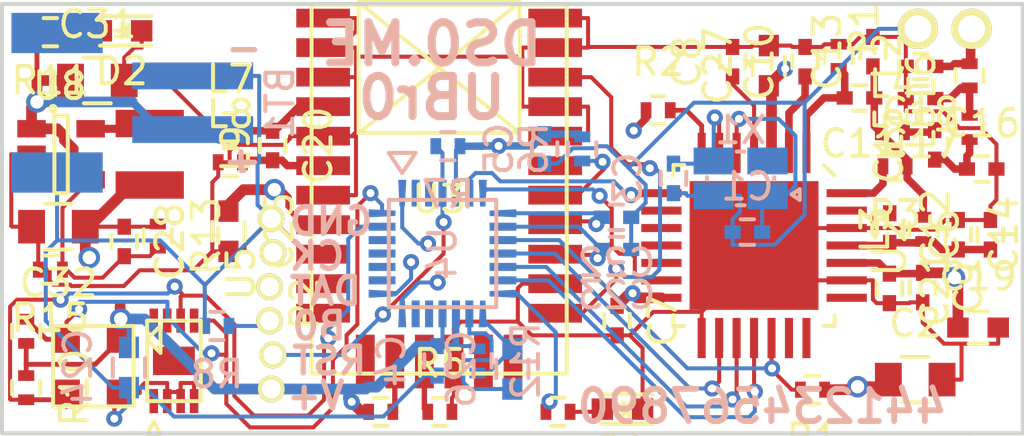
<source format=kicad_pcb>
(kicad_pcb (version 20171130) (host pcbnew "(5.1.12)-1")

  (general
    (thickness 1)
    (drawings 18)
    (tracks 731)
    (zones 0)
    (modules 65)
    (nets 43)
  )

  (page A4)
  (layers
    (0 F.Cu signal)
    (1 In1.Cu signal)
    (2 In2.Cu signal)
    (31 B.Cu signal)
    (32 B.Adhes user hide)
    (33 F.Adhes user hide)
    (34 B.Paste user hide)
    (35 F.Paste user hide)
    (36 B.SilkS user hide)
    (37 F.SilkS user hide)
    (38 B.Mask user hide)
    (39 F.Mask user hide)
    (40 Dwgs.User user hide)
    (41 Cmts.User user hide)
    (42 Eco1.User user hide)
    (43 Eco2.User user hide)
    (44 Edge.Cuts user)
    (45 Margin user hide)
    (46 B.CrtYd user hide)
    (47 F.CrtYd user hide)
    (48 B.Fab user hide)
    (49 F.Fab user hide)
  )

  (setup
    (last_trace_width 0.15)
    (user_trace_width 0.15)
    (user_trace_width 0.18)
    (user_trace_width 0.2)
    (user_trace_width 0.254)
    (user_trace_width 0.28)
    (user_trace_width 0.3)
    (user_trace_width 0.4)
    (trace_clearance 0.15)
    (zone_clearance 0.3)
    (zone_45_only no)
    (trace_min 0.15)
    (via_size 0.6)
    (via_drill 0.3)
    (via_min_size 0.6)
    (via_min_drill 0.3)
    (user_via 0.8 0.5)
    (uvia_size 0.3)
    (uvia_drill 0.1)
    (uvias_allowed no)
    (uvia_min_size 0.2)
    (uvia_min_drill 0.1)
    (edge_width 0.15)
    (segment_width 0.2)
    (pcb_text_width 0.3)
    (pcb_text_size 1.5 1.5)
    (mod_edge_width 0.15)
    (mod_text_size 1 1)
    (mod_text_width 0.15)
    (pad_size 1.5 3.4)
    (pad_drill 0)
    (pad_to_mask_clearance 0.2)
    (aux_axis_origin 0 0)
    (visible_elements 7FFCFFFF)
    (pcbplotparams
      (layerselection 0x010f0_80000007)
      (usegerberextensions true)
      (usegerberattributes true)
      (usegerberadvancedattributes true)
      (creategerberjobfile true)
      (excludeedgelayer true)
      (linewidth 0.100000)
      (plotframeref false)
      (viasonmask false)
      (mode 1)
      (useauxorigin false)
      (hpglpennumber 1)
      (hpglpenspeed 20)
      (hpglpendiameter 15.000000)
      (psnegative false)
      (psa4output false)
      (plotreference false)
      (plotvalue false)
      (plotinvisibletext false)
      (padsonsilk false)
      (subtractmaskfromsilk false)
      (outputformat 1)
      (mirror false)
      (drillshape 0)
      (scaleselection 1)
      (outputdirectory "out"))
  )

  (net 0 "")
  (net 1 GND)
  (net 2 +1V8)
  (net 3 /MCU/GPS_TX)
  (net 4 /MCU/GPS_RX)
  (net 5 "Net-(D1-Pad2)")
  (net 6 /MCU/LORA_~CS)
  (net 7 "Net-(P2-Pad2)")
  (net 8 "Net-(P2-Pad3)")
  (net 9 /MCU/I2C_SCL)
  (net 10 /MCU/I2C_SDA)
  (net 11 "Net-(C26-Pad1)")
  (net 12 "Net-(P2-Pad4)")
  (net 13 "Net-(P2-Pad5)")
  (net 14 "Net-(R14-Pad2)")
  (net 15 "/LORA TX/DIO0")
  (net 16 "/LORA TX/DIO5")
  (net 17 "/LORA TX/SCK")
  (net 18 "/LORA TX/MISO")
  (net 19 "/LORA TX/MOSI")
  (net 20 +BATT)
  (net 21 "Net-(C1-Pad1)")
  (net 22 "Net-(C3-Pad1)")
  (net 23 "Net-(C12-Pad2)")
  (net 24 "Net-(C8-Pad1)")
  (net 25 "Net-(C10-Pad1)")
  (net 26 "Net-(C11-Pad1)")
  (net 27 "Net-(C11-Pad2)")
  (net 28 "Net-(C15-Pad1)")
  (net 29 "Net-(C15-Pad2)")
  (net 30 "Net-(C17-Pad1)")
  (net 31 "/LORA TX/ANT")
  (net 32 "Net-(C20-Pad1)")
  (net 33 "Net-(C20-Pad2)")
  (net 34 "Net-(D2-Pad2)")
  (net 35 "Net-(L9-Pad1)")
  (net 36 "Net-(R2-Pad2)")
  (net 37 "Net-(R3-Pad2)")
  (net 38 "Net-(R4-Pad1)")
  (net 39 "Net-(R5-Pad1)")
  (net 40 "Net-(R6-Pad2)")
  (net 41 "Net-(U3-Pad18)")
  (net 42 "Net-(C28-Pad2)")

  (net_class Default "This is the default net class."
    (clearance 0.15)
    (trace_width 0.15)
    (via_dia 0.6)
    (via_drill 0.3)
    (uvia_dia 0.3)
    (uvia_drill 0.1)
    (add_net +1V8)
    (add_net +BATT)
    (add_net "/LORA TX/ANT")
    (add_net "/LORA TX/DIO0")
    (add_net "/LORA TX/DIO5")
    (add_net "/LORA TX/MISO")
    (add_net "/LORA TX/MOSI")
    (add_net "/LORA TX/SCK")
    (add_net /MCU/GPS_RX)
    (add_net /MCU/GPS_TX)
    (add_net /MCU/I2C_SCL)
    (add_net /MCU/I2C_SDA)
    (add_net /MCU/LORA_~CS)
    (add_net GND)
    (add_net "Net-(C1-Pad1)")
    (add_net "Net-(C10-Pad1)")
    (add_net "Net-(C11-Pad1)")
    (add_net "Net-(C11-Pad2)")
    (add_net "Net-(C12-Pad2)")
    (add_net "Net-(C15-Pad1)")
    (add_net "Net-(C15-Pad2)")
    (add_net "Net-(C17-Pad1)")
    (add_net "Net-(C20-Pad1)")
    (add_net "Net-(C20-Pad2)")
    (add_net "Net-(C26-Pad1)")
    (add_net "Net-(C28-Pad2)")
    (add_net "Net-(C3-Pad1)")
    (add_net "Net-(C8-Pad1)")
    (add_net "Net-(D1-Pad2)")
    (add_net "Net-(D2-Pad2)")
    (add_net "Net-(L9-Pad1)")
    (add_net "Net-(P2-Pad2)")
    (add_net "Net-(P2-Pad3)")
    (add_net "Net-(P2-Pad4)")
    (add_net "Net-(P2-Pad5)")
    (add_net "Net-(R14-Pad2)")
    (add_net "Net-(R2-Pad2)")
    (add_net "Net-(R3-Pad2)")
    (add_net "Net-(R4-Pad1)")
    (add_net "Net-(R5-Pad1)")
    (add_net "Net-(R6-Pad2)")
    (add_net "Net-(U3-Pad18)")
  )

  (module Resistors_SMD:R_0402 (layer B.Cu) (tedit 5415CBB8) (tstamp 563F42CF)
    (at 68.7 61.3 90)
    (descr "Resistor SMD 0402, reflow soldering, Vishay (see dcrcw.pdf)")
    (tags "resistor 0402")
    (path /5638D8B4/563FB74D)
    (attr smd)
    (fp_text reference R12 (at 0 1.8 90) (layer B.SilkS)
      (effects (font (size 1 1) (thickness 0.15)) (justify mirror))
    )
    (fp_text value 100k (at 0 -1.8 90) (layer B.Fab)
      (effects (font (size 1 1) (thickness 0.15)) (justify mirror))
    )
    (fp_line (start -0.25 -0.525) (end 0.25 -0.525) (layer B.SilkS) (width 0.15))
    (fp_line (start 0.25 0.525) (end -0.25 0.525) (layer B.SilkS) (width 0.15))
    (fp_line (start 0.95 0.65) (end 0.95 -0.65) (layer B.CrtYd) (width 0.05))
    (fp_line (start -0.95 0.65) (end -0.95 -0.65) (layer B.CrtYd) (width 0.05))
    (fp_line (start -0.95 -0.65) (end 0.95 -0.65) (layer B.CrtYd) (width 0.05))
    (fp_line (start -0.95 0.65) (end 0.95 0.65) (layer B.CrtYd) (width 0.05))
    (pad 1 smd rect (at -0.45 0 90) (size 0.4 0.6) (layers B.Cu B.Paste B.Mask)
      (net 11 "Net-(C26-Pad1)"))
    (pad 2 smd rect (at 0.45 0 90) (size 0.4 0.6) (layers B.Cu B.Paste B.Mask)
      (net 2 +1V8))
    (model Resistors_SMD.3dshapes/R_0402.wrl
      (at (xyz 0 0 0))
      (scale (xyz 1 1 1))
      (rotate (xyz 0 0 0))
    )
  )

  (module Resistors_SMD:R_0402 (layer F.Cu) (tedit 5415CBB8) (tstamp 563F42DB)
    (at 71.7 63.2 180)
    (descr "Resistor SMD 0402, reflow soldering, Vishay (see dcrcw.pdf)")
    (tags "resistor 0402")
    (path /5638D8B4/563FB1FC)
    (attr smd)
    (fp_text reference R14 (at 0 -1.8 180) (layer F.SilkS)
      (effects (font (size 1 1) (thickness 0.15)))
    )
    (fp_text value 220 (at 0 1.8 180) (layer F.Fab)
      (effects (font (size 1 1) (thickness 0.15)))
    )
    (fp_line (start -0.25 0.525) (end 0.25 0.525) (layer F.SilkS) (width 0.15))
    (fp_line (start 0.25 -0.525) (end -0.25 -0.525) (layer F.SilkS) (width 0.15))
    (fp_line (start 0.95 -0.65) (end 0.95 0.65) (layer F.CrtYd) (width 0.05))
    (fp_line (start -0.95 -0.65) (end -0.95 0.65) (layer F.CrtYd) (width 0.05))
    (fp_line (start -0.95 0.65) (end 0.95 0.65) (layer F.CrtYd) (width 0.05))
    (fp_line (start -0.95 -0.65) (end 0.95 -0.65) (layer F.CrtYd) (width 0.05))
    (pad 1 smd rect (at -0.45 0 180) (size 0.4 0.6) (layers F.Cu F.Paste F.Mask)
      (net 5 "Net-(D1-Pad2)"))
    (pad 2 smd rect (at 0.45 0 180) (size 0.4 0.6) (layers F.Cu F.Paste F.Mask)
      (net 14 "Net-(R14-Pad2)"))
    (model Resistors_SMD.3dshapes/R_0402.wrl
      (at (xyz 0 0 0))
      (scale (xyz 1 1 1))
      (rotate (xyz 0 0 0))
    )
  )

  (module "Custom Parts:UDFN8" (layer F.Cu) (tedit 563F3DB1) (tstamp 563F4614)
    (at 57.4 61.3 90)
    (path /563A7F82/563FF949)
    (fp_text reference U5 (at 3.25 2.5 90) (layer F.SilkS)
      (effects (font (size 1 1) (thickness 0.15)))
    )
    (fp_text value CAT24M01 (at 4 5.25 90) (layer F.Fab)
      (effects (font (size 1 1) (thickness 0.15)))
    )
    (fp_line (start 1.5 -1) (end -1.5 -1) (layer F.SilkS) (width 0.15))
    (fp_line (start 1.5 1) (end 1.5 -1) (layer F.SilkS) (width 0.15))
    (fp_line (start -1.5 1) (end 1.5 1) (layer F.SilkS) (width 0.15))
    (fp_line (start -1.5 -1) (end -1.5 1) (layer F.SilkS) (width 0.15))
    (fp_line (start -2.25 -0.75) (end -2.75 -1) (layer F.SilkS) (width 0.15))
    (fp_line (start -2.75 -0.5) (end -2.25 -0.75) (layer F.SilkS) (width 0.15))
    (fp_line (start -2.75 -1) (end -2.75 -0.5) (layer F.SilkS) (width 0.15))
    (pad 1 smd rect (at -1.5 -0.75 90) (size 0.9 0.32) (layers F.Cu F.Paste F.Mask))
    (pad 2 smd rect (at -1.5 -0.25 90) (size 0.9 0.32) (layers F.Cu F.Paste F.Mask)
      (net 1 GND))
    (pad 3 smd rect (at -1.5 0.25 90) (size 0.9 0.32) (layers F.Cu F.Paste F.Mask)
      (net 1 GND))
    (pad 4 smd rect (at -1.5 0.75 90) (size 0.9 0.32) (layers F.Cu F.Paste F.Mask)
      (net 1 GND))
    (pad 5 smd rect (at 1.5 0.75 270) (size 0.9 0.32) (layers F.Cu F.Paste F.Mask)
      (net 10 /MCU/I2C_SDA))
    (pad 6 smd rect (at 1.5 0.25 270) (size 0.9 0.32) (layers F.Cu F.Paste F.Mask)
      (net 9 /MCU/I2C_SCL))
    (pad 7 smd rect (at 1.5 -0.25 270) (size 0.9 0.32) (layers F.Cu F.Paste F.Mask))
    (pad 8 smd rect (at 1.5 -0.75 270) (size 0.9 0.32) (layers F.Cu F.Paste F.Mask)
      (net 2 +1V8))
    (pad 9 smd rect (at 0 0 90) (size 1.06 1.56) (layers F.Cu F.Paste F.Mask))
  )

  (module "Custom Parts:S2B-PH-SM4-TB" (layer B.Cu) (tedit 56ADF853) (tstamp 563F473A)
    (at 60.35 51.68 270)
    (path /563AD19C/563ADAF3)
    (fp_text reference BT1 (at 0 -1 270) (layer B.SilkS)
      (effects (font (size 1 1) (thickness 0.15)) (justify mirror))
    )
    (fp_text value LiPoly (at 0 5.2 270) (layer B.Fab)
      (effects (font (size 1 1) (thickness 0.15)) (justify mirror))
    )
    (pad 1 smd rect (at 1 2.25 270) (size 1 4.5) (layers B.Cu B.Paste B.Mask)
      (net 20 +BATT))
    (pad 2 smd rect (at -1 2.25 270) (size 1 4.5) (layers B.Cu B.Paste B.Mask)
      (net 1 GND))
    (pad "" smd rect (at 2.6 7.3 270) (size 1.5 3.4) (layers B.Cu B.Paste B.Mask)
      (net 1 GND))
    (pad "" smd rect (at -2.6 7.3 270) (size 1.5 3.4) (layers B.Cu B.Paste B.Mask))
  )

  (module Capacitors_SMD:C_0402 (layer B.Cu) (tedit 5415D599) (tstamp 563F4740)
    (at 78.75 56.5 180)
    (descr "Capacitor SMD 0402, reflow soldering, AVX (see smccp.pdf)")
    (tags "capacitor 0402")
    (path /563690CE/56A7F222)
    (attr smd)
    (fp_text reference C1 (at 0 1.7 180) (layer B.SilkS)
      (effects (font (size 1 1) (thickness 0.15)) (justify mirror))
    )
    (fp_text value 10p (at 0 -1.7 180) (layer B.Fab)
      (effects (font (size 1 1) (thickness 0.15)) (justify mirror))
    )
    (fp_line (start -0.25 -0.475) (end 0.25 -0.475) (layer B.SilkS) (width 0.15))
    (fp_line (start 0.25 0.475) (end -0.25 0.475) (layer B.SilkS) (width 0.15))
    (fp_line (start 1.15 0.6) (end 1.15 -0.6) (layer B.CrtYd) (width 0.05))
    (fp_line (start -1.15 0.6) (end -1.15 -0.6) (layer B.CrtYd) (width 0.05))
    (fp_line (start -1.15 -0.6) (end 1.15 -0.6) (layer B.CrtYd) (width 0.05))
    (fp_line (start -1.15 0.6) (end 1.15 0.6) (layer B.CrtYd) (width 0.05))
    (pad 1 smd rect (at -0.55 0 180) (size 0.6 0.5) (layers B.Cu B.Paste B.Mask)
      (net 21 "Net-(C1-Pad1)"))
    (pad 2 smd rect (at 0.55 0 180) (size 0.6 0.5) (layers B.Cu B.Paste B.Mask)
      (net 1 GND))
    (model Capacitors_SMD.3dshapes/C_0402.wrl
      (at (xyz 0 0 0))
      (scale (xyz 1 1 1))
      (rotate (xyz 0 0 0))
    )
  )

  (module Capacitors_SMD:C_0805 (layer F.Cu) (tedit 5415D6EA) (tstamp 563F4746)
    (at 85 62)
    (descr "Capacitor SMD 0805, reflow soldering, AVX (see smccp.pdf)")
    (tags "capacitor 0805")
    (path /563690CE/56379069)
    (attr smd)
    (fp_text reference C2 (at 0 -2.1) (layer F.SilkS)
      (effects (font (size 1 1) (thickness 0.15)))
    )
    (fp_text value 10u (at 0 2.1) (layer F.Fab)
      (effects (font (size 1 1) (thickness 0.15)))
    )
    (fp_line (start -0.5 0.85) (end 0.5 0.85) (layer F.SilkS) (width 0.15))
    (fp_line (start 0.5 -0.85) (end -0.5 -0.85) (layer F.SilkS) (width 0.15))
    (fp_line (start 1.8 -1) (end 1.8 1) (layer F.CrtYd) (width 0.05))
    (fp_line (start -1.8 -1) (end -1.8 1) (layer F.CrtYd) (width 0.05))
    (fp_line (start -1.8 1) (end 1.8 1) (layer F.CrtYd) (width 0.05))
    (fp_line (start -1.8 -1) (end 1.8 -1) (layer F.CrtYd) (width 0.05))
    (pad 1 smd rect (at -1 0) (size 1 1.25) (layers F.Cu F.Paste F.Mask)
      (net 2 +1V8))
    (pad 2 smd rect (at 1 0) (size 1 1.25) (layers F.Cu F.Paste F.Mask)
      (net 1 GND))
    (model Capacitors_SMD.3dshapes/C_0805.wrl
      (at (xyz 0 0 0))
      (scale (xyz 1 1 1))
      (rotate (xyz 0 0 0))
    )
  )

  (module Capacitors_SMD:C_0402 (layer B.Cu) (tedit 5415D599) (tstamp 563F474C)
    (at 76 54.5 270)
    (descr "Capacitor SMD 0402, reflow soldering, AVX (see smccp.pdf)")
    (tags "capacitor 0402")
    (path /563690CE/56A7F307)
    (attr smd)
    (fp_text reference C3 (at 0 1.7 270) (layer B.SilkS)
      (effects (font (size 1 1) (thickness 0.15)) (justify mirror))
    )
    (fp_text value 10p (at 0 -1.7 270) (layer B.Fab)
      (effects (font (size 1 1) (thickness 0.15)) (justify mirror))
    )
    (fp_line (start -0.25 -0.475) (end 0.25 -0.475) (layer B.SilkS) (width 0.15))
    (fp_line (start 0.25 0.475) (end -0.25 0.475) (layer B.SilkS) (width 0.15))
    (fp_line (start 1.15 0.6) (end 1.15 -0.6) (layer B.CrtYd) (width 0.05))
    (fp_line (start -1.15 0.6) (end -1.15 -0.6) (layer B.CrtYd) (width 0.05))
    (fp_line (start -1.15 -0.6) (end 1.15 -0.6) (layer B.CrtYd) (width 0.05))
    (fp_line (start -1.15 0.6) (end 1.15 0.6) (layer B.CrtYd) (width 0.05))
    (pad 1 smd rect (at -0.55 0 270) (size 0.6 0.5) (layers B.Cu B.Paste B.Mask)
      (net 22 "Net-(C3-Pad1)"))
    (pad 2 smd rect (at 0.55 0 270) (size 0.6 0.5) (layers B.Cu B.Paste B.Mask)
      (net 1 GND))
    (model Capacitors_SMD.3dshapes/C_0402.wrl
      (at (xyz 0 0 0))
      (scale (xyz 1 1 1))
      (rotate (xyz 0 0 0))
    )
  )

  (module Capacitors_SMD:C_0402 (layer B.Cu) (tedit 5415D599) (tstamp 563F4752)
    (at 67.2 61.3 270)
    (descr "Capacitor SMD 0402, reflow soldering, AVX (see smccp.pdf)")
    (tags "capacitor 0402")
    (path /563690CE/56378F67)
    (attr smd)
    (fp_text reference C4 (at 0 1.7 270) (layer B.SilkS)
      (effects (font (size 1 1) (thickness 0.15)) (justify mirror))
    )
    (fp_text value 100n (at 0 -1.7 270) (layer B.Fab)
      (effects (font (size 1 1) (thickness 0.15)) (justify mirror))
    )
    (fp_line (start -0.25 -0.475) (end 0.25 -0.475) (layer B.SilkS) (width 0.15))
    (fp_line (start 0.25 0.475) (end -0.25 0.475) (layer B.SilkS) (width 0.15))
    (fp_line (start 1.15 0.6) (end 1.15 -0.6) (layer B.CrtYd) (width 0.05))
    (fp_line (start -1.15 0.6) (end -1.15 -0.6) (layer B.CrtYd) (width 0.05))
    (fp_line (start -1.15 -0.6) (end 1.15 -0.6) (layer B.CrtYd) (width 0.05))
    (fp_line (start -1.15 0.6) (end 1.15 0.6) (layer B.CrtYd) (width 0.05))
    (pad 1 smd rect (at -0.55 0 270) (size 0.6 0.5) (layers B.Cu B.Paste B.Mask)
      (net 2 +1V8))
    (pad 2 smd rect (at 0.55 0 270) (size 0.6 0.5) (layers B.Cu B.Paste B.Mask)
      (net 1 GND))
    (model Capacitors_SMD.3dshapes/C_0402.wrl
      (at (xyz 0 0 0))
      (scale (xyz 1 1 1))
      (rotate (xyz 0 0 0))
    )
  )

  (module Capacitors_SMD:C_0402 (layer B.Cu) (tedit 5415D599) (tstamp 563F4758)
    (at 71.2 53.4 270)
    (descr "Capacitor SMD 0402, reflow soldering, AVX (see smccp.pdf)")
    (tags "capacitor 0402")
    (path /563690CE/56378F41)
    (attr smd)
    (fp_text reference C5 (at 0 1.7 270) (layer B.SilkS)
      (effects (font (size 1 1) (thickness 0.15)) (justify mirror))
    )
    (fp_text value 100n (at 0 -1.7 270) (layer B.Fab)
      (effects (font (size 1 1) (thickness 0.15)) (justify mirror))
    )
    (fp_line (start -0.25 -0.475) (end 0.25 -0.475) (layer B.SilkS) (width 0.15))
    (fp_line (start 0.25 0.475) (end -0.25 0.475) (layer B.SilkS) (width 0.15))
    (fp_line (start 1.15 0.6) (end 1.15 -0.6) (layer B.CrtYd) (width 0.05))
    (fp_line (start -1.15 0.6) (end -1.15 -0.6) (layer B.CrtYd) (width 0.05))
    (fp_line (start -1.15 -0.6) (end 1.15 -0.6) (layer B.CrtYd) (width 0.05))
    (fp_line (start -1.15 0.6) (end 1.15 0.6) (layer B.CrtYd) (width 0.05))
    (pad 1 smd rect (at -0.55 0 270) (size 0.6 0.5) (layers B.Cu B.Paste B.Mask)
      (net 2 +1V8))
    (pad 2 smd rect (at 0.55 0 270) (size 0.6 0.5) (layers B.Cu B.Paste B.Mask)
      (net 1 GND))
    (model Capacitors_SMD.3dshapes/C_0402.wrl
      (at (xyz 0 0 0))
      (scale (xyz 1 1 1))
      (rotate (xyz 0 0 0))
    )
  )

  (module Capacitors_SMD:C_0402 (layer F.Cu) (tedit 5415D599) (tstamp 563F475E)
    (at 87.8 56.6 90)
    (descr "Capacitor SMD 0402, reflow soldering, AVX (see smccp.pdf)")
    (tags "capacitor 0402")
    (path /563690CE/563794C5)
    (attr smd)
    (fp_text reference C6 (at 0 -1.7 90) (layer F.SilkS)
      (effects (font (size 1 1) (thickness 0.15)))
    )
    (fp_text value 10n (at 0 1.7 90) (layer F.Fab)
      (effects (font (size 1 1) (thickness 0.15)))
    )
    (fp_line (start -0.25 0.475) (end 0.25 0.475) (layer F.SilkS) (width 0.15))
    (fp_line (start 0.25 -0.475) (end -0.25 -0.475) (layer F.SilkS) (width 0.15))
    (fp_line (start 1.15 -0.6) (end 1.15 0.6) (layer F.CrtYd) (width 0.05))
    (fp_line (start -1.15 -0.6) (end -1.15 0.6) (layer F.CrtYd) (width 0.05))
    (fp_line (start -1.15 0.6) (end 1.15 0.6) (layer F.CrtYd) (width 0.05))
    (fp_line (start -1.15 -0.6) (end 1.15 -0.6) (layer F.CrtYd) (width 0.05))
    (pad 1 smd rect (at -0.55 0 90) (size 0.6 0.5) (layers F.Cu F.Paste F.Mask)
      (net 23 "Net-(C12-Pad2)"))
    (pad 2 smd rect (at 0.55 0 90) (size 0.6 0.5) (layers F.Cu F.Paste F.Mask)
      (net 1 GND))
    (model Capacitors_SMD.3dshapes/C_0402.wrl
      (at (xyz 0 0 0))
      (scale (xyz 1 1 1))
      (rotate (xyz 0 0 0))
    )
  )

  (module Capacitors_SMD:C_0402 (layer F.Cu) (tedit 5415D599) (tstamp 563F4764)
    (at 73.9 59.8 270)
    (descr "Capacitor SMD 0402, reflow soldering, AVX (see smccp.pdf)")
    (tags "capacitor 0402")
    (path /563690CE/56378F0E)
    (attr smd)
    (fp_text reference C7 (at 0 -1.7 270) (layer F.SilkS)
      (effects (font (size 1 1) (thickness 0.15)))
    )
    (fp_text value 100n (at 0 1.7 270) (layer F.Fab)
      (effects (font (size 1 1) (thickness 0.15)))
    )
    (fp_line (start -0.25 0.475) (end 0.25 0.475) (layer F.SilkS) (width 0.15))
    (fp_line (start 0.25 -0.475) (end -0.25 -0.475) (layer F.SilkS) (width 0.15))
    (fp_line (start 1.15 -0.6) (end 1.15 0.6) (layer F.CrtYd) (width 0.05))
    (fp_line (start -1.15 -0.6) (end -1.15 0.6) (layer F.CrtYd) (width 0.05))
    (fp_line (start -1.15 0.6) (end 1.15 0.6) (layer F.CrtYd) (width 0.05))
    (fp_line (start -1.15 -0.6) (end 1.15 -0.6) (layer F.CrtYd) (width 0.05))
    (pad 1 smd rect (at -0.55 0 270) (size 0.6 0.5) (layers F.Cu F.Paste F.Mask)
      (net 2 +1V8))
    (pad 2 smd rect (at 0.55 0 270) (size 0.6 0.5) (layers F.Cu F.Paste F.Mask)
      (net 1 GND))
    (model Capacitors_SMD.3dshapes/C_0402.wrl
      (at (xyz 0 0 0))
      (scale (xyz 1 1 1))
      (rotate (xyz 0 0 0))
    )
  )

  (module Capacitors_SMD:C_0402 (layer F.Cu) (tedit 5415D599) (tstamp 563F476A)
    (at 78.2 50.15 90)
    (descr "Capacitor SMD 0402, reflow soldering, AVX (see smccp.pdf)")
    (tags "capacitor 0402")
    (path /563690CE/56379432)
    (attr smd)
    (fp_text reference C8 (at 0 -1.7 90) (layer F.SilkS)
      (effects (font (size 1 1) (thickness 0.15)))
    )
    (fp_text value 100n (at 0 1.7 90) (layer F.Fab)
      (effects (font (size 1 1) (thickness 0.15)))
    )
    (fp_line (start -0.25 0.475) (end 0.25 0.475) (layer F.SilkS) (width 0.15))
    (fp_line (start 0.25 -0.475) (end -0.25 -0.475) (layer F.SilkS) (width 0.15))
    (fp_line (start 1.15 -0.6) (end 1.15 0.6) (layer F.CrtYd) (width 0.05))
    (fp_line (start -1.15 -0.6) (end -1.15 0.6) (layer F.CrtYd) (width 0.05))
    (fp_line (start -1.15 0.6) (end 1.15 0.6) (layer F.CrtYd) (width 0.05))
    (fp_line (start -1.15 -0.6) (end 1.15 -0.6) (layer F.CrtYd) (width 0.05))
    (pad 1 smd rect (at -0.55 0 90) (size 0.6 0.5) (layers F.Cu F.Paste F.Mask)
      (net 24 "Net-(C8-Pad1)"))
    (pad 2 smd rect (at 0.55 0 90) (size 0.6 0.5) (layers F.Cu F.Paste F.Mask)
      (net 1 GND))
    (model Capacitors_SMD.3dshapes/C_0402.wrl
      (at (xyz 0 0 0))
      (scale (xyz 1 1 1))
      (rotate (xyz 0 0 0))
    )
  )

  (module Capacitors_SMD:C_0402 (layer F.Cu) (tedit 5415D599) (tstamp 563F4770)
    (at 85.28 58.57 270)
    (descr "Capacitor SMD 0402, reflow soldering, AVX (see smccp.pdf)")
    (tags "capacitor 0402")
    (path /563690CE/56378E8C)
    (attr smd)
    (fp_text reference C9 (at 0 -1.7 270) (layer F.SilkS)
      (effects (font (size 1 1) (thickness 0.15)))
    )
    (fp_text value 47p (at 0 1.7 270) (layer F.Fab)
      (effects (font (size 1 1) (thickness 0.15)))
    )
    (fp_line (start -0.25 0.475) (end 0.25 0.475) (layer F.SilkS) (width 0.15))
    (fp_line (start 0.25 -0.475) (end -0.25 -0.475) (layer F.SilkS) (width 0.15))
    (fp_line (start 1.15 -0.6) (end 1.15 0.6) (layer F.CrtYd) (width 0.05))
    (fp_line (start -1.15 -0.6) (end -1.15 0.6) (layer F.CrtYd) (width 0.05))
    (fp_line (start -1.15 0.6) (end 1.15 0.6) (layer F.CrtYd) (width 0.05))
    (fp_line (start -1.15 -0.6) (end 1.15 -0.6) (layer F.CrtYd) (width 0.05))
    (pad 1 smd rect (at -0.55 0 270) (size 0.6 0.5) (layers F.Cu F.Paste F.Mask)
      (net 2 +1V8))
    (pad 2 smd rect (at 0.55 0 270) (size 0.6 0.5) (layers F.Cu F.Paste F.Mask)
      (net 1 GND))
    (model Capacitors_SMD.3dshapes/C_0402.wrl
      (at (xyz 0 0 0))
      (scale (xyz 1 1 1))
      (rotate (xyz 0 0 0))
    )
  )

  (module Capacitors_SMD:C_0402 (layer F.Cu) (tedit 5415D599) (tstamp 563F4776)
    (at 80.9 50.15 90)
    (descr "Capacitor SMD 0402, reflow soldering, AVX (see smccp.pdf)")
    (tags "capacitor 0402")
    (path /563690CE/5637916A)
    (attr smd)
    (fp_text reference C10 (at 0 -1.7 90) (layer F.SilkS)
      (effects (font (size 1 1) (thickness 0.15)))
    )
    (fp_text value 100n (at 0 1.7 90) (layer F.Fab)
      (effects (font (size 1 1) (thickness 0.15)))
    )
    (fp_line (start -0.25 0.475) (end 0.25 0.475) (layer F.SilkS) (width 0.15))
    (fp_line (start 0.25 -0.475) (end -0.25 -0.475) (layer F.SilkS) (width 0.15))
    (fp_line (start 1.15 -0.6) (end 1.15 0.6) (layer F.CrtYd) (width 0.05))
    (fp_line (start -1.15 -0.6) (end -1.15 0.6) (layer F.CrtYd) (width 0.05))
    (fp_line (start -1.15 0.6) (end 1.15 0.6) (layer F.CrtYd) (width 0.05))
    (fp_line (start -1.15 -0.6) (end 1.15 -0.6) (layer F.CrtYd) (width 0.05))
    (pad 1 smd rect (at -0.55 0 90) (size 0.6 0.5) (layers F.Cu F.Paste F.Mask)
      (net 25 "Net-(C10-Pad1)"))
    (pad 2 smd rect (at 0.55 0 90) (size 0.6 0.5) (layers F.Cu F.Paste F.Mask)
      (net 1 GND))
    (model Capacitors_SMD.3dshapes/C_0402.wrl
      (at (xyz 0 0 0))
      (scale (xyz 1 1 1))
      (rotate (xyz 0 0 0))
    )
  )

  (module Capacitors_SMD:C_0402 (layer F.Cu) (tedit 5415D599) (tstamp 563F477C)
    (at 82.925 51.5 180)
    (descr "Capacitor SMD 0402, reflow soldering, AVX (see smccp.pdf)")
    (tags "capacitor 0402")
    (path /563690CE/563855F2)
    (attr smd)
    (fp_text reference C11 (at 0 -1.7 180) (layer F.SilkS)
      (effects (font (size 1 1) (thickness 0.15)))
    )
    (fp_text value *2.2p (at 0 1.7 180) (layer F.Fab)
      (effects (font (size 1 1) (thickness 0.15)))
    )
    (fp_line (start -0.25 0.475) (end 0.25 0.475) (layer F.SilkS) (width 0.15))
    (fp_line (start 0.25 -0.475) (end -0.25 -0.475) (layer F.SilkS) (width 0.15))
    (fp_line (start 1.15 -0.6) (end 1.15 0.6) (layer F.CrtYd) (width 0.05))
    (fp_line (start -1.15 -0.6) (end -1.15 0.6) (layer F.CrtYd) (width 0.05))
    (fp_line (start -1.15 0.6) (end 1.15 0.6) (layer F.CrtYd) (width 0.05))
    (fp_line (start -1.15 -0.6) (end 1.15 -0.6) (layer F.CrtYd) (width 0.05))
    (pad 1 smd rect (at -0.55 0 180) (size 0.6 0.5) (layers F.Cu F.Paste F.Mask)
      (net 26 "Net-(C11-Pad1)"))
    (pad 2 smd rect (at 0.55 0 180) (size 0.6 0.5) (layers F.Cu F.Paste F.Mask)
      (net 27 "Net-(C11-Pad2)"))
    (model Capacitors_SMD.3dshapes/C_0402.wrl
      (at (xyz 0 0 0))
      (scale (xyz 1 1 1))
      (rotate (xyz 0 0 0))
    )
  )

  (module Capacitors_SMD:C_0402 (layer F.Cu) (tedit 5415D599) (tstamp 563F4782)
    (at 84.05 56.35 270)
    (descr "Capacitor SMD 0402, reflow soldering, AVX (see smccp.pdf)")
    (tags "capacitor 0402")
    (path /563690CE/5637DA40)
    (attr smd)
    (fp_text reference C12 (at 0 -1.7 270) (layer F.SilkS)
      (effects (font (size 1 1) (thickness 0.15)))
    )
    (fp_text value 47p (at 0 1.7 270) (layer F.Fab)
      (effects (font (size 1 1) (thickness 0.15)))
    )
    (fp_line (start -0.25 0.475) (end 0.25 0.475) (layer F.SilkS) (width 0.15))
    (fp_line (start 0.25 -0.475) (end -0.25 -0.475) (layer F.SilkS) (width 0.15))
    (fp_line (start 1.15 -0.6) (end 1.15 0.6) (layer F.CrtYd) (width 0.05))
    (fp_line (start -1.15 -0.6) (end -1.15 0.6) (layer F.CrtYd) (width 0.05))
    (fp_line (start -1.15 0.6) (end 1.15 0.6) (layer F.CrtYd) (width 0.05))
    (fp_line (start -1.15 -0.6) (end 1.15 -0.6) (layer F.CrtYd) (width 0.05))
    (pad 1 smd rect (at -0.55 0 270) (size 0.6 0.5) (layers F.Cu F.Paste F.Mask)
      (net 1 GND))
    (pad 2 smd rect (at 0.55 0 270) (size 0.6 0.5) (layers F.Cu F.Paste F.Mask)
      (net 23 "Net-(C12-Pad2)"))
    (model Capacitors_SMD.3dshapes/C_0402.wrl
      (at (xyz 0 0 0))
      (scale (xyz 1 1 1))
      (rotate (xyz 0 0 0))
    )
  )

  (module Capacitors_SMD:C_0402 (layer F.Cu) (tedit 5415D599) (tstamp 563F4788)
    (at 83.425 49.775 90)
    (descr "Capacitor SMD 0402, reflow soldering, AVX (see smccp.pdf)")
    (tags "capacitor 0402")
    (path /563690CE/5637DF87)
    (attr smd)
    (fp_text reference C13 (at 0 -1.7 90) (layer F.SilkS)
      (effects (font (size 1 1) (thickness 0.15)))
    )
    (fp_text value 6.8p (at 0 1.7 90) (layer F.Fab)
      (effects (font (size 1 1) (thickness 0.15)))
    )
    (fp_line (start -0.25 0.475) (end 0.25 0.475) (layer F.SilkS) (width 0.15))
    (fp_line (start 0.25 -0.475) (end -0.25 -0.475) (layer F.SilkS) (width 0.15))
    (fp_line (start 1.15 -0.6) (end 1.15 0.6) (layer F.CrtYd) (width 0.05))
    (fp_line (start -1.15 -0.6) (end -1.15 0.6) (layer F.CrtYd) (width 0.05))
    (fp_line (start -1.15 0.6) (end 1.15 0.6) (layer F.CrtYd) (width 0.05))
    (fp_line (start -1.15 -0.6) (end 1.15 -0.6) (layer F.CrtYd) (width 0.05))
    (pad 1 smd rect (at -0.55 0 90) (size 0.6 0.5) (layers F.Cu F.Paste F.Mask)
      (net 26 "Net-(C11-Pad1)"))
    (pad 2 smd rect (at 0.55 0 90) (size 0.6 0.5) (layers F.Cu F.Paste F.Mask)
      (net 1 GND))
    (model Capacitors_SMD.3dshapes/C_0402.wrl
      (at (xyz 0 0 0))
      (scale (xyz 1 1 1))
      (rotate (xyz 0 0 0))
    )
  )

  (module Capacitors_SMD:C_0402 (layer F.Cu) (tedit 5415D599) (tstamp 563F478E)
    (at 86.6 56.6 270)
    (descr "Capacitor SMD 0402, reflow soldering, AVX (see smccp.pdf)")
    (tags "capacitor 0402")
    (path /563690CE/5637DA9F)
    (attr smd)
    (fp_text reference C14 (at 0 -1.7 270) (layer F.SilkS)
      (effects (font (size 1 1) (thickness 0.15)))
    )
    (fp_text value 100p (at 0 1.7 270) (layer F.Fab)
      (effects (font (size 1 1) (thickness 0.15)))
    )
    (fp_line (start -0.25 0.475) (end 0.25 0.475) (layer F.SilkS) (width 0.15))
    (fp_line (start 0.25 -0.475) (end -0.25 -0.475) (layer F.SilkS) (width 0.15))
    (fp_line (start 1.15 -0.6) (end 1.15 0.6) (layer F.CrtYd) (width 0.05))
    (fp_line (start -1.15 -0.6) (end -1.15 0.6) (layer F.CrtYd) (width 0.05))
    (fp_line (start -1.15 0.6) (end 1.15 0.6) (layer F.CrtYd) (width 0.05))
    (fp_line (start -1.15 -0.6) (end 1.15 -0.6) (layer F.CrtYd) (width 0.05))
    (pad 1 smd rect (at -0.55 0 270) (size 0.6 0.5) (layers F.Cu F.Paste F.Mask)
      (net 1 GND))
    (pad 2 smd rect (at 0.55 0 270) (size 0.6 0.5) (layers F.Cu F.Paste F.Mask)
      (net 23 "Net-(C12-Pad2)"))
    (model Capacitors_SMD.3dshapes/C_0402.wrl
      (at (xyz 0 0 0))
      (scale (xyz 1 1 1))
      (rotate (xyz 0 0 0))
    )
  )

  (module Capacitors_SMD:C_0402 (layer F.Cu) (tedit 5415D599) (tstamp 563F4794)
    (at 85.725 53.25 90)
    (descr "Capacitor SMD 0402, reflow soldering, AVX (see smccp.pdf)")
    (tags "capacitor 0402")
    (path /563690CE/5637E559)
    (attr smd)
    (fp_text reference C15 (at 0 -1.7 90) (layer F.SilkS)
      (effects (font (size 1 1) (thickness 0.15)))
    )
    (fp_text value 47p (at 0 1.7 90) (layer F.Fab)
      (effects (font (size 1 1) (thickness 0.15)))
    )
    (fp_line (start -0.25 0.475) (end 0.25 0.475) (layer F.SilkS) (width 0.15))
    (fp_line (start 0.25 -0.475) (end -0.25 -0.475) (layer F.SilkS) (width 0.15))
    (fp_line (start 1.15 -0.6) (end 1.15 0.6) (layer F.CrtYd) (width 0.05))
    (fp_line (start -1.15 -0.6) (end -1.15 0.6) (layer F.CrtYd) (width 0.05))
    (fp_line (start -1.15 0.6) (end 1.15 0.6) (layer F.CrtYd) (width 0.05))
    (fp_line (start -1.15 -0.6) (end 1.15 -0.6) (layer F.CrtYd) (width 0.05))
    (pad 1 smd rect (at -0.55 0 90) (size 0.6 0.5) (layers F.Cu F.Paste F.Mask)
      (net 28 "Net-(C15-Pad1)"))
    (pad 2 smd rect (at 0.55 0 90) (size 0.6 0.5) (layers F.Cu F.Paste F.Mask)
      (net 29 "Net-(C15-Pad2)"))
    (model Capacitors_SMD.3dshapes/C_0402.wrl
      (at (xyz 0 0 0))
      (scale (xyz 1 1 1))
      (rotate (xyz 0 0 0))
    )
  )

  (module Capacitors_SMD:C_0402 (layer F.Cu) (tedit 5415D599) (tstamp 563F479A)
    (at 87.475 54.15)
    (descr "Capacitor SMD 0402, reflow soldering, AVX (see smccp.pdf)")
    (tags "capacitor 0402")
    (path /563690CE/5637E8A7)
    (attr smd)
    (fp_text reference C16 (at 0 -1.7) (layer F.SilkS)
      (effects (font (size 1 1) (thickness 0.15)))
    )
    (fp_text value 15p (at 0 1.7) (layer F.Fab)
      (effects (font (size 1 1) (thickness 0.15)))
    )
    (fp_line (start -0.25 0.475) (end 0.25 0.475) (layer F.SilkS) (width 0.15))
    (fp_line (start 0.25 -0.475) (end -0.25 -0.475) (layer F.SilkS) (width 0.15))
    (fp_line (start 1.15 -0.6) (end 1.15 0.6) (layer F.CrtYd) (width 0.05))
    (fp_line (start -1.15 -0.6) (end -1.15 0.6) (layer F.CrtYd) (width 0.05))
    (fp_line (start -1.15 0.6) (end 1.15 0.6) (layer F.CrtYd) (width 0.05))
    (fp_line (start -1.15 -0.6) (end 1.15 -0.6) (layer F.CrtYd) (width 0.05))
    (pad 1 smd rect (at -0.55 0) (size 0.6 0.5) (layers F.Cu F.Paste F.Mask)
      (net 28 "Net-(C15-Pad1)"))
    (pad 2 smd rect (at 0.55 0) (size 0.6 0.5) (layers F.Cu F.Paste F.Mask)
      (net 1 GND))
    (model Capacitors_SMD.3dshapes/C_0402.wrl
      (at (xyz 0 0 0))
      (scale (xyz 1 1 1))
      (rotate (xyz 0 0 0))
    )
  )

  (module Capacitors_SMD:C_0402 (layer F.Cu) (tedit 5415D599) (tstamp 563F47A0)
    (at 85.2 51.525 180)
    (descr "Capacitor SMD 0402, reflow soldering, AVX (see smccp.pdf)")
    (tags "capacitor 0402")
    (path /563690CE/5637F701)
    (attr smd)
    (fp_text reference C17 (at 0 -1.7 180) (layer F.SilkS)
      (effects (font (size 1 1) (thickness 0.15)))
    )
    (fp_text value 12p (at 0 1.7 180) (layer F.Fab)
      (effects (font (size 1 1) (thickness 0.15)))
    )
    (fp_line (start -0.25 0.475) (end 0.25 0.475) (layer F.SilkS) (width 0.15))
    (fp_line (start 0.25 -0.475) (end -0.25 -0.475) (layer F.SilkS) (width 0.15))
    (fp_line (start 1.15 -0.6) (end 1.15 0.6) (layer F.CrtYd) (width 0.05))
    (fp_line (start -1.15 -0.6) (end -1.15 0.6) (layer F.CrtYd) (width 0.05))
    (fp_line (start -1.15 0.6) (end 1.15 0.6) (layer F.CrtYd) (width 0.05))
    (fp_line (start -1.15 -0.6) (end 1.15 -0.6) (layer F.CrtYd) (width 0.05))
    (pad 1 smd rect (at -0.55 0 180) (size 0.6 0.5) (layers F.Cu F.Paste F.Mask)
      (net 30 "Net-(C17-Pad1)"))
    (pad 2 smd rect (at 0.55 0 180) (size 0.6 0.5) (layers F.Cu F.Paste F.Mask)
      (net 1 GND))
    (model Capacitors_SMD.3dshapes/C_0402.wrl
      (at (xyz 0 0 0))
      (scale (xyz 1 1 1))
      (rotate (xyz 0 0 0))
    )
  )

  (module Capacitors_SMD:C_0402 (layer F.Cu) (tedit 5415D599) (tstamp 563F47A6)
    (at 85.2 50.325 180)
    (descr "Capacitor SMD 0402, reflow soldering, AVX (see smccp.pdf)")
    (tags "capacitor 0402")
    (path /563690CE/5637FAC4)
    (attr smd)
    (fp_text reference C18 (at 0 -1.7 180) (layer F.SilkS)
      (effects (font (size 1 1) (thickness 0.15)))
    )
    (fp_text value 4.7p (at 0 1.7 180) (layer F.Fab)
      (effects (font (size 1 1) (thickness 0.15)))
    )
    (fp_line (start -0.25 0.475) (end 0.25 0.475) (layer F.SilkS) (width 0.15))
    (fp_line (start 0.25 -0.475) (end -0.25 -0.475) (layer F.SilkS) (width 0.15))
    (fp_line (start 1.15 -0.6) (end 1.15 0.6) (layer F.CrtYd) (width 0.05))
    (fp_line (start -1.15 -0.6) (end -1.15 0.6) (layer F.CrtYd) (width 0.05))
    (fp_line (start -1.15 0.6) (end 1.15 0.6) (layer F.CrtYd) (width 0.05))
    (fp_line (start -1.15 -0.6) (end 1.15 -0.6) (layer F.CrtYd) (width 0.05))
    (pad 1 smd rect (at -0.55 0 180) (size 0.6 0.5) (layers F.Cu F.Paste F.Mask)
      (net 31 "/LORA TX/ANT"))
    (pad 2 smd rect (at 0.55 0 180) (size 0.6 0.5) (layers F.Cu F.Paste F.Mask)
      (net 1 GND))
    (model Capacitors_SMD.3dshapes/C_0402.wrl
      (at (xyz 0 0 0))
      (scale (xyz 1 1 1))
      (rotate (xyz 0 0 0))
    )
  )

  (module Capacitors_SMD:C_0603 (layer F.Cu) (tedit 5415D631) (tstamp 563F47AC)
    (at 87.34 60.06)
    (descr "Capacitor SMD 0603, reflow soldering, AVX (see smccp.pdf)")
    (tags "capacitor 0603")
    (path /56389E15/5638AA2A)
    (attr smd)
    (fp_text reference C19 (at 0 -1.9) (layer F.SilkS)
      (effects (font (size 1 1) (thickness 0.15)))
    )
    (fp_text value 2.2u (at 0 1.9) (layer F.Fab)
      (effects (font (size 1 1) (thickness 0.15)))
    )
    (fp_line (start 0.35 0.6) (end -0.35 0.6) (layer F.SilkS) (width 0.15))
    (fp_line (start -0.35 -0.6) (end 0.35 -0.6) (layer F.SilkS) (width 0.15))
    (fp_line (start 1.45 -0.75) (end 1.45 0.75) (layer F.CrtYd) (width 0.05))
    (fp_line (start -1.45 -0.75) (end -1.45 0.75) (layer F.CrtYd) (width 0.05))
    (fp_line (start -1.45 0.75) (end 1.45 0.75) (layer F.CrtYd) (width 0.05))
    (fp_line (start -1.45 -0.75) (end 1.45 -0.75) (layer F.CrtYd) (width 0.05))
    (pad 1 smd rect (at -0.75 0) (size 0.8 0.75) (layers F.Cu F.Paste F.Mask)
      (net 2 +1V8))
    (pad 2 smd rect (at 0.75 0) (size 0.8 0.75) (layers F.Cu F.Paste F.Mask)
      (net 1 GND))
    (model Capacitors_SMD.3dshapes/C_0603.wrl
      (at (xyz 0 0 0))
      (scale (xyz 1 1 1))
      (rotate (xyz 0 0 0))
    )
  )

  (module Capacitors_SMD:C_0402 (layer F.Cu) (tedit 5415D599) (tstamp 563F47B2)
    (at 61.075 53.275 270)
    (descr "Capacitor SMD 0402, reflow soldering, AVX (see smccp.pdf)")
    (tags "capacitor 0402")
    (path /56389E15/5638B6B9)
    (attr smd)
    (fp_text reference C20 (at 0 -1.7 270) (layer F.SilkS)
      (effects (font (size 1 1) (thickness 0.15)))
    )
    (fp_text value 18p (at 0 1.7 270) (layer F.Fab)
      (effects (font (size 1 1) (thickness 0.15)))
    )
    (fp_line (start -0.25 0.475) (end 0.25 0.475) (layer F.SilkS) (width 0.15))
    (fp_line (start 0.25 -0.475) (end -0.25 -0.475) (layer F.SilkS) (width 0.15))
    (fp_line (start 1.15 -0.6) (end 1.15 0.6) (layer F.CrtYd) (width 0.05))
    (fp_line (start -1.15 -0.6) (end -1.15 0.6) (layer F.CrtYd) (width 0.05))
    (fp_line (start -1.15 0.6) (end 1.15 0.6) (layer F.CrtYd) (width 0.05))
    (fp_line (start -1.15 -0.6) (end 1.15 -0.6) (layer F.CrtYd) (width 0.05))
    (pad 1 smd rect (at -0.55 0 270) (size 0.6 0.5) (layers F.Cu F.Paste F.Mask)
      (net 32 "Net-(C20-Pad1)"))
    (pad 2 smd rect (at 0.55 0 270) (size 0.6 0.5) (layers F.Cu F.Paste F.Mask)
      (net 33 "Net-(C20-Pad2)"))
    (model Capacitors_SMD.3dshapes/C_0402.wrl
      (at (xyz 0 0 0))
      (scale (xyz 1 1 1))
      (rotate (xyz 0 0 0))
    )
  )

  (module Capacitors_SMD:C_0402 (layer F.Cu) (tedit 5415D599) (tstamp 563F47B8)
    (at 84.04 58.6 270)
    (descr "Capacitor SMD 0402, reflow soldering, AVX (see smccp.pdf)")
    (tags "capacitor 0402")
    (path /56389E15/5638AA85)
    (attr smd)
    (fp_text reference C21 (at 0 -1.7 270) (layer F.SilkS)
      (effects (font (size 1 1) (thickness 0.15)))
    )
    (fp_text value 22p (at 0 1.7 270) (layer F.Fab)
      (effects (font (size 1 1) (thickness 0.15)))
    )
    (fp_line (start -0.25 0.475) (end 0.25 0.475) (layer F.SilkS) (width 0.15))
    (fp_line (start 0.25 -0.475) (end -0.25 -0.475) (layer F.SilkS) (width 0.15))
    (fp_line (start 1.15 -0.6) (end 1.15 0.6) (layer F.CrtYd) (width 0.05))
    (fp_line (start -1.15 -0.6) (end -1.15 0.6) (layer F.CrtYd) (width 0.05))
    (fp_line (start -1.15 0.6) (end 1.15 0.6) (layer F.CrtYd) (width 0.05))
    (fp_line (start -1.15 -0.6) (end 1.15 -0.6) (layer F.CrtYd) (width 0.05))
    (pad 1 smd rect (at -0.55 0 270) (size 0.6 0.5) (layers F.Cu F.Paste F.Mask)
      (net 2 +1V8))
    (pad 2 smd rect (at 0.55 0 270) (size 0.6 0.5) (layers F.Cu F.Paste F.Mask)
      (net 1 GND))
    (model Capacitors_SMD.3dshapes/C_0402.wrl
      (at (xyz 0 0 0))
      (scale (xyz 1 1 1))
      (rotate (xyz 0 0 0))
    )
  )

  (module Capacitors_SMD:C_0402 (layer B.Cu) (tedit 5415D599) (tstamp 563F47BE)
    (at 73.875 55.95)
    (descr "Capacitor SMD 0402, reflow soldering, AVX (see smccp.pdf)")
    (tags "capacitor 0402")
    (path /56389E15/5638ABFE)
    (attr smd)
    (fp_text reference C22 (at 0 1.7) (layer B.SilkS)
      (effects (font (size 1 1) (thickness 0.15)) (justify mirror))
    )
    (fp_text value 22p (at 0 -1.7) (layer B.Fab)
      (effects (font (size 1 1) (thickness 0.15)) (justify mirror))
    )
    (fp_line (start -0.25 -0.475) (end 0.25 -0.475) (layer B.SilkS) (width 0.15))
    (fp_line (start 0.25 0.475) (end -0.25 0.475) (layer B.SilkS) (width 0.15))
    (fp_line (start 1.15 0.6) (end 1.15 -0.6) (layer B.CrtYd) (width 0.05))
    (fp_line (start -1.15 0.6) (end -1.15 -0.6) (layer B.CrtYd) (width 0.05))
    (fp_line (start -1.15 -0.6) (end 1.15 -0.6) (layer B.CrtYd) (width 0.05))
    (fp_line (start -1.15 0.6) (end 1.15 0.6) (layer B.CrtYd) (width 0.05))
    (pad 1 smd rect (at -0.55 0) (size 0.6 0.5) (layers B.Cu B.Paste B.Mask)
      (net 3 /MCU/GPS_TX))
    (pad 2 smd rect (at 0.55 0) (size 0.6 0.5) (layers B.Cu B.Paste B.Mask)
      (net 1 GND))
    (model Capacitors_SMD.3dshapes/C_0402.wrl
      (at (xyz 0 0 0))
      (scale (xyz 1 1 1))
      (rotate (xyz 0 0 0))
    )
  )

  (module Capacitors_SMD:C_0402 (layer B.Cu) (tedit 5415D599) (tstamp 563F47C4)
    (at 73.875 57.15)
    (descr "Capacitor SMD 0402, reflow soldering, AVX (see smccp.pdf)")
    (tags "capacitor 0402")
    (path /56389E15/5638AEDD)
    (attr smd)
    (fp_text reference C23 (at 0 1.7) (layer B.SilkS)
      (effects (font (size 1 1) (thickness 0.15)) (justify mirror))
    )
    (fp_text value 22p (at 0 -1.7) (layer B.Fab)
      (effects (font (size 1 1) (thickness 0.15)) (justify mirror))
    )
    (fp_line (start -0.25 -0.475) (end 0.25 -0.475) (layer B.SilkS) (width 0.15))
    (fp_line (start 0.25 0.475) (end -0.25 0.475) (layer B.SilkS) (width 0.15))
    (fp_line (start 1.15 0.6) (end 1.15 -0.6) (layer B.CrtYd) (width 0.05))
    (fp_line (start -1.15 0.6) (end -1.15 -0.6) (layer B.CrtYd) (width 0.05))
    (fp_line (start -1.15 -0.6) (end 1.15 -0.6) (layer B.CrtYd) (width 0.05))
    (fp_line (start -1.15 0.6) (end 1.15 0.6) (layer B.CrtYd) (width 0.05))
    (pad 1 smd rect (at -0.55 0) (size 0.6 0.5) (layers B.Cu B.Paste B.Mask)
      (net 4 /MCU/GPS_RX))
    (pad 2 smd rect (at 0.55 0) (size 0.6 0.5) (layers B.Cu B.Paste B.Mask)
      (net 1 GND))
    (model Capacitors_SMD.3dshapes/C_0402.wrl
      (at (xyz 0 0 0))
      (scale (xyz 1 1 1))
      (rotate (xyz 0 0 0))
    )
  )

  (module Capacitors_SMD:C_0603 (layer B.Cu) (tedit 5415D631) (tstamp 563F47CA)
    (at 55.725 61.55 270)
    (descr "Capacitor SMD 0603, reflow soldering, AVX (see smccp.pdf)")
    (tags "capacitor 0603")
    (path /5638D8B4/5638DD06)
    (attr smd)
    (fp_text reference C24 (at 0 1.9 270) (layer B.SilkS)
      (effects (font (size 1 1) (thickness 0.15)) (justify mirror))
    )
    (fp_text value 1u (at 0 -1.9 270) (layer B.Fab)
      (effects (font (size 1 1) (thickness 0.15)) (justify mirror))
    )
    (fp_line (start 0.35 -0.6) (end -0.35 -0.6) (layer B.SilkS) (width 0.15))
    (fp_line (start -0.35 0.6) (end 0.35 0.6) (layer B.SilkS) (width 0.15))
    (fp_line (start 1.45 0.75) (end 1.45 -0.75) (layer B.CrtYd) (width 0.05))
    (fp_line (start -1.45 0.75) (end -1.45 -0.75) (layer B.CrtYd) (width 0.05))
    (fp_line (start -1.45 -0.75) (end 1.45 -0.75) (layer B.CrtYd) (width 0.05))
    (fp_line (start -1.45 0.75) (end 1.45 0.75) (layer B.CrtYd) (width 0.05))
    (pad 1 smd rect (at -0.75 0 270) (size 0.8 0.75) (layers B.Cu B.Paste B.Mask)
      (net 2 +1V8))
    (pad 2 smd rect (at 0.75 0 270) (size 0.8 0.75) (layers B.Cu B.Paste B.Mask)
      (net 1 GND))
    (model Capacitors_SMD.3dshapes/C_0603.wrl
      (at (xyz 0 0 0))
      (scale (xyz 1 1 1))
      (rotate (xyz 0 0 0))
    )
  )

  (module Capacitors_SMD:C_0603 (layer F.Cu) (tedit 5415D631) (tstamp 563F47D0)
    (at 59.43 56.47 270)
    (descr "Capacitor SMD 0603, reflow soldering, AVX (see smccp.pdf)")
    (tags "capacitor 0603")
    (path /5638D8B4/5638DD3E)
    (attr smd)
    (fp_text reference C25 (at 0 -1.9 270) (layer F.SilkS)
      (effects (font (size 1 1) (thickness 0.15)))
    )
    (fp_text value 1u (at 0 1.9 270) (layer F.Fab)
      (effects (font (size 1 1) (thickness 0.15)))
    )
    (fp_line (start 0.35 0.6) (end -0.35 0.6) (layer F.SilkS) (width 0.15))
    (fp_line (start -0.35 -0.6) (end 0.35 -0.6) (layer F.SilkS) (width 0.15))
    (fp_line (start 1.45 -0.75) (end 1.45 0.75) (layer F.CrtYd) (width 0.05))
    (fp_line (start -1.45 -0.75) (end -1.45 0.75) (layer F.CrtYd) (width 0.05))
    (fp_line (start -1.45 0.75) (end 1.45 0.75) (layer F.CrtYd) (width 0.05))
    (fp_line (start -1.45 -0.75) (end 1.45 -0.75) (layer F.CrtYd) (width 0.05))
    (pad 1 smd rect (at -0.75 0 270) (size 0.8 0.75) (layers F.Cu F.Paste F.Mask)
      (net 2 +1V8))
    (pad 2 smd rect (at 0.75 0 270) (size 0.8 0.75) (layers F.Cu F.Paste F.Mask)
      (net 1 GND))
    (model Capacitors_SMD.3dshapes/C_0603.wrl
      (at (xyz 0 0 0))
      (scale (xyz 1 1 1))
      (rotate (xyz 0 0 0))
    )
  )

  (module Capacitors_SMD:C_0603 (layer B.Cu) (tedit 5415D631) (tstamp 563F47D6)
    (at 70 61.6 270)
    (descr "Capacitor SMD 0603, reflow soldering, AVX (see smccp.pdf)")
    (tags "capacitor 0603")
    (path /5638D8B4/563FBA11)
    (attr smd)
    (fp_text reference C26 (at 0 1.9 270) (layer B.SilkS)
      (effects (font (size 1 1) (thickness 0.15)) (justify mirror))
    )
    (fp_text value 1u (at 0 -1.9 270) (layer B.Fab)
      (effects (font (size 1 1) (thickness 0.15)) (justify mirror))
    )
    (fp_line (start 0.35 -0.6) (end -0.35 -0.6) (layer B.SilkS) (width 0.15))
    (fp_line (start -0.35 0.6) (end 0.35 0.6) (layer B.SilkS) (width 0.15))
    (fp_line (start 1.45 0.75) (end 1.45 -0.75) (layer B.CrtYd) (width 0.05))
    (fp_line (start -1.45 0.75) (end -1.45 -0.75) (layer B.CrtYd) (width 0.05))
    (fp_line (start -1.45 -0.75) (end 1.45 -0.75) (layer B.CrtYd) (width 0.05))
    (fp_line (start -1.45 0.75) (end 1.45 0.75) (layer B.CrtYd) (width 0.05))
    (pad 1 smd rect (at -0.75 0 270) (size 0.8 0.75) (layers B.Cu B.Paste B.Mask)
      (net 11 "Net-(C26-Pad1)"))
    (pad 2 smd rect (at 0.75 0 270) (size 0.8 0.75) (layers B.Cu B.Paste B.Mask)
      (net 1 GND))
    (model Capacitors_SMD.3dshapes/C_0603.wrl
      (at (xyz 0 0 0))
      (scale (xyz 1 1 1))
      (rotate (xyz 0 0 0))
    )
  )

  (module Capacitors_SMD:C_0603 (layer F.Cu) (tedit 5415D631) (tstamp 563F47DC)
    (at 79.55 50.3 90)
    (descr "Capacitor SMD 0603, reflow soldering, AVX (see smccp.pdf)")
    (tags "capacitor 0603")
    (path /563A7F82/563A8AFD)
    (attr smd)
    (fp_text reference C27 (at 0 -1.9 90) (layer F.SilkS)
      (effects (font (size 1 1) (thickness 0.15)))
    )
    (fp_text value 1u (at 0 1.9 90) (layer F.Fab)
      (effects (font (size 1 1) (thickness 0.15)))
    )
    (fp_line (start 0.35 0.6) (end -0.35 0.6) (layer F.SilkS) (width 0.15))
    (fp_line (start -0.35 -0.6) (end 0.35 -0.6) (layer F.SilkS) (width 0.15))
    (fp_line (start 1.45 -0.75) (end 1.45 0.75) (layer F.CrtYd) (width 0.05))
    (fp_line (start -1.45 -0.75) (end -1.45 0.75) (layer F.CrtYd) (width 0.05))
    (fp_line (start -1.45 0.75) (end 1.45 0.75) (layer F.CrtYd) (width 0.05))
    (fp_line (start -1.45 -0.75) (end 1.45 -0.75) (layer F.CrtYd) (width 0.05))
    (pad 1 smd rect (at -0.75 0 90) (size 0.8 0.75) (layers F.Cu F.Paste F.Mask)
      (net 2 +1V8))
    (pad 2 smd rect (at 0.75 0 90) (size 0.8 0.75) (layers F.Cu F.Paste F.Mask)
      (net 1 GND))
    (model Capacitors_SMD.3dshapes/C_0603.wrl
      (at (xyz 0 0 0))
      (scale (xyz 1 1 1))
      (rotate (xyz 0 0 0))
    )
  )

  (module Capacitors_SMD:C_0805 (layer F.Cu) (tedit 5415D6EA) (tstamp 563F47EE)
    (at 54.55 50.85)
    (descr "Capacitor SMD 0805, reflow soldering, AVX (see smccp.pdf)")
    (tags "capacitor 0805")
    (path /563AD19C/563AE553)
    (attr smd)
    (fp_text reference C31 (at 0 -2.1) (layer F.SilkS)
      (effects (font (size 1 1) (thickness 0.15)))
    )
    (fp_text value 4.7u (at 0 2.1) (layer F.Fab)
      (effects (font (size 1 1) (thickness 0.15)))
    )
    (fp_line (start -0.5 0.85) (end 0.5 0.85) (layer F.SilkS) (width 0.15))
    (fp_line (start 0.5 -0.85) (end -0.5 -0.85) (layer F.SilkS) (width 0.15))
    (fp_line (start 1.8 -1) (end 1.8 1) (layer F.CrtYd) (width 0.05))
    (fp_line (start -1.8 -1) (end -1.8 1) (layer F.CrtYd) (width 0.05))
    (fp_line (start -1.8 1) (end 1.8 1) (layer F.CrtYd) (width 0.05))
    (fp_line (start -1.8 -1) (end 1.8 -1) (layer F.CrtYd) (width 0.05))
    (pad 1 smd rect (at -1 0) (size 1 1.25) (layers F.Cu F.Paste F.Mask)
      (net 20 +BATT))
    (pad 2 smd rect (at 1 0) (size 1 1.25) (layers F.Cu F.Paste F.Mask)
      (net 1 GND))
    (model Capacitors_SMD.3dshapes/C_0805.wrl
      (at (xyz 0 0 0))
      (scale (xyz 1 1 1))
      (rotate (xyz 0 0 0))
    )
  )

  (module Capacitors_SMD:C_0805 (layer F.Cu) (tedit 5415D6EA) (tstamp 563F47F4)
    (at 53.1 56.3 180)
    (descr "Capacitor SMD 0805, reflow soldering, AVX (see smccp.pdf)")
    (tags "capacitor 0805")
    (path /563AD19C/563AE8B0)
    (attr smd)
    (fp_text reference C32 (at 0 -2.1 180) (layer F.SilkS)
      (effects (font (size 1 1) (thickness 0.15)))
    )
    (fp_text value 10u (at 0 2.1 180) (layer F.Fab)
      (effects (font (size 1 1) (thickness 0.15)))
    )
    (fp_line (start -0.5 0.85) (end 0.5 0.85) (layer F.SilkS) (width 0.15))
    (fp_line (start 0.5 -0.85) (end -0.5 -0.85) (layer F.SilkS) (width 0.15))
    (fp_line (start 1.8 -1) (end 1.8 1) (layer F.CrtYd) (width 0.05))
    (fp_line (start -1.8 -1) (end -1.8 1) (layer F.CrtYd) (width 0.05))
    (fp_line (start -1.8 1) (end 1.8 1) (layer F.CrtYd) (width 0.05))
    (fp_line (start -1.8 -1) (end 1.8 -1) (layer F.CrtYd) (width 0.05))
    (pad 1 smd rect (at -1 0 180) (size 1 1.25) (layers F.Cu F.Paste F.Mask)
      (net 2 +1V8))
    (pad 2 smd rect (at 1 0 180) (size 1 1.25) (layers F.Cu F.Paste F.Mask)
      (net 1 GND))
    (model Capacitors_SMD.3dshapes/C_0805.wrl
      (at (xyz 0 0 0))
      (scale (xyz 1 1 1))
      (rotate (xyz 0 0 0))
    )
  )

  (module LEDs:LED-0603 (layer F.Cu) (tedit 55BDE255) (tstamp 563F47FA)
    (at 74.1 63.1 180)
    (descr "LED 0603 smd package")
    (tags "LED led 0603 SMD smd SMT smt smdled SMDLED smtled SMTLED")
    (path /5638D8B4/5638FBD9)
    (attr smd)
    (fp_text reference D1 (at 0 -1.5 180) (layer F.SilkS)
      (effects (font (size 1 1) (thickness 0.15)))
    )
    (fp_text value RED (at 0 1.5 180) (layer F.Fab)
      (effects (font (size 1 1) (thickness 0.15)))
    )
    (fp_line (start -1.4 -0.75) (end 1.4 -0.75) (layer F.CrtYd) (width 0.05))
    (fp_line (start -1.4 0.75) (end -1.4 -0.75) (layer F.CrtYd) (width 0.05))
    (fp_line (start 1.4 0.75) (end -1.4 0.75) (layer F.CrtYd) (width 0.05))
    (fp_line (start 1.4 -0.75) (end 1.4 0.75) (layer F.CrtYd) (width 0.05))
    (fp_line (start 0 0.25) (end -0.25 0) (layer F.SilkS) (width 0.15))
    (fp_line (start 0 -0.25) (end 0 0.25) (layer F.SilkS) (width 0.15))
    (fp_line (start -0.25 0) (end 0 -0.25) (layer F.SilkS) (width 0.15))
    (fp_line (start -0.25 -0.25) (end -0.25 0.25) (layer F.SilkS) (width 0.15))
    (fp_line (start -0.2 0) (end 0.25 0) (layer F.SilkS) (width 0.15))
    (fp_line (start -1.1 -0.55) (end 0.8 -0.55) (layer F.SilkS) (width 0.15))
    (fp_line (start -1.1 0.55) (end 0.8 0.55) (layer F.SilkS) (width 0.15))
    (pad 2 smd rect (at 0.7493 0) (size 0.79756 0.79756) (layers F.Cu F.Paste F.Mask)
      (net 5 "Net-(D1-Pad2)"))
    (pad 1 smd rect (at -0.7493 0) (size 0.79756 0.79756) (layers F.Cu F.Paste F.Mask)
      (net 1 GND))
  )

  (module LEDs:LED-0603 (layer F.Cu) (tedit 55BDE255) (tstamp 563F4800)
    (at 55.45 49 180)
    (descr "LED 0603 smd package")
    (tags "LED led 0603 SMD smd SMT smt smdled SMDLED smtled SMTLED")
    (path /563AD19C/563ADBD6)
    (attr smd)
    (fp_text reference D2 (at 0 -1.5 180) (layer F.SilkS)
      (effects (font (size 1 1) (thickness 0.15)))
    )
    (fp_text value GREEN (at 0 1.5 180) (layer F.Fab)
      (effects (font (size 1 1) (thickness 0.15)))
    )
    (fp_line (start -1.4 -0.75) (end 1.4 -0.75) (layer F.CrtYd) (width 0.05))
    (fp_line (start -1.4 0.75) (end -1.4 -0.75) (layer F.CrtYd) (width 0.05))
    (fp_line (start 1.4 0.75) (end -1.4 0.75) (layer F.CrtYd) (width 0.05))
    (fp_line (start 1.4 -0.75) (end 1.4 0.75) (layer F.CrtYd) (width 0.05))
    (fp_line (start 0 0.25) (end -0.25 0) (layer F.SilkS) (width 0.15))
    (fp_line (start 0 -0.25) (end 0 0.25) (layer F.SilkS) (width 0.15))
    (fp_line (start -0.25 0) (end 0 -0.25) (layer F.SilkS) (width 0.15))
    (fp_line (start -0.25 -0.25) (end -0.25 0.25) (layer F.SilkS) (width 0.15))
    (fp_line (start -0.2 0) (end 0.25 0) (layer F.SilkS) (width 0.15))
    (fp_line (start -1.1 -0.55) (end 0.8 -0.55) (layer F.SilkS) (width 0.15))
    (fp_line (start -1.1 0.55) (end 0.8 0.55) (layer F.SilkS) (width 0.15))
    (pad 2 smd rect (at 0.7493 0) (size 0.79756 0.79756) (layers F.Cu F.Paste F.Mask)
      (net 34 "Net-(D2-Pad2)"))
    (pad 1 smd rect (at -0.7493 0) (size 0.79756 0.79756) (layers F.Cu F.Paste F.Mask)
      (net 1 GND))
  )

  (module Resistors_SMD:R_0402 (layer F.Cu) (tedit 5415CBB8) (tstamp 563F480C)
    (at 82.15 49.95 270)
    (descr "Resistor SMD 0402, reflow soldering, Vishay (see dcrcw.pdf)")
    (tags "resistor 0402")
    (path /563690CE/56385F47)
    (attr smd)
    (fp_text reference L2 (at 0 -1.8 270) (layer F.SilkS)
      (effects (font (size 1 1) (thickness 0.15)))
    )
    (fp_text value *18nH (at 0 1.8 270) (layer F.Fab)
      (effects (font (size 1 1) (thickness 0.15)))
    )
    (fp_line (start -0.25 0.525) (end 0.25 0.525) (layer F.SilkS) (width 0.15))
    (fp_line (start 0.25 -0.525) (end -0.25 -0.525) (layer F.SilkS) (width 0.15))
    (fp_line (start 0.95 -0.65) (end 0.95 0.65) (layer F.CrtYd) (width 0.05))
    (fp_line (start -0.95 -0.65) (end -0.95 0.65) (layer F.CrtYd) (width 0.05))
    (fp_line (start -0.95 0.65) (end 0.95 0.65) (layer F.CrtYd) (width 0.05))
    (fp_line (start -0.95 -0.65) (end 0.95 -0.65) (layer F.CrtYd) (width 0.05))
    (pad 1 smd rect (at -0.45 0 270) (size 0.4 0.6) (layers F.Cu F.Paste F.Mask)
      (net 1 GND))
    (pad 2 smd rect (at 0.45 0 270) (size 0.4 0.6) (layers F.Cu F.Paste F.Mask)
      (net 27 "Net-(C11-Pad2)"))
    (model Resistors_SMD.3dshapes/R_0402.wrl
      (at (xyz 0 0 0))
      (scale (xyz 1 1 1))
      (rotate (xyz 0 0 0))
    )
  )

  (module Resistors_SMD:R_0402 (layer F.Cu) (tedit 5415CBB8) (tstamp 563F4812)
    (at 85.3 56.4 90)
    (descr "Resistor SMD 0402, reflow soldering, Vishay (see dcrcw.pdf)")
    (tags "resistor 0402")
    (path /563690CE/5637DE19)
    (attr smd)
    (fp_text reference L3 (at 0 -1.8 90) (layer F.SilkS)
      (effects (font (size 1 1) (thickness 0.15)))
    )
    (fp_text value 47nH (at 0 1.8 90) (layer F.Fab)
      (effects (font (size 1 1) (thickness 0.15)))
    )
    (fp_line (start -0.25 0.525) (end 0.25 0.525) (layer F.SilkS) (width 0.15))
    (fp_line (start 0.25 -0.525) (end -0.25 -0.525) (layer F.SilkS) (width 0.15))
    (fp_line (start 0.95 -0.65) (end 0.95 0.65) (layer F.CrtYd) (width 0.05))
    (fp_line (start -0.95 -0.65) (end -0.95 0.65) (layer F.CrtYd) (width 0.05))
    (fp_line (start -0.95 0.65) (end 0.95 0.65) (layer F.CrtYd) (width 0.05))
    (fp_line (start -0.95 -0.65) (end 0.95 -0.65) (layer F.CrtYd) (width 0.05))
    (pad 1 smd rect (at -0.45 0 90) (size 0.4 0.6) (layers F.Cu F.Paste F.Mask)
      (net 23 "Net-(C12-Pad2)"))
    (pad 2 smd rect (at 0.45 0 90) (size 0.4 0.6) (layers F.Cu F.Paste F.Mask)
      (net 26 "Net-(C11-Pad1)"))
    (model Resistors_SMD.3dshapes/R_0402.wrl
      (at (xyz 0 0 0))
      (scale (xyz 1 1 1))
      (rotate (xyz 0 0 0))
    )
  )

  (module Resistors_SMD:R_0402 (layer F.Cu) (tedit 5415CBB8) (tstamp 563F4818)
    (at 84.15 52.775)
    (descr "Resistor SMD 0402, reflow soldering, Vishay (see dcrcw.pdf)")
    (tags "resistor 0402")
    (path /563690CE/5637E26F)
    (attr smd)
    (fp_text reference L4 (at 0 -1.8) (layer F.SilkS)
      (effects (font (size 1 1) (thickness 0.15)))
    )
    (fp_text value 22n (at 0 1.8) (layer F.Fab)
      (effects (font (size 1 1) (thickness 0.15)))
    )
    (fp_line (start -0.25 0.525) (end 0.25 0.525) (layer F.SilkS) (width 0.15))
    (fp_line (start 0.25 -0.525) (end -0.25 -0.525) (layer F.SilkS) (width 0.15))
    (fp_line (start 0.95 -0.65) (end 0.95 0.65) (layer F.CrtYd) (width 0.05))
    (fp_line (start -0.95 -0.65) (end -0.95 0.65) (layer F.CrtYd) (width 0.05))
    (fp_line (start -0.95 0.65) (end 0.95 0.65) (layer F.CrtYd) (width 0.05))
    (fp_line (start -0.95 -0.65) (end 0.95 -0.65) (layer F.CrtYd) (width 0.05))
    (pad 1 smd rect (at -0.45 0) (size 0.4 0.6) (layers F.Cu F.Paste F.Mask)
      (net 26 "Net-(C11-Pad1)"))
    (pad 2 smd rect (at 0.45 0) (size 0.4 0.6) (layers F.Cu F.Paste F.Mask)
      (net 29 "Net-(C15-Pad2)"))
    (model Resistors_SMD.3dshapes/R_0402.wrl
      (at (xyz 0 0 0))
      (scale (xyz 1 1 1))
      (rotate (xyz 0 0 0))
    )
  )

  (module Resistors_SMD:R_0402 (layer F.Cu) (tedit 5415CBB8) (tstamp 563F481E)
    (at 87.025 52.6 90)
    (descr "Resistor SMD 0402, reflow soldering, Vishay (see dcrcw.pdf)")
    (tags "resistor 0402")
    (path /563690CE/5637F08B)
    (attr smd)
    (fp_text reference L5 (at 0 -1.8 90) (layer F.SilkS)
      (effects (font (size 1 1) (thickness 0.15)))
    )
    (fp_text value 12n (at 0 1.8 90) (layer F.Fab)
      (effects (font (size 1 1) (thickness 0.15)))
    )
    (fp_line (start -0.25 0.525) (end 0.25 0.525) (layer F.SilkS) (width 0.15))
    (fp_line (start 0.25 -0.525) (end -0.25 -0.525) (layer F.SilkS) (width 0.15))
    (fp_line (start 0.95 -0.65) (end 0.95 0.65) (layer F.CrtYd) (width 0.05))
    (fp_line (start -0.95 -0.65) (end -0.95 0.65) (layer F.CrtYd) (width 0.05))
    (fp_line (start -0.95 0.65) (end 0.95 0.65) (layer F.CrtYd) (width 0.05))
    (fp_line (start -0.95 -0.65) (end 0.95 -0.65) (layer F.CrtYd) (width 0.05))
    (pad 1 smd rect (at -0.45 0 90) (size 0.4 0.6) (layers F.Cu F.Paste F.Mask)
      (net 28 "Net-(C15-Pad1)"))
    (pad 2 smd rect (at 0.45 0 90) (size 0.4 0.6) (layers F.Cu F.Paste F.Mask)
      (net 30 "Net-(C17-Pad1)"))
    (model Resistors_SMD.3dshapes/R_0402.wrl
      (at (xyz 0 0 0))
      (scale (xyz 1 1 1))
      (rotate (xyz 0 0 0))
    )
  )

  (module Resistors_SMD:R_0402 (layer F.Cu) (tedit 5415CBB8) (tstamp 563F4824)
    (at 87.025 50.675 90)
    (descr "Resistor SMD 0402, reflow soldering, Vishay (see dcrcw.pdf)")
    (tags "resistor 0402")
    (path /563690CE/5637F2CD)
    (attr smd)
    (fp_text reference L6 (at 0 -1.8 90) (layer F.SilkS)
      (effects (font (size 1 1) (thickness 0.15)))
    )
    (fp_text value 18n (at 0 1.8 90) (layer F.Fab)
      (effects (font (size 1 1) (thickness 0.15)))
    )
    (fp_line (start -0.25 0.525) (end 0.25 0.525) (layer F.SilkS) (width 0.15))
    (fp_line (start 0.25 -0.525) (end -0.25 -0.525) (layer F.SilkS) (width 0.15))
    (fp_line (start 0.95 -0.65) (end 0.95 0.65) (layer F.CrtYd) (width 0.05))
    (fp_line (start -0.95 -0.65) (end -0.95 0.65) (layer F.CrtYd) (width 0.05))
    (fp_line (start -0.95 0.65) (end 0.95 0.65) (layer F.CrtYd) (width 0.05))
    (fp_line (start -0.95 -0.65) (end 0.95 -0.65) (layer F.CrtYd) (width 0.05))
    (pad 1 smd rect (at -0.45 0 90) (size 0.4 0.6) (layers F.Cu F.Paste F.Mask)
      (net 30 "Net-(C17-Pad1)"))
    (pad 2 smd rect (at 0.45 0 90) (size 0.4 0.6) (layers F.Cu F.Paste F.Mask)
      (net 31 "/LORA TX/ANT"))
    (model Resistors_SMD.3dshapes/R_0402.wrl
      (at (xyz 0 0 0))
      (scale (xyz 1 1 1))
      (rotate (xyz 0 0 0))
    )
  )

  (module Resistors_SMD:R_0402 (layer F.Cu) (tedit 5415CBB8) (tstamp 563F482A)
    (at 59.5 52.6)
    (descr "Resistor SMD 0402, reflow soldering, Vishay (see dcrcw.pdf)")
    (tags "resistor 0402")
    (path /56389E15/5638B95E)
    (attr smd)
    (fp_text reference L7 (at 0 -1.8) (layer F.SilkS)
      (effects (font (size 1 1) (thickness 0.15)))
    )
    (fp_text value DNP (at 0 1.8) (layer F.Fab)
      (effects (font (size 1 1) (thickness 0.15)))
    )
    (fp_line (start -0.25 0.525) (end 0.25 0.525) (layer F.SilkS) (width 0.15))
    (fp_line (start 0.25 -0.525) (end -0.25 -0.525) (layer F.SilkS) (width 0.15))
    (fp_line (start 0.95 -0.65) (end 0.95 0.65) (layer F.CrtYd) (width 0.05))
    (fp_line (start -0.95 -0.65) (end -0.95 0.65) (layer F.CrtYd) (width 0.05))
    (fp_line (start -0.95 0.65) (end 0.95 0.65) (layer F.CrtYd) (width 0.05))
    (fp_line (start -0.95 -0.65) (end 0.95 -0.65) (layer F.CrtYd) (width 0.05))
    (pad 1 smd rect (at -0.45 0) (size 0.4 0.6) (layers F.Cu F.Paste F.Mask)
      (net 1 GND))
    (pad 2 smd rect (at 0.45 0) (size 0.4 0.6) (layers F.Cu F.Paste F.Mask)
      (net 32 "Net-(C20-Pad1)"))
    (model Resistors_SMD.3dshapes/R_0402.wrl
      (at (xyz 0 0 0))
      (scale (xyz 1 1 1))
      (rotate (xyz 0 0 0))
    )
  )

  (module Resistors_SMD:R_0402 (layer F.Cu) (tedit 5415CBB8) (tstamp 563F4830)
    (at 59.5 53.9)
    (descr "Resistor SMD 0402, reflow soldering, Vishay (see dcrcw.pdf)")
    (tags "resistor 0402")
    (path /56389E15/5638BA05)
    (attr smd)
    (fp_text reference L8 (at 0 -1.8) (layer F.SilkS)
      (effects (font (size 1 1) (thickness 0.15)))
    )
    (fp_text value DNP (at 0 1.8) (layer F.Fab)
      (effects (font (size 1 1) (thickness 0.15)))
    )
    (fp_line (start -0.25 0.525) (end 0.25 0.525) (layer F.SilkS) (width 0.15))
    (fp_line (start 0.25 -0.525) (end -0.25 -0.525) (layer F.SilkS) (width 0.15))
    (fp_line (start 0.95 -0.65) (end 0.95 0.65) (layer F.CrtYd) (width 0.05))
    (fp_line (start -0.95 -0.65) (end -0.95 0.65) (layer F.CrtYd) (width 0.05))
    (fp_line (start -0.95 0.65) (end 0.95 0.65) (layer F.CrtYd) (width 0.05))
    (fp_line (start -0.95 -0.65) (end 0.95 -0.65) (layer F.CrtYd) (width 0.05))
    (pad 1 smd rect (at -0.45 0) (size 0.4 0.6) (layers F.Cu F.Paste F.Mask)
      (net 1 GND))
    (pad 2 smd rect (at 0.45 0) (size 0.4 0.6) (layers F.Cu F.Paste F.Mask)
      (net 33 "Net-(C20-Pad2)"))
    (model Resistors_SMD.3dshapes/R_0402.wrl
      (at (xyz 0 0 0))
      (scale (xyz 1 1 1))
      (rotate (xyz 0 0 0))
    )
  )

  (module Inductors_NEOSID:Neosid_Inductor_SM-NE29_SMD1008 (layer F.Cu) (tedit 0) (tstamp 563F4836)
    (at 56.5 53.6 270)
    (descr "Neosid, Inductor, SM-NE29, SMD1008, Festinduktivitaet, SMD,")
    (tags "Neosid, Inductor, SM-NE29, SMD1008, Festinduktivitaet, SMD,")
    (path /563AD19C/563AE799)
    (attr smd)
    (fp_text reference L9 (at -0.20066 -3.2004 270) (layer F.SilkS)
      (effects (font (size 1 1) (thickness 0.15)))
    )
    (fp_text value 74479787222 (at 0 3.2004 270) (layer F.Fab)
      (effects (font (size 1 1) (thickness 0.15)))
    )
    (pad 2 smd rect (at 1.14554 0 270) (size 1.02108 2.54) (layers F.Cu F.Paste F.Mask)
      (net 2 +1V8))
    (pad 1 smd rect (at -1.14554 0 270) (size 1.02108 2.54) (layers F.Cu F.Paste F.Mask)
      (net 35 "Net-(L9-Pad1)"))
  )

  (module "Custom Parts:ANT_50ohm" (layer F.Cu) (tedit 563BB70E) (tstamp 563F483D)
    (at 87.1 48.925 90)
    (path /56383666)
    (fp_text reference P1 (at 0 -4 90) (layer F.SilkS)
      (effects (font (size 1 1) (thickness 0.15)))
    )
    (fp_text value ANT (at 2 0 180) (layer F.Fab)
      (effects (font (size 1 1) (thickness 0.15)))
    )
    (pad 2 thru_hole circle (at 0 0 90) (size 1.5 1.5) (drill 1) (layers *.Cu *.Mask F.SilkS)
      (net 31 "/LORA TX/ANT"))
    (pad 3 thru_hole circle (at 0 -2 90) (size 1.5 1.5) (drill 1) (layers *.Cu *.Mask F.SilkS)
      (net 1 GND))
    (pad 2 smd rect (at -1 0 90) (size 0.8 0.28) (layers F.Cu F.Paste F.Mask)
      (net 31 "/LORA TX/ANT"))
  )

  (module Resistors_SMD:R_0402 (layer F.Cu) (tedit 5415CBB8) (tstamp 563F484D)
    (at 81.175 62.375 180)
    (descr "Resistor SMD 0402, reflow soldering, Vishay (see dcrcw.pdf)")
    (tags "resistor 0402")
    (path /563690CE/56379F6B)
    (attr smd)
    (fp_text reference R1 (at 0 -1.8 180) (layer F.SilkS)
      (effects (font (size 1 1) (thickness 0.15)))
    )
    (fp_text value 10k (at 0 1.8 180) (layer F.Fab)
      (effects (font (size 1 1) (thickness 0.15)))
    )
    (fp_line (start -0.25 0.525) (end 0.25 0.525) (layer F.SilkS) (width 0.15))
    (fp_line (start 0.25 -0.525) (end -0.25 -0.525) (layer F.SilkS) (width 0.15))
    (fp_line (start 0.95 -0.65) (end 0.95 0.65) (layer F.CrtYd) (width 0.05))
    (fp_line (start -0.95 -0.65) (end -0.95 0.65) (layer F.CrtYd) (width 0.05))
    (fp_line (start -0.95 0.65) (end 0.95 0.65) (layer F.CrtYd) (width 0.05))
    (fp_line (start -0.95 -0.65) (end 0.95 -0.65) (layer F.CrtYd) (width 0.05))
    (pad 1 smd rect (at -0.45 0 180) (size 0.4 0.6) (layers F.Cu F.Paste F.Mask)
      (net 2 +1V8))
    (pad 2 smd rect (at 0.45 0 180) (size 0.4 0.6) (layers F.Cu F.Paste F.Mask)
      (net 6 /MCU/LORA_~CS))
    (model Resistors_SMD.3dshapes/R_0402.wrl
      (at (xyz 0 0 0))
      (scale (xyz 1 1 1))
      (rotate (xyz 0 0 0))
    )
  )

  (module Resistors_SMD:R_0402 (layer F.Cu) (tedit 5415CBB8) (tstamp 563F4853)
    (at 75.43 51.96)
    (descr "Resistor SMD 0402, reflow soldering, Vishay (see dcrcw.pdf)")
    (tags "resistor 0402")
    (path /563690CE/56379851)
    (attr smd)
    (fp_text reference R2 (at 0 -1.8) (layer F.SilkS)
      (effects (font (size 1 1) (thickness 0.15)))
    )
    (fp_text value 10k (at 0 1.8) (layer F.Fab)
      (effects (font (size 1 1) (thickness 0.15)))
    )
    (fp_line (start -0.25 0.525) (end 0.25 0.525) (layer F.SilkS) (width 0.15))
    (fp_line (start 0.25 -0.525) (end -0.25 -0.525) (layer F.SilkS) (width 0.15))
    (fp_line (start 0.95 -0.65) (end 0.95 0.65) (layer F.CrtYd) (width 0.05))
    (fp_line (start -0.95 -0.65) (end -0.95 0.65) (layer F.CrtYd) (width 0.05))
    (fp_line (start -0.95 0.65) (end 0.95 0.65) (layer F.CrtYd) (width 0.05))
    (fp_line (start -0.95 -0.65) (end 0.95 -0.65) (layer F.CrtYd) (width 0.05))
    (pad 1 smd rect (at -0.45 0) (size 0.4 0.6) (layers F.Cu F.Paste F.Mask)
      (net 2 +1V8))
    (pad 2 smd rect (at 0.45 0) (size 0.4 0.6) (layers F.Cu F.Paste F.Mask)
      (net 36 "Net-(R2-Pad2)"))
    (model Resistors_SMD.3dshapes/R_0402.wrl
      (at (xyz 0 0 0))
      (scale (xyz 1 1 1))
      (rotate (xyz 0 0 0))
    )
  )

  (module Resistors_SMD:R_0402 (layer F.Cu) (tedit 5415CBB8) (tstamp 563F4859)
    (at 84.25 54.05 180)
    (descr "Resistor SMD 0402, reflow soldering, Vishay (see dcrcw.pdf)")
    (tags "resistor 0402")
    (path /563690CE/56385C76)
    (attr smd)
    (fp_text reference R3 (at 0 -1.8 180) (layer F.SilkS)
      (effects (font (size 1 1) (thickness 0.15)))
    )
    (fp_text value 0 (at 0 1.8 180) (layer F.Fab)
      (effects (font (size 1 1) (thickness 0.15)))
    )
    (fp_line (start -0.25 0.525) (end 0.25 0.525) (layer F.SilkS) (width 0.15))
    (fp_line (start 0.25 -0.525) (end -0.25 -0.525) (layer F.SilkS) (width 0.15))
    (fp_line (start 0.95 -0.65) (end 0.95 0.65) (layer F.CrtYd) (width 0.05))
    (fp_line (start -0.95 -0.65) (end -0.95 0.65) (layer F.CrtYd) (width 0.05))
    (fp_line (start -0.95 0.65) (end 0.95 0.65) (layer F.CrtYd) (width 0.05))
    (fp_line (start -0.95 -0.65) (end 0.95 -0.65) (layer F.CrtYd) (width 0.05))
    (pad 1 smd rect (at -0.45 0 180) (size 0.4 0.6) (layers F.Cu F.Paste F.Mask)
      (net 26 "Net-(C11-Pad1)"))
    (pad 2 smd rect (at 0.45 0 180) (size 0.4 0.6) (layers F.Cu F.Paste F.Mask)
      (net 37 "Net-(R3-Pad2)"))
    (model Resistors_SMD.3dshapes/R_0402.wrl
      (at (xyz 0 0 0))
      (scale (xyz 1 1 1))
      (rotate (xyz 0 0 0))
    )
  )

  (module Resistors_SMD:R_0402 (layer F.Cu) (tedit 5415CBB8) (tstamp 563F485F)
    (at 65.1 63.2 180)
    (descr "Resistor SMD 0402, reflow soldering, Vishay (see dcrcw.pdf)")
    (tags "resistor 0402")
    (path /56389E15/5638A845)
    (attr smd)
    (fp_text reference R4 (at 0 -1.8 180) (layer F.SilkS)
      (effects (font (size 1 1) (thickness 0.15)))
    )
    (fp_text value 10k (at 0 1.8 180) (layer F.Fab)
      (effects (font (size 1 1) (thickness 0.15)))
    )
    (fp_line (start -0.25 0.525) (end 0.25 0.525) (layer F.SilkS) (width 0.15))
    (fp_line (start 0.25 -0.525) (end -0.25 -0.525) (layer F.SilkS) (width 0.15))
    (fp_line (start 0.95 -0.65) (end 0.95 0.65) (layer F.CrtYd) (width 0.05))
    (fp_line (start -0.95 -0.65) (end -0.95 0.65) (layer F.CrtYd) (width 0.05))
    (fp_line (start -0.95 0.65) (end 0.95 0.65) (layer F.CrtYd) (width 0.05))
    (fp_line (start -0.95 -0.65) (end 0.95 -0.65) (layer F.CrtYd) (width 0.05))
    (pad 1 smd rect (at -0.45 0 180) (size 0.4 0.6) (layers F.Cu F.Paste F.Mask)
      (net 38 "Net-(R4-Pad1)"))
    (pad 2 smd rect (at 0.45 0 180) (size 0.4 0.6) (layers F.Cu F.Paste F.Mask)
      (net 2 +1V8))
    (model Resistors_SMD.3dshapes/R_0402.wrl
      (at (xyz 0 0 0))
      (scale (xyz 1 1 1))
      (rotate (xyz 0 0 0))
    )
  )

  (module Resistors_SMD:R_0402 (layer F.Cu) (tedit 5415CBB8) (tstamp 563F4865)
    (at 67.3 63.2)
    (descr "Resistor SMD 0402, reflow soldering, Vishay (see dcrcw.pdf)")
    (tags "resistor 0402")
    (path /56389E15/5638A7EB)
    (attr smd)
    (fp_text reference R5 (at 0 -1.8) (layer F.SilkS)
      (effects (font (size 1 1) (thickness 0.15)))
    )
    (fp_text value 10k (at 0 1.8) (layer F.Fab)
      (effects (font (size 1 1) (thickness 0.15)))
    )
    (fp_line (start -0.25 0.525) (end 0.25 0.525) (layer F.SilkS) (width 0.15))
    (fp_line (start 0.25 -0.525) (end -0.25 -0.525) (layer F.SilkS) (width 0.15))
    (fp_line (start 0.95 -0.65) (end 0.95 0.65) (layer F.CrtYd) (width 0.05))
    (fp_line (start -0.95 -0.65) (end -0.95 0.65) (layer F.CrtYd) (width 0.05))
    (fp_line (start -0.95 0.65) (end 0.95 0.65) (layer F.CrtYd) (width 0.05))
    (fp_line (start -0.95 -0.65) (end 0.95 -0.65) (layer F.CrtYd) (width 0.05))
    (pad 1 smd rect (at -0.45 0) (size 0.4 0.6) (layers F.Cu F.Paste F.Mask)
      (net 39 "Net-(R5-Pad1)"))
    (pad 2 smd rect (at 0.45 0) (size 0.4 0.6) (layers F.Cu F.Paste F.Mask)
      (net 1 GND))
    (model Resistors_SMD.3dshapes/R_0402.wrl
      (at (xyz 0 0 0))
      (scale (xyz 1 1 1))
      (rotate (xyz 0 0 0))
    )
  )

  (module Resistors_SMD:R_0402 (layer B.Cu) (tedit 5415CBB8) (tstamp 563F486B)
    (at 72.6 53.4 270)
    (descr "Resistor SMD 0402, reflow soldering, Vishay (see dcrcw.pdf)")
    (tags "resistor 0402")
    (path /56389E15/5638B07C)
    (attr smd)
    (fp_text reference R6 (at 0 1.8 270) (layer B.SilkS)
      (effects (font (size 1 1) (thickness 0.15)) (justify mirror))
    )
    (fp_text value 10k (at 0 -1.8 270) (layer B.Fab)
      (effects (font (size 1 1) (thickness 0.15)) (justify mirror))
    )
    (fp_line (start -0.25 -0.525) (end 0.25 -0.525) (layer B.SilkS) (width 0.15))
    (fp_line (start 0.25 0.525) (end -0.25 0.525) (layer B.SilkS) (width 0.15))
    (fp_line (start 0.95 0.65) (end 0.95 -0.65) (layer B.CrtYd) (width 0.05))
    (fp_line (start -0.95 0.65) (end -0.95 -0.65) (layer B.CrtYd) (width 0.05))
    (fp_line (start -0.95 -0.65) (end 0.95 -0.65) (layer B.CrtYd) (width 0.05))
    (fp_line (start -0.95 0.65) (end 0.95 0.65) (layer B.CrtYd) (width 0.05))
    (pad 1 smd rect (at -0.45 0 270) (size 0.4 0.6) (layers B.Cu B.Paste B.Mask)
      (net 2 +1V8))
    (pad 2 smd rect (at 0.45 0 270) (size 0.4 0.6) (layers B.Cu B.Paste B.Mask)
      (net 40 "Net-(R6-Pad2)"))
    (model Resistors_SMD.3dshapes/R_0402.wrl
      (at (xyz 0 0 0))
      (scale (xyz 1 1 1))
      (rotate (xyz 0 0 0))
    )
  )

  (module Resistors_SMD:R_0402 (layer B.Cu) (tedit 5415CBB8) (tstamp 563F4871)
    (at 67.6 53.3)
    (descr "Resistor SMD 0402, reflow soldering, Vishay (see dcrcw.pdf)")
    (tags "resistor 0402")
    (path /5638D8B4/5638DDBE)
    (attr smd)
    (fp_text reference R7 (at 0 1.8) (layer B.SilkS)
      (effects (font (size 1 1) (thickness 0.15)) (justify mirror))
    )
    (fp_text value 100k (at 0 -1.8) (layer B.Fab)
      (effects (font (size 1 1) (thickness 0.15)) (justify mirror))
    )
    (fp_line (start -0.25 -0.525) (end 0.25 -0.525) (layer B.SilkS) (width 0.15))
    (fp_line (start 0.25 0.525) (end -0.25 0.525) (layer B.SilkS) (width 0.15))
    (fp_line (start 0.95 0.65) (end 0.95 -0.65) (layer B.CrtYd) (width 0.05))
    (fp_line (start -0.95 0.65) (end -0.95 -0.65) (layer B.CrtYd) (width 0.05))
    (fp_line (start -0.95 -0.65) (end 0.95 -0.65) (layer B.CrtYd) (width 0.05))
    (fp_line (start -0.95 0.65) (end 0.95 0.65) (layer B.CrtYd) (width 0.05))
    (pad 1 smd rect (at -0.45 0) (size 0.4 0.6) (layers B.Cu B.Paste B.Mask)
      (net 7 "Net-(P2-Pad2)"))
    (pad 2 smd rect (at 0.45 0) (size 0.4 0.6) (layers B.Cu B.Paste B.Mask)
      (net 2 +1V8))
    (model Resistors_SMD.3dshapes/R_0402.wrl
      (at (xyz 0 0 0))
      (scale (xyz 1 1 1))
      (rotate (xyz 0 0 0))
    )
  )

  (module Resistors_SMD:R_0402 (layer B.Cu) (tedit 5415CBB8) (tstamp 563F4877)
    (at 59 60)
    (descr "Resistor SMD 0402, reflow soldering, Vishay (see dcrcw.pdf)")
    (tags "resistor 0402")
    (path /5638D8B4/5638E0E0)
    (attr smd)
    (fp_text reference R8 (at 0 1.8) (layer B.SilkS)
      (effects (font (size 1 1) (thickness 0.15)) (justify mirror))
    )
    (fp_text value 100k (at 0 -1.8) (layer B.Fab)
      (effects (font (size 1 1) (thickness 0.15)) (justify mirror))
    )
    (fp_line (start -0.25 -0.525) (end 0.25 -0.525) (layer B.SilkS) (width 0.15))
    (fp_line (start 0.25 0.525) (end -0.25 0.525) (layer B.SilkS) (width 0.15))
    (fp_line (start 0.95 0.65) (end 0.95 -0.65) (layer B.CrtYd) (width 0.05))
    (fp_line (start -0.95 0.65) (end -0.95 -0.65) (layer B.CrtYd) (width 0.05))
    (fp_line (start -0.95 -0.65) (end 0.95 -0.65) (layer B.CrtYd) (width 0.05))
    (fp_line (start -0.95 0.65) (end 0.95 0.65) (layer B.CrtYd) (width 0.05))
    (pad 1 smd rect (at -0.45 0) (size 0.4 0.6) (layers B.Cu B.Paste B.Mask)
      (net 1 GND))
    (pad 2 smd rect (at 0.45 0) (size 0.4 0.6) (layers B.Cu B.Paste B.Mask)
      (net 8 "Net-(P2-Pad3)"))
    (model Resistors_SMD.3dshapes/R_0402.wrl
      (at (xyz 0 0 0))
      (scale (xyz 1 1 1))
      (rotate (xyz 0 0 0))
    )
  )

  (module Resistors_SMD:R_0402 (layer F.Cu) (tedit 5415CBB8) (tstamp 563F487D)
    (at 51.9 60.2 90)
    (descr "Resistor SMD 0402, reflow soldering, Vishay (see dcrcw.pdf)")
    (tags "resistor 0402")
    (path /5638D8B4/5638F045)
    (attr smd)
    (fp_text reference R9 (at 0 -1.8 90) (layer F.SilkS)
      (effects (font (size 1 1) (thickness 0.15)))
    )
    (fp_text value 10k (at 0 1.8 90) (layer F.Fab)
      (effects (font (size 1 1) (thickness 0.15)))
    )
    (fp_line (start -0.25 0.525) (end 0.25 0.525) (layer F.SilkS) (width 0.15))
    (fp_line (start 0.25 -0.525) (end -0.25 -0.525) (layer F.SilkS) (width 0.15))
    (fp_line (start 0.95 -0.65) (end 0.95 0.65) (layer F.CrtYd) (width 0.05))
    (fp_line (start -0.95 -0.65) (end -0.95 0.65) (layer F.CrtYd) (width 0.05))
    (fp_line (start -0.95 0.65) (end 0.95 0.65) (layer F.CrtYd) (width 0.05))
    (fp_line (start -0.95 -0.65) (end 0.95 -0.65) (layer F.CrtYd) (width 0.05))
    (pad 1 smd rect (at -0.45 0 90) (size 0.4 0.6) (layers F.Cu F.Paste F.Mask)
      (net 2 +1V8))
    (pad 2 smd rect (at 0.45 0 90) (size 0.4 0.6) (layers F.Cu F.Paste F.Mask)
      (net 10 /MCU/I2C_SDA))
    (model Resistors_SMD.3dshapes/R_0402.wrl
      (at (xyz 0 0 0))
      (scale (xyz 1 1 1))
      (rotate (xyz 0 0 0))
    )
  )

  (module Resistors_SMD:R_0402 (layer F.Cu) (tedit 5415CBB8) (tstamp 563F4883)
    (at 51.9 62.3 270)
    (descr "Resistor SMD 0402, reflow soldering, Vishay (see dcrcw.pdf)")
    (tags "resistor 0402")
    (path /5638D8B4/5638F127)
    (attr smd)
    (fp_text reference R10 (at 0 -1.8 270) (layer F.SilkS)
      (effects (font (size 1 1) (thickness 0.15)))
    )
    (fp_text value 10k (at 0 1.8 270) (layer F.Fab)
      (effects (font (size 1 1) (thickness 0.15)))
    )
    (fp_line (start -0.25 0.525) (end 0.25 0.525) (layer F.SilkS) (width 0.15))
    (fp_line (start 0.25 -0.525) (end -0.25 -0.525) (layer F.SilkS) (width 0.15))
    (fp_line (start 0.95 -0.65) (end 0.95 0.65) (layer F.CrtYd) (width 0.05))
    (fp_line (start -0.95 -0.65) (end -0.95 0.65) (layer F.CrtYd) (width 0.05))
    (fp_line (start -0.95 0.65) (end 0.95 0.65) (layer F.CrtYd) (width 0.05))
    (fp_line (start -0.95 -0.65) (end 0.95 -0.65) (layer F.CrtYd) (width 0.05))
    (pad 1 smd rect (at -0.45 0 270) (size 0.4 0.6) (layers F.Cu F.Paste F.Mask)
      (net 2 +1V8))
    (pad 2 smd rect (at 0.45 0 270) (size 0.4 0.6) (layers F.Cu F.Paste F.Mask)
      (net 9 /MCU/I2C_SCL))
    (model Resistors_SMD.3dshapes/R_0402.wrl
      (at (xyz 0 0 0))
      (scale (xyz 1 1 1))
      (rotate (xyz 0 0 0))
    )
  )

  (module Resistors_SMD:R_0402 (layer F.Cu) (tedit 5415CBB8) (tstamp 563F4889)
    (at 52.8 49.05 180)
    (descr "Resistor SMD 0402, reflow soldering, Vishay (see dcrcw.pdf)")
    (tags "resistor 0402")
    (path /563AD19C/563ADB9B)
    (attr smd)
    (fp_text reference R11 (at 0 -1.8 180) (layer F.SilkS)
      (effects (font (size 1 1) (thickness 0.15)))
    )
    (fp_text value 2.2k (at 0 1.8 180) (layer F.Fab)
      (effects (font (size 1 1) (thickness 0.15)))
    )
    (fp_line (start -0.25 0.525) (end 0.25 0.525) (layer F.SilkS) (width 0.15))
    (fp_line (start 0.25 -0.525) (end -0.25 -0.525) (layer F.SilkS) (width 0.15))
    (fp_line (start 0.95 -0.65) (end 0.95 0.65) (layer F.CrtYd) (width 0.05))
    (fp_line (start -0.95 -0.65) (end -0.95 0.65) (layer F.CrtYd) (width 0.05))
    (fp_line (start -0.95 0.65) (end 0.95 0.65) (layer F.CrtYd) (width 0.05))
    (fp_line (start -0.95 -0.65) (end 0.95 -0.65) (layer F.CrtYd) (width 0.05))
    (pad 1 smd rect (at -0.45 0 180) (size 0.4 0.6) (layers F.Cu F.Paste F.Mask)
      (net 34 "Net-(D2-Pad2)"))
    (pad 2 smd rect (at 0.45 0 180) (size 0.4 0.6) (layers F.Cu F.Paste F.Mask)
      (net 20 +BATT))
    (model Resistors_SMD.3dshapes/R_0402.wrl
      (at (xyz 0 0 0))
      (scale (xyz 1 1 1))
      (rotate (xyz 0 0 0))
    )
  )

  (module "Custom Parts:QFP_28_0.65" (layer F.Cu) (tedit 563A55B9) (tstamp 563F48B2)
    (at 79 57 270)
    (path /563690CE/563690D9)
    (fp_text reference U2 (at 0 -5.05 270) (layer F.SilkS)
      (effects (font (size 1.2 1.2) (thickness 0.15)))
    )
    (fp_text value SX1276 (at 0 5.4 270) (layer F.Fab)
      (effects (font (size 1.2 1.2) (thickness 0.15)))
    )
    (fp_line (start -3.95 3.95) (end -3.95 -3.95) (layer F.CrtYd) (width 0.15))
    (fp_line (start 3.95 3.95) (end -3.95 3.95) (layer F.CrtYd) (width 0.15))
    (fp_line (start 3.95 -3.95) (end 3.95 3.95) (layer F.CrtYd) (width 0.15))
    (fp_line (start -3.95 -3.95) (end 3.95 -3.95) (layer F.CrtYd) (width 0.15))
    (fp_line (start 3 3) (end 3 2.6) (layer F.SilkS) (width 0.15))
    (fp_line (start 2.6 3) (end 3 3) (layer F.SilkS) (width 0.15))
    (fp_line (start -3 3) (end -3 2.6) (layer F.SilkS) (width 0.15))
    (fp_line (start -2.6 3) (end -3 3) (layer F.SilkS) (width 0.15))
    (fp_line (start 3 -3) (end 3 -2.6) (layer F.SilkS) (width 0.15))
    (fp_line (start 2.6 -3) (end 3 -3) (layer F.SilkS) (width 0.15))
    (fp_line (start -3 -2.6) (end -2.6 -3) (layer F.SilkS) (width 0.15))
    (pad 1 smd rect (at -3.45 -1.95) (size 0.3 1.5) (layers F.Cu F.Paste F.Mask)
      (net 27 "Net-(C11-Pad2)"))
    (pad 2 smd rect (at -3.45 -1.3) (size 0.3 1.5) (layers F.Cu F.Paste F.Mask)
      (net 25 "Net-(C10-Pad1)"))
    (pad 3 smd rect (at -3.45 -0.65) (size 0.3 1.5) (layers F.Cu F.Paste F.Mask)
      (net 2 +1V8))
    (pad 4 smd rect (at -3.45 0) (size 0.3 1.5) (layers F.Cu F.Paste F.Mask)
      (net 24 "Net-(C8-Pad1)"))
    (pad 5 smd rect (at -3.45 0.65) (size 0.3 1.5) (layers F.Cu F.Paste F.Mask)
      (net 21 "Net-(C1-Pad1)"))
    (pad 6 smd rect (at -3.45 1.3) (size 0.3 1.5) (layers F.Cu F.Paste F.Mask)
      (net 22 "Net-(C3-Pad1)"))
    (pad 7 smd rect (at -3.45 1.95) (size 0.3 1.5) (layers F.Cu F.Paste F.Mask)
      (net 36 "Net-(R2-Pad2)"))
    (pad 8 smd rect (at -1.95 3.45 270) (size 0.3 1.5) (layers F.Cu F.Paste F.Mask)
      (net 15 "/LORA TX/DIO0"))
    (pad 9 smd rect (at -1.3 3.45 270) (size 0.3 1.5) (layers F.Cu F.Paste F.Mask))
    (pad 10 smd rect (at -0.65 3.45 270) (size 0.3 1.5) (layers F.Cu F.Paste F.Mask))
    (pad 11 smd rect (at 0 3.45 270) (size 0.3 1.5) (layers F.Cu F.Paste F.Mask))
    (pad 12 smd rect (at 0.65 3.45 270) (size 0.3 1.5) (layers F.Cu F.Paste F.Mask))
    (pad 13 smd rect (at 1.3 3.45 270) (size 0.3 1.5) (layers F.Cu F.Paste F.Mask)
      (net 16 "/LORA TX/DIO5"))
    (pad 14 smd rect (at 1.95 3.45 270) (size 0.3 1.5) (layers F.Cu F.Paste F.Mask)
      (net 2 +1V8))
    (pad 15 smd rect (at 3.45 1.95) (size 0.3 1.5) (layers F.Cu F.Paste F.Mask)
      (net 1 GND))
    (pad 16 smd rect (at 3.45 1.3) (size 0.3 1.5) (layers F.Cu F.Paste F.Mask)
      (net 17 "/LORA TX/SCK"))
    (pad 17 smd rect (at 3.45 0.65) (size 0.3 1.5) (layers F.Cu F.Paste F.Mask)
      (net 18 "/LORA TX/MISO"))
    (pad 18 smd rect (at 3.45 0) (size 0.3 1.5) (layers F.Cu F.Paste F.Mask)
      (net 19 "/LORA TX/MOSI"))
    (pad 19 smd rect (at 3.45 -0.65) (size 0.3 1.5) (layers F.Cu F.Paste F.Mask)
      (net 6 /MCU/LORA_~CS))
    (pad 20 smd rect (at 3.45 -1.3) (size 0.3 1.5) (layers F.Cu F.Paste F.Mask))
    (pad 21 smd rect (at 3.45 -1.95) (size 0.3 1.5) (layers F.Cu F.Paste F.Mask))
    (pad 22 smd rect (at 1.95 -3.45 270) (size 0.3 1.5) (layers F.Cu F.Paste F.Mask))
    (pad 23 smd rect (at 1.3 -3.45 270) (size 0.3 1.5) (layers F.Cu F.Paste F.Mask)
      (net 1 GND))
    (pad 24 smd rect (at 0.65 -3.45 270) (size 0.3 1.5) (layers F.Cu F.Paste F.Mask)
      (net 2 +1V8))
    (pad 25 smd rect (at 0 -3.45 270) (size 0.3 1.5) (layers F.Cu F.Paste F.Mask)
      (net 23 "Net-(C12-Pad2)"))
    (pad 26 smd rect (at -0.65 -3.45 270) (size 0.3 1.5) (layers F.Cu F.Paste F.Mask)
      (net 1 GND))
    (pad 27 smd rect (at -1.3 -3.45 270) (size 0.3 1.5) (layers F.Cu F.Paste F.Mask))
    (pad 28 smd rect (at -1.95 -3.45 270) (size 0.3 1.5) (layers F.Cu F.Paste F.Mask)
      (net 37 "Net-(R3-Pad2)"))
    (pad 29 smd rect (at 0 0 270) (size 4.8 4.8) (layers F.Cu F.Paste F.Mask)
      (net 1 GND))
  )

  (module "Custom Parts:M10748" (layer F.Cu) (tedit 563A31EA) (tstamp 563F48D2)
    (at 67.275 48.525)
    (path /56389E15/5638A779)
    (fp_text reference U3 (at 0 6.75) (layer F.SilkS)
      (effects (font (size 1 1) (thickness 0.15)))
    )
    (fp_text value M10478 (at 0 5.25) (layer F.Fab)
      (effects (font (size 1 1) (thickness 0.15)))
    )
    (fp_line (start -3 -0.6) (end 3 4.275) (layer F.SilkS) (width 0.15))
    (fp_line (start -3 4.275) (end -3 -0.6) (layer F.SilkS) (width 0.15))
    (fp_line (start 3 4.275) (end -3 4.275) (layer F.SilkS) (width 0.15))
    (fp_line (start 3 -0.6) (end 3 4.275) (layer F.SilkS) (width 0.15))
    (fp_line (start -3 -0.6) (end 3 -0.6) (layer F.SilkS) (width 0.15))
    (fp_line (start -2.975 4.275) (end 3 -0.6) (layer F.SilkS) (width 0.15))
    (fp_line (start -4.75 -0.5) (end 4.75 -0.5) (layer F.SilkS) (width 0.15))
    (fp_line (start -4.75 13.25) (end -4.75 -0.5) (layer F.SilkS) (width 0.15))
    (fp_line (start 4.75 13.25) (end -4.75 13.25) (layer F.SilkS) (width 0.15))
    (fp_line (start 4.75 -0.5) (end 4.75 13.25) (layer F.SilkS) (width 0.15))
    (pad 1 smd rect (at -4.32 0) (size 2 0.7) (layers F.Cu F.Paste F.Mask)
      (net 1 GND))
    (pad 2 smd rect (at -4.32 1.1) (size 2 0.7) (layers F.Cu F.Paste F.Mask)
      (net 1 GND))
    (pad 3 smd rect (at -4.32 2.2) (size 2 0.7) (layers F.Cu F.Paste F.Mask)
      (net 1 GND))
    (pad 4 smd rect (at -4.32 3.3) (size 2 0.7) (layers F.Cu F.Paste F.Mask)
      (net 32 "Net-(C20-Pad1)"))
    (pad 5 smd rect (at -4.32 4.4) (size 2 0.7) (layers F.Cu F.Paste F.Mask)
      (net 1 GND))
    (pad 6 smd rect (at -4.32 5.5) (size 2 0.7) (layers F.Cu F.Paste F.Mask)
      (net 33 "Net-(C20-Pad2)"))
    (pad 7 smd rect (at -4.32 6.6) (size 2 0.7) (layers F.Cu F.Paste F.Mask)
      (net 1 GND))
    (pad 8 smd rect (at -4.32 7.7) (size 2 0.7) (layers F.Cu F.Paste F.Mask)
      (net 2 +1V8))
    (pad 9 smd rect (at -4.32 8.8) (size 2 0.7) (layers F.Cu F.Paste F.Mask)
      (net 1 GND))
    (pad 10 smd rect (at -4.32 9.9) (size 2 0.7) (layers F.Cu F.Paste F.Mask))
    (pad 11 smd rect (at -4.32 11) (size 2 0.7) (layers F.Cu F.Paste F.Mask))
    (pad 18 smd rect (at 4.32 11) (size 2 0.7) (layers F.Cu F.Paste F.Mask)
      (net 41 "Net-(U3-Pad18)"))
    (pad 19 smd rect (at 4.32 9.9) (size 2 0.7) (layers F.Cu F.Paste F.Mask)
      (net 1 GND))
    (pad 20 smd rect (at 4.32 8.8) (size 2 0.7) (layers F.Cu F.Paste F.Mask)
      (net 4 /MCU/GPS_RX))
    (pad 21 smd rect (at 4.32 7.7) (size 2 0.7) (layers F.Cu F.Paste F.Mask)
      (net 3 /MCU/GPS_TX))
    (pad 22 smd rect (at 4.32 6.6) (size 2 0.7) (layers F.Cu F.Paste F.Mask)
      (net 40 "Net-(R6-Pad2)"))
    (pad 23 smd rect (at 4.32 5.5) (size 2 0.7) (layers F.Cu F.Paste F.Mask))
    (pad 24 smd rect (at 4.32 4.4) (size 2 0.7) (layers F.Cu F.Paste F.Mask)
      (net 1 GND))
    (pad 25 smd rect (at 4.32 3.3) (size 2 0.7) (layers F.Cu F.Paste F.Mask)
      (net 1 GND))
    (pad 26 smd rect (at 4.32 2.2) (size 2 0.7) (layers F.Cu F.Paste F.Mask)
      (net 41 "Net-(U3-Pad18)"))
    (pad 27 smd rect (at 4.32 1.1) (size 2 0.7) (layers F.Cu F.Paste F.Mask)
      (net 1 GND))
    (pad 28 smd rect (at 4.32 0) (size 2 0.7) (layers F.Cu F.Paste F.Mask)
      (net 1 GND))
    (pad 12 smd rect (at -2.75 12.8) (size 0.7 2) (layers F.Cu F.Paste F.Mask))
    (pad 13 smd rect (at -1.65 12.8) (size 0.7 2) (layers F.Cu F.Paste F.Mask)
      (net 38 "Net-(R4-Pad1)"))
    (pad 14 smd rect (at -0.55 12.8) (size 0.7 2) (layers F.Cu F.Paste F.Mask)
      (net 39 "Net-(R5-Pad1)"))
    (pad 15 smd rect (at 0.55 12.8) (size 0.7 2) (layers F.Cu F.Paste F.Mask)
      (net 1 GND))
    (pad 16 smd rect (at 1.65 12.8) (size 0.7 2) (layers F.Cu F.Paste F.Mask))
    (pad 17 smd rect (at 2.75 12.8) (size 0.7 2) (layers F.Cu F.Paste F.Mask))
  )

  (module "Custom Parts:MS5637" (layer F.Cu) (tedit 563A2F09) (tstamp 563F48DA)
    (at 54.4 61.5 270)
    (path /563A7F82/563A8A3F)
    (fp_text reference U6 (at 4.4 5.5 270) (layer F.SilkS)
      (effects (font (size 1 1) (thickness 0.15)))
    )
    (fp_text value MS5637 (at 5.8 2.2 270) (layer F.Fab)
      (effects (font (size 1 1) (thickness 0.15)))
    )
    (fp_line (start -1.5 1.5) (end -1.5 -1.5) (layer F.SilkS) (width 0.15))
    (fp_line (start 1.5 1.5) (end -1.5 1.5) (layer F.SilkS) (width 0.15))
    (fp_line (start 1.5 -1.5) (end 1.5 1.5) (layer F.SilkS) (width 0.15))
    (fp_line (start -1.5 -1.5) (end 1.5 -1.5) (layer F.SilkS) (width 0.15))
    (fp_line (start -1 -2) (end -1.5 -2.5) (layer F.SilkS) (width 0.15))
    (fp_line (start -0.5 -2.5) (end -1 -2) (layer F.SilkS) (width 0.15))
    (fp_line (start -1.5 -2.5) (end -0.5 -2.5) (layer F.SilkS) (width 0.15))
    (pad 1 smd rect (at -1 -1 270) (size 1 1) (layers F.Cu F.Paste F.Mask)
      (net 2 +1V8))
    (pad 2 smd rect (at -1 1 270) (size 1 1) (layers F.Cu F.Paste F.Mask)
      (net 10 /MCU/I2C_SDA))
    (pad 3 smd rect (at 1 1 270) (size 1 1) (layers F.Cu F.Paste F.Mask)
      (net 9 /MCU/I2C_SCL))
    (pad 4 smd rect (at 1 -1 270) (size 1 1) (layers F.Cu F.Paste F.Mask)
      (net 1 GND))
  )

  (module Housings_SOT-23_SOT-143_TSOT-6:SOT-23-5 (layer F.Cu) (tedit 55360473) (tstamp 563F48EC)
    (at 53.2 53.6)
    (descr "5-pin SOT23 package")
    (tags SOT-23-5)
    (path /563AD19C/563AE4C8)
    (attr smd)
    (fp_text reference U8 (at -0.05 -2.55) (layer F.SilkS)
      (effects (font (size 1 1) (thickness 0.15)))
    )
    (fp_text value LM3671 (at -0.05 2.35) (layer F.Fab)
      (effects (font (size 1 1) (thickness 0.15)))
    )
    (fp_circle (center -0.3 -1.7) (end -0.2 -1.7) (layer F.SilkS) (width 0.15))
    (fp_line (start -0.25 -1.45) (end -0.25 1.45) (layer F.SilkS) (width 0.15))
    (fp_line (start -0.25 1.45) (end 0.25 1.45) (layer F.SilkS) (width 0.15))
    (fp_line (start 0.25 1.45) (end 0.25 -1.45) (layer F.SilkS) (width 0.15))
    (fp_line (start 0.25 -1.45) (end -0.25 -1.45) (layer F.SilkS) (width 0.15))
    (fp_line (start -1.8 1.6) (end -1.8 -1.6) (layer F.CrtYd) (width 0.05))
    (fp_line (start 1.8 1.6) (end -1.8 1.6) (layer F.CrtYd) (width 0.05))
    (fp_line (start 1.8 -1.6) (end 1.8 1.6) (layer F.CrtYd) (width 0.05))
    (fp_line (start -1.8 -1.6) (end 1.8 -1.6) (layer F.CrtYd) (width 0.05))
    (pad 1 smd rect (at -1.1 -0.95) (size 1.06 0.65) (layers F.Cu F.Paste F.Mask)
      (net 20 +BATT))
    (pad 2 smd rect (at -1.1 0) (size 1.06 0.65) (layers F.Cu F.Paste F.Mask)
      (net 1 GND))
    (pad 3 smd rect (at -1.1 0.95) (size 1.06 0.65) (layers F.Cu F.Paste F.Mask)
      (net 20 +BATT))
    (pad 4 smd rect (at 1.1 0.95) (size 1.06 0.65) (layers F.Cu F.Paste F.Mask)
      (net 42 "Net-(C28-Pad2)"))
    (pad 5 smd rect (at 1.1 -0.95) (size 1.06 0.65) (layers F.Cu F.Paste F.Mask)
      (net 35 "Net-(L9-Pad1)"))
    (model Housings_SOT-23_SOT-143_TSOT-6.3dshapes/SOT-23-5.wrl
      (at (xyz 0 0 0))
      (scale (xyz 0.11 0.11 0.11))
      (rotate (xyz 0 0 90))
    )
  )

  (module "Custom Parts:XTAL-2x2.5" (layer B.Cu) (tedit 56A7CF6B) (tstamp 56A7D303)
    (at 78.5 54.5 180)
    (path /563690CE/56A7EA30)
    (fp_text reference X1 (at 0 1.8 180) (layer B.SilkS)
      (effects (font (size 1 1) (thickness 0.15)) (justify mirror))
    )
    (fp_text value 32M (at 0 -1.9 180) (layer B.Fab)
      (effects (font (size 1 1) (thickness 0.15)) (justify mirror))
    )
    (fp_line (start -0.15 1) (end 0.15 1) (layer B.SilkS) (width 0.15))
    (fp_line (start 0.15 -1) (end -0.15 -1) (layer B.SilkS) (width 0.15))
    (fp_line (start 1.25 0.05) (end 1.25 -0.05) (layer B.SilkS) (width 0.15))
    (fp_line (start -1.25 0.05) (end -1.25 -0.05) (layer B.SilkS) (width 0.15))
    (fp_line (start -1.9 -0.6) (end -2.2 -0.4) (layer B.SilkS) (width 0.15))
    (fp_line (start -2.2 -0.8) (end -1.9 -0.6) (layer B.SilkS) (width 0.15))
    (fp_line (start -2.2 -0.4) (end -2.2 -0.8) (layer B.SilkS) (width 0.15))
    (pad 2 smd rect (at 1 0.65 180) (size 1.5 1) (layers B.Cu B.Paste B.Mask)
      (net 22 "Net-(C3-Pad1)"))
    (pad 3 smd rect (at 1 -0.65 180) (size 1.5 1) (layers B.Cu B.Paste B.Mask)
      (net 1 GND))
    (pad 4 smd rect (at -1 0.65 180) (size 1.5 1) (layers B.Cu B.Paste B.Mask))
    (pad 1 smd rect (at -1 -0.65 180) (size 1.5 1) (layers B.Cu B.Paste B.Mask)
      (net 21 "Net-(C1-Pad1)"))
  )

  (module "Custom Parts:UFQFPN28" (layer B.Cu) (tedit 56A91BEF) (tstamp 563F4600)
    (at 67.4 57.3 270)
    (path /5638D8B4/563FB445)
    (fp_text reference U4 (at 0 0 270) (layer B.SilkS)
      (effects (font (size 1 1) (thickness 0.15)) (justify mirror))
    )
    (fp_text value STM32F048GUx (at 0 -3.75 270) (layer B.Fab)
      (effects (font (size 1 1) (thickness 0.15)) (justify mirror))
    )
    (fp_line (start -2 2) (end -2 -2) (layer B.SilkS) (width 0.15))
    (fp_line (start 2 2) (end -2 2) (layer B.SilkS) (width 0.15))
    (fp_line (start 2 -2) (end 2 2) (layer B.SilkS) (width 0.15))
    (fp_line (start -2 -2) (end 2 -2) (layer B.SilkS) (width 0.15))
    (fp_line (start -3 1.5) (end -3.75 2) (layer B.SilkS) (width 0.15))
    (fp_line (start -3.75 1) (end -3 1.5) (layer B.SilkS) (width 0.15))
    (fp_line (start -3.75 2) (end -3.75 1) (layer B.SilkS) (width 0.15))
    (pad 1 smd trapezoid (at -2.25 1.5 270) (size 1 0.25) (rect_delta 0.05 0 ) (layers B.Cu B.Paste B.Mask)
      (net 8 "Net-(P2-Pad3)"))
    (pad 2 smd rect (at -2.25 1 270) (size 1 0.3) (layers B.Cu B.Paste B.Mask))
    (pad 3 smd rect (at -2.25 0.5 270) (size 1 0.3) (layers B.Cu B.Paste B.Mask))
    (pad 4 smd rect (at -2.25 0 270) (size 1 0.3) (layers B.Cu B.Paste B.Mask)
      (net 7 "Net-(P2-Pad2)"))
    (pad 5 smd rect (at -2.25 -0.5 270) (size 1 0.3) (layers B.Cu B.Paste B.Mask)
      (net 2 +1V8))
    (pad 6 smd rect (at -2.25 -1 270) (size 1 0.3) (layers B.Cu B.Paste B.Mask)
      (net 15 "/LORA TX/DIO0"))
    (pad 7 smd trapezoid (at -2.25 -1.5 270) (size 1 0.25) (rect_delta 0.05 0 ) (layers B.Cu B.Paste B.Mask)
      (net 16 "/LORA TX/DIO5"))
    (pad 8 smd trapezoid (at -1.5 -2.25 180) (size 1 0.25) (rect_delta 0.05 0 ) (layers B.Cu B.Paste B.Mask)
      (net 3 /MCU/GPS_TX))
    (pad 9 smd rect (at -1 -2.25 180) (size 1 0.3) (layers B.Cu B.Paste B.Mask)
      (net 4 /MCU/GPS_RX))
    (pad 10 smd rect (at -0.5 -2.25 180) (size 1 0.3) (layers B.Cu B.Paste B.Mask)
      (net 6 /MCU/LORA_~CS))
    (pad 11 smd rect (at 0 -2.25 180) (size 1 0.3) (layers B.Cu B.Paste B.Mask)
      (net 17 "/LORA TX/SCK"))
    (pad 12 smd rect (at 0.5 -2.25 180) (size 1 0.3) (layers B.Cu B.Paste B.Mask)
      (net 18 "/LORA TX/MISO"))
    (pad 13 smd rect (at 1 -2.25 180) (size 1 0.3) (layers B.Cu B.Paste B.Mask)
      (net 19 "/LORA TX/MOSI"))
    (pad 14 smd trapezoid (at 1.5 -2.25 180) (size 1 0.25) (rect_delta 0.05 0 ) (layers B.Cu B.Paste B.Mask)
      (net 14 "Net-(R14-Pad2)"))
    (pad 15 smd trapezoid (at 2.25 -1.5 90) (size 1 0.25) (rect_delta 0.05 0 ) (layers B.Cu B.Paste B.Mask)
      (net 11 "Net-(C26-Pad1)"))
    (pad 16 smd rect (at 2.25 -1 90) (size 1 0.3) (layers B.Cu B.Paste B.Mask)
      (net 1 GND))
    (pad 17 smd rect (at 2.25 -0.5 90) (size 1 0.3) (layers B.Cu B.Paste B.Mask)
      (net 2 +1V8))
    (pad 18 smd rect (at 2.25 0 90) (size 1 0.3) (layers B.Cu B.Paste B.Mask)
      (net 2 +1V8))
    (pad 19 smd rect (at 2.25 0.5 90) (size 1 0.3) (layers B.Cu B.Paste B.Mask))
    (pad 20 smd rect (at 2.25 1 90) (size 1 0.3) (layers B.Cu B.Paste B.Mask))
    (pad 21 smd trapezoid (at 2.25 1.5 90) (size 1 0.25) (rect_delta 0.05 0 ) (layers B.Cu B.Paste B.Mask)
      (net 12 "Net-(P2-Pad4)"))
    (pad 22 smd trapezoid (at 1.5 2.25) (size 1 0.25) (rect_delta 0.05 0 ) (layers B.Cu B.Paste B.Mask)
      (net 13 "Net-(P2-Pad5)"))
    (pad 23 smd rect (at 1 2.25) (size 1 0.3) (layers B.Cu B.Paste B.Mask))
    (pad 24 smd rect (at 0.5 2.25) (size 1 0.3) (layers B.Cu B.Paste B.Mask))
    (pad 25 smd rect (at 0 2.25) (size 1 0.3) (layers B.Cu B.Paste B.Mask))
    (pad 26 smd rect (at -0.5 2.25) (size 1 0.3) (layers B.Cu B.Paste B.Mask))
    (pad 27 smd rect (at -1 2.25) (size 1 0.3) (layers B.Cu B.Paste B.Mask)
      (net 9 /MCU/I2C_SCL))
    (pad 28 smd trapezoid (at -1.5 2.25) (size 1 0.25) (rect_delta 0.05 0 ) (layers B.Cu B.Paste B.Mask)
      (net 10 /MCU/I2C_SDA))
  )

  (module "Custom Parts:6-1.27mm" (layer F.Cu) (tedit 56AA860F) (tstamp 563F4847)
    (at 61.025 59.175 90)
    (path /5638D8B4/5638DE90)
    (fp_text reference P2 (at 0 1.25 90) (layer F.SilkS)
      (effects (font (size 1 1) (thickness 0.15)))
    )
    (fp_text value CONN_01X06 (at 0 -1.27 90) (layer F.Fab)
      (effects (font (size 1 1) (thickness 0.15)))
    )
    (pad 1 thru_hole circle (at -3.175 0 90) (size 1 1) (drill 0.7) (layers *.Cu *.Mask F.SilkS)
      (net 2 +1V8))
    (pad 2 thru_hole circle (at -1.905 0.0635 90) (size 1 1) (drill 0.7) (layers *.Cu *.Mask F.SilkS)
      (net 7 "Net-(P2-Pad2)"))
    (pad 3 thru_hole circle (at -0.635 -0.0635 90) (size 1 1) (drill 0.7) (layers *.Cu *.Mask F.SilkS)
      (net 8 "Net-(P2-Pad3)"))
    (pad 4 thru_hole circle (at 0.635 -0.0635 90) (size 1 1) (drill 0.7) (layers *.Cu *.Mask F.SilkS)
      (net 12 "Net-(P2-Pad4)"))
    (pad 5 thru_hole circle (at 1.905 0.0635 90) (size 1 1) (drill 0.7) (layers *.Cu *.Mask F.SilkS)
      (net 13 "Net-(P2-Pad5)"))
    (pad 6 thru_hole circle (at 3.175 0 90) (size 1 1) (drill 0.7) (layers *.Cu *.Mask F.SilkS)
      (net 1 GND))
  )

  (module Capacitors_SMD:C_0402 (layer F.Cu) (tedit 5415D599) (tstamp 56ADF7AF)
    (at 55.55 56.85 270)
    (descr "Capacitor SMD 0402, reflow soldering, AVX (see smccp.pdf)")
    (tags "capacitor 0402")
    (path /563AD19C/56ADFD7F)
    (attr smd)
    (fp_text reference C28 (at 0 -1.7 270) (layer F.SilkS)
      (effects (font (size 1 1) (thickness 0.15)))
    )
    (fp_text value 8.2p (at 0 1.7 270) (layer F.Fab)
      (effects (font (size 1 1) (thickness 0.15)))
    )
    (fp_line (start -0.25 0.475) (end 0.25 0.475) (layer F.SilkS) (width 0.15))
    (fp_line (start 0.25 -0.475) (end -0.25 -0.475) (layer F.SilkS) (width 0.15))
    (fp_line (start 1.15 -0.6) (end 1.15 0.6) (layer F.CrtYd) (width 0.05))
    (fp_line (start -1.15 -0.6) (end -1.15 0.6) (layer F.CrtYd) (width 0.05))
    (fp_line (start -1.15 0.6) (end 1.15 0.6) (layer F.CrtYd) (width 0.05))
    (fp_line (start -1.15 -0.6) (end 1.15 -0.6) (layer F.CrtYd) (width 0.05))
    (pad 1 smd rect (at -0.55 0 270) (size 0.6 0.5) (layers F.Cu F.Paste F.Mask)
      (net 2 +1V8))
    (pad 2 smd rect (at 0.55 0 270) (size 0.6 0.5) (layers F.Cu F.Paste F.Mask)
      (net 42 "Net-(C28-Pad2)"))
    (model Capacitors_SMD.3dshapes/C_0402.wrl
      (at (xyz 0 0 0))
      (scale (xyz 1 1 1))
      (rotate (xyz 0 0 0))
    )
  )

  (module Resistors_SMD:R_0402 (layer F.Cu) (tedit 5415CBB8) (tstamp 56ADF7B5)
    (at 56.8 56.65 270)
    (descr "Resistor SMD 0402, reflow soldering, Vishay (see dcrcw.pdf)")
    (tags "resistor 0402")
    (path /563AD19C/56ADFD0A)
    (attr smd)
    (fp_text reference R13 (at 0 -1.8 270) (layer F.SilkS)
      (effects (font (size 1 1) (thickness 0.15)))
    )
    (fp_text value 300k (at 0 1.8 270) (layer F.Fab)
      (effects (font (size 1 1) (thickness 0.15)))
    )
    (fp_line (start -0.25 0.525) (end 0.25 0.525) (layer F.SilkS) (width 0.15))
    (fp_line (start 0.25 -0.525) (end -0.25 -0.525) (layer F.SilkS) (width 0.15))
    (fp_line (start 0.95 -0.65) (end 0.95 0.65) (layer F.CrtYd) (width 0.05))
    (fp_line (start -0.95 -0.65) (end -0.95 0.65) (layer F.CrtYd) (width 0.05))
    (fp_line (start -0.95 0.65) (end 0.95 0.65) (layer F.CrtYd) (width 0.05))
    (fp_line (start -0.95 -0.65) (end 0.95 -0.65) (layer F.CrtYd) (width 0.05))
    (pad 1 smd rect (at -0.45 0 270) (size 0.4 0.6) (layers F.Cu F.Paste F.Mask)
      (net 2 +1V8))
    (pad 2 smd rect (at 0.45 0 270) (size 0.4 0.6) (layers F.Cu F.Paste F.Mask)
      (net 42 "Net-(C28-Pad2)"))
    (model Resistors_SMD.3dshapes/R_0402.wrl
      (at (xyz 0 0 0))
      (scale (xyz 1 1 1))
      (rotate (xyz 0 0 0))
    )
  )

  (module Resistors_SMD:R_0402 (layer F.Cu) (tedit 5415CBB8) (tstamp 56ADF7BB)
    (at 52.8 57.9 180)
    (descr "Resistor SMD 0402, reflow soldering, Vishay (see dcrcw.pdf)")
    (tags "resistor 0402")
    (path /563AD19C/56ADFF8A)
    (attr smd)
    (fp_text reference R15 (at 0 -1.8 180) (layer F.SilkS)
      (effects (font (size 1 1) (thickness 0.15)))
    )
    (fp_text value 100k (at 0 1.8 180) (layer F.Fab)
      (effects (font (size 1 1) (thickness 0.15)))
    )
    (fp_line (start -0.25 0.525) (end 0.25 0.525) (layer F.SilkS) (width 0.15))
    (fp_line (start 0.25 -0.525) (end -0.25 -0.525) (layer F.SilkS) (width 0.15))
    (fp_line (start 0.95 -0.65) (end 0.95 0.65) (layer F.CrtYd) (width 0.05))
    (fp_line (start -0.95 -0.65) (end -0.95 0.65) (layer F.CrtYd) (width 0.05))
    (fp_line (start -0.95 0.65) (end 0.95 0.65) (layer F.CrtYd) (width 0.05))
    (fp_line (start -0.95 -0.65) (end 0.95 -0.65) (layer F.CrtYd) (width 0.05))
    (pad 1 smd rect (at -0.45 0 180) (size 0.4 0.6) (layers F.Cu F.Paste F.Mask)
      (net 42 "Net-(C28-Pad2)"))
    (pad 2 smd rect (at 0.45 0 180) (size 0.4 0.6) (layers F.Cu F.Paste F.Mask)
      (net 1 GND))
    (model Resistors_SMD.3dshapes/R_0402.wrl
      (at (xyz 0 0 0))
      (scale (xyz 1 1 1))
      (rotate (xyz 0 0 0))
    )
  )

  (gr_text 441234567890 (at 79.3 63) (layer B.SilkS)
    (effects (font (size 1.2 1.2) (thickness 0.22)) (justify mirror))
  )
  (gr_text V+ (at 61.5 62.6) (layer B.SilkS)
    (effects (font (size 1 1) (thickness 0.2)) (justify right mirror))
  )
  (gr_text RST (at 61.7 61.3) (layer B.SilkS)
    (effects (font (size 1 1) (thickness 0.2)) (justify right mirror))
  )
  (gr_text B0 (at 61.7 60) (layer B.SilkS)
    (effects (font (size 1 1) (thickness 0.2)) (justify right mirror))
  )
  (gr_text DAT (at 61.6 58.7) (layer B.SilkS)
    (effects (font (size 1 1) (thickness 0.2)) (justify right mirror))
  )
  (gr_text CK (at 61.6 57.4) (layer B.SilkS)
    (effects (font (size 1 1) (thickness 0.2)) (justify right mirror))
  )
  (gr_text GND (at 61.6 56.1) (layer B.SilkS)
    (effects (font (size 1 1) (thickness 0.2)) (justify right mirror))
  )
  (gr_text UBr0 (at 67 51.5) (layer B.SilkS)
    (effects (font (size 1.5 1.5) (thickness 0.3)) (justify mirror))
  )
  (gr_text DS0.ME (at 67 49.5) (layer B.SilkS)
    (effects (font (size 1.5 1.5) (thickness 0.3)) (justify mirror))
  )
  (gr_line (start 59.9 54.2) (end 60 54.2) (angle 90) (layer B.SilkS) (width 0.2))
  (gr_line (start 59.9 53.5) (end 59.9 54.2) (angle 90) (layer B.SilkS) (width 0.2))
  (gr_line (start 59.5 53.9) (end 60.4 53.9) (angle 90) (layer B.SilkS) (width 0.2))
  (gr_line (start 59.6 49.7) (end 60.4 49.7) (angle 90) (layer B.SilkS) (width 0.2))
  (gr_line (start 89 48) (end 89 64) (angle 90) (layer Edge.Cuts) (width 0.15))
  (gr_line (start 89 48) (end 51 48) (angle 90) (layer Edge.Cuts) (width 0.15))
  (gr_line (start 87 64) (end 89 64) (angle 90) (layer Edge.Cuts) (width 0.15))
  (gr_line (start 51 64) (end 87 64) (angle 90) (layer Edge.Cuts) (width 0.15))
  (gr_line (start 51 48) (end 51 64) (angle 90) (layer Edge.Cuts) (width 0.15))

  (segment (start 52.35 57.9) (end 52.7751 57.9) (width 0.15) (layer F.Cu) (net 1))
  (segment (start 58.8299 57.22) (end 58.1247 57.9252) (width 0.15) (layer F.Cu) (net 1))
  (segment (start 58.1247 57.9252) (end 56.1235 57.9252) (width 0.15) (layer F.Cu) (net 1))
  (segment (start 56.1235 57.9252) (end 55.5375 58.5112) (width 0.15) (layer F.Cu) (net 1))
  (segment (start 55.5375 58.5112) (end 53.5867 58.5112) (width 0.15) (layer F.Cu) (net 1))
  (segment (start 53.5867 58.5112) (end 53.5355 58.46) (width 0.15) (layer F.Cu) (net 1))
  (segment (start 53.5355 58.46) (end 52.91 58.46) (width 0.15) (layer F.Cu) (net 1))
  (segment (start 52.91 58.46) (end 52.7751 58.3251) (width 0.15) (layer F.Cu) (net 1))
  (segment (start 52.7751 58.3251) (end 52.7751 57.9) (width 0.15) (layer F.Cu) (net 1))
  (segment (start 59.13 57.22) (end 58.8299 57.22) (width 0.15) (layer F.Cu) (net 1))
  (segment (start 59.43 57.22) (end 59.13 57.22) (width 0.15) (layer F.Cu) (net 1))
  (segment (start 64.02 52.925) (end 64.1801 52.7649) (width 0.15) (layer F.Cu) (net 1))
  (segment (start 64.1801 52.7649) (end 64.1801 50.725) (width 0.15) (layer F.Cu) (net 1))
  (segment (start 64.02 52.925) (end 64.1801 52.925) (width 0.15) (layer F.Cu) (net 1))
  (segment (start 63.4925 52.925) (end 63.8363 52.925) (width 0.15) (layer F.Cu) (net 1))
  (segment (start 63.8363 52.925) (end 64.02 52.925) (width 0.15) (layer F.Cu) (net 1))
  (segment (start 59.05 52.6) (end 59.05 53.1251) (width 0.15) (layer F.Cu) (net 1))
  (segment (start 59.5751 53.3749) (end 59.3253 53.1251) (width 0.15) (layer F.Cu) (net 1))
  (segment (start 59.3253 53.1251) (end 59.05 53.1251) (width 0.15) (layer F.Cu) (net 1))
  (segment (start 59.5751 53.3749) (end 59.4751 53.4749) (width 0.15) (layer F.Cu) (net 1))
  (segment (start 59.4751 53.4749) (end 59.4751 53.9) (width 0.15) (layer F.Cu) (net 1))
  (segment (start 61.7299 52.925) (end 61.7299 53.0064) (width 0.15) (layer F.Cu) (net 1))
  (segment (start 61.7299 53.0064) (end 61.4861 53.2502) (width 0.15) (layer F.Cu) (net 1))
  (segment (start 61.4861 53.2502) (end 59.6998 53.2502) (width 0.15) (layer F.Cu) (net 1))
  (segment (start 59.6998 53.2502) (end 59.5751 53.3749) (width 0.15) (layer F.Cu) (net 1))
  (segment (start 84.65 51.525) (end 84.65 52.0001) (width 0.15) (layer F.Cu) (net 1))
  (segment (start 88.025 54.15) (end 88.025 53.2263) (width 0.15) (layer F.Cu) (net 1))
  (segment (start 88.025 53.2263) (end 87.4235 52.6248) (width 0.15) (layer F.Cu) (net 1))
  (segment (start 87.4235 52.6248) (end 86.6497 52.6248) (width 0.15) (layer F.Cu) (net 1))
  (segment (start 86.6497 52.6248) (end 86.025 52.0001) (width 0.15) (layer F.Cu) (net 1))
  (segment (start 86.025 52.0001) (end 84.65 52.0001) (width 0.15) (layer F.Cu) (net 1))
  (segment (start 87.8 55.5249) (end 88.025 55.2999) (width 0.15) (layer F.Cu) (net 1))
  (segment (start 88.025 55.2999) (end 88.025 54.15) (width 0.15) (layer F.Cu) (net 1))
  (segment (start 59.05 53.9) (end 59.05 54.4251) (width 0.15) (layer F.Cu) (net 1))
  (segment (start 58.8299 57.22) (end 58.8299 54.6452) (width 0.15) (layer F.Cu) (net 1))
  (segment (start 58.8299 54.6452) (end 59.05 54.4251) (width 0.15) (layer F.Cu) (net 1))
  (segment (start 59.7301 57.22) (end 59.43 57.22) (width 0.15) (layer F.Cu) (net 1))
  (segment (start 59.7301 57.22) (end 60.0301 57.22) (width 0.15) (layer F.Cu) (net 1))
  (segment (start 51.7375 56.3) (end 52.35 56.9125) (width 0.15) (layer F.Cu) (net 1))
  (segment (start 52.35 56.9125) (end 52.35 57.9) (width 0.15) (layer F.Cu) (net 1))
  (segment (start 55.725 62.3) (end 55.725 62.9251) (width 0.15) (layer B.Cu) (net 1))
  (segment (start 55.7626 62.5) (end 55.1807 63.0819) (width 0.15) (layer F.Cu) (net 1))
  (segment (start 55.1807 63.0819) (end 55.1807 63.4538) (width 0.15) (layer F.Cu) (net 1))
  (segment (start 55.725 62.9251) (end 55.7094 62.9251) (width 0.15) (layer B.Cu) (net 1))
  (segment (start 55.7094 62.9251) (end 55.1807 63.4538) (width 0.15) (layer B.Cu) (net 1))
  (segment (start 55.7626 62.5) (end 56.1251 62.5) (width 0.15) (layer F.Cu) (net 1))
  (segment (start 55.4 62.5) (end 55.7626 62.5) (width 0.15) (layer F.Cu) (net 1))
  (segment (start 57.15 62.4624) (end 57.15 62.1249) (width 0.15) (layer F.Cu) (net 1))
  (segment (start 57.15 62.8) (end 57.15 62.4624) (width 0.15) (layer F.Cu) (net 1))
  (segment (start 57.65 62.4624) (end 57.65 62.1249) (width 0.15) (layer F.Cu) (net 1))
  (segment (start 57.65 62.8) (end 57.65 62.4624) (width 0.15) (layer F.Cu) (net 1))
  (segment (start 57.65 62.4624) (end 57.15 62.4624) (width 0.15) (layer F.Cu) (net 1))
  (segment (start 58.15 62.8) (end 58.15 62.1249) (width 0.15) (layer F.Cu) (net 1))
  (segment (start 58.15 62.1249) (end 57.65 62.1249) (width 0.15) (layer F.Cu) (net 1))
  (segment (start 58.1 50.68) (end 60.5751 50.68) (width 0.15) (layer B.Cu) (net 1))
  (segment (start 60.5751 50.68) (end 60.5751 53.8988) (width 0.15) (layer B.Cu) (net 1))
  (segment (start 60.5751 53.8988) (end 60.5148 53.9591) (width 0.15) (layer B.Cu) (net 1))
  (segment (start 60.5148 53.9591) (end 60.5148 55.4898) (width 0.15) (layer B.Cu) (net 1))
  (segment (start 60.5148 55.4898) (end 61.025 56) (width 0.15) (layer B.Cu) (net 1))
  (segment (start 53.05 56.8129) (end 56.8879 56.8129) (width 0.15) (layer B.Cu) (net 1))
  (segment (start 56.8879 56.8129) (end 58.55 58.475) (width 0.15) (layer B.Cu) (net 1))
  (segment (start 55.1249 62.3) (end 52.6293 59.8044) (width 0.15) (layer B.Cu) (net 1))
  (segment (start 52.6293 59.8044) (end 52.6293 57.2336) (width 0.15) (layer B.Cu) (net 1))
  (segment (start 52.6293 57.2336) (end 53.05 56.8129) (width 0.15) (layer B.Cu) (net 1))
  (segment (start 53.05 56.8129) (end 53.05 54.28) (width 0.15) (layer B.Cu) (net 1))
  (segment (start 58.55 58.475) (end 58.55 60) (width 0.15) (layer B.Cu) (net 1))
  (segment (start 61.025 56) (end 58.55 58.475) (width 0.15) (layer B.Cu) (net 1))
  (segment (start 78.2 56.5) (end 78.2 56.9751) (width 0.15) (layer B.Cu) (net 1))
  (segment (start 80.8843 51.6784) (end 83.6377 48.925) (width 0.15) (layer B.Cu) (net 1))
  (segment (start 83.6377 48.925) (end 85.1 48.925) (width 0.15) (layer B.Cu) (net 1))
  (segment (start 78.2 56.9751) (end 79.7642 56.9751) (width 0.15) (layer B.Cu) (net 1))
  (segment (start 79.7642 56.9751) (end 80.8843 55.855) (width 0.15) (layer B.Cu) (net 1))
  (segment (start 80.8843 55.855) (end 80.8843 51.6784) (width 0.15) (layer B.Cu) (net 1))
  (segment (start 80.8843 51.6784) (end 76.76 51.6784) (width 0.15) (layer B.Cu) (net 1))
  (segment (start 76.76 51.6784) (end 74.3306 54.1078) (width 0.15) (layer B.Cu) (net 1))
  (segment (start 78.2 56.2624) (end 78.2 56.5) (width 0.15) (layer B.Cu) (net 1))
  (segment (start 78.2 56.2624) (end 78.2 56.0249) (width 0.15) (layer B.Cu) (net 1))
  (segment (start 76 55.05) (end 76.4751 55.05) (width 0.15) (layer B.Cu) (net 1))
  (segment (start 77.5 55.15) (end 76.5249 55.15) (width 0.15) (layer B.Cu) (net 1))
  (segment (start 76.4751 55.05) (end 76.4751 55.1002) (width 0.15) (layer B.Cu) (net 1))
  (segment (start 76.4751 55.1002) (end 76.5249 55.15) (width 0.15) (layer B.Cu) (net 1))
  (segment (start 55.725 62.3) (end 56.3251 62.3) (width 0.15) (layer B.Cu) (net 1))
  (segment (start 67.2 61.85) (end 66.7249 61.85) (width 0.15) (layer B.Cu) (net 1))
  (segment (start 66.7249 61.85) (end 65.1987 63.3762) (width 0.15) (layer B.Cu) (net 1))
  (segment (start 65.1987 63.3762) (end 57.4013 63.3762) (width 0.15) (layer B.Cu) (net 1))
  (segment (start 57.4013 63.3762) (end 56.3251 62.3) (width 0.15) (layer B.Cu) (net 1))
  (segment (start 67.4376 61.85) (end 67.2 61.85) (width 0.15) (layer B.Cu) (net 1))
  (segment (start 67.4376 61.85) (end 67.6751 61.85) (width 0.15) (layer B.Cu) (net 1))
  (segment (start 74.3306 54.1078) (end 73.5241 53.3013) (width 0.15) (layer B.Cu) (net 1))
  (segment (start 73.5241 53.3013) (end 73.196 53.3013) (width 0.15) (layer B.Cu) (net 1))
  (segment (start 73.196 53.3013) (end 73.1221 53.3752) (width 0.15) (layer B.Cu) (net 1))
  (segment (start 73.1221 53.3752) (end 72.2499 53.3752) (width 0.15) (layer B.Cu) (net 1))
  (segment (start 72.2499 53.3752) (end 71.6751 53.95) (width 0.15) (layer B.Cu) (net 1))
  (segment (start 74.425 55.95) (end 74.9647 55.4103) (width 0.15) (layer B.Cu) (net 1))
  (segment (start 74.9647 55.4103) (end 74.9647 54.7419) (width 0.15) (layer B.Cu) (net 1))
  (segment (start 74.9647 54.7419) (end 74.3306 54.1078) (width 0.15) (layer B.Cu) (net 1))
  (segment (start 86.6 56.05) (end 86.1249 56.05) (width 0.15) (layer F.Cu) (net 1))
  (segment (start 86.1249 56.05) (end 85.7624 56.4125) (width 0.15) (layer F.Cu) (net 1))
  (segment (start 85.7624 56.4125) (end 84.7252 56.4125) (width 0.15) (layer F.Cu) (net 1))
  (segment (start 84.7252 56.4125) (end 84.6627 56.35) (width 0.15) (layer F.Cu) (net 1))
  (segment (start 84.6627 56.35) (end 83.4251 56.35) (width 0.15) (layer F.Cu) (net 1))
  (segment (start 87.8 56.05) (end 86.6 56.05) (width 0.15) (layer F.Cu) (net 1))
  (segment (start 71.595 58.425) (end 70.3699 58.425) (width 0.15) (layer F.Cu) (net 1))
  (segment (start 70.2059 59.8375) (end 68.0874 59.8375) (width 0.15) (layer F.Cu) (net 1))
  (segment (start 68.0874 59.8375) (end 67.825 60.0999) (width 0.15) (layer F.Cu) (net 1))
  (segment (start 73.9 60.35) (end 70.7184 60.35) (width 0.15) (layer F.Cu) (net 1))
  (segment (start 70.7184 60.35) (end 70.2059 59.8375) (width 0.15) (layer F.Cu) (net 1))
  (segment (start 70.2059 59.8375) (end 70.2059 58.589) (width 0.15) (layer F.Cu) (net 1))
  (segment (start 70.2059 58.589) (end 70.3699 58.425) (width 0.15) (layer F.Cu) (net 1))
  (segment (start 74.1376 60.35) (end 73.9 60.35) (width 0.15) (layer F.Cu) (net 1))
  (segment (start 74.1376 60.35) (end 74.3751 60.35) (width 0.15) (layer F.Cu) (net 1))
  (segment (start 79.55 49.55) (end 78.9499 49.55) (width 0.15) (layer F.Cu) (net 1))
  (segment (start 78.2 49.6) (end 78.8999 49.6) (width 0.15) (layer F.Cu) (net 1))
  (segment (start 78.8999 49.6) (end 78.9499 49.55) (width 0.15) (layer F.Cu) (net 1))
  (segment (start 77.9625 49.6) (end 78.2 49.6) (width 0.15) (layer F.Cu) (net 1))
  (segment (start 77.9625 49.6) (end 77.7249 49.6) (width 0.15) (layer F.Cu) (net 1))
  (segment (start 80.9625 58.3) (end 78.2249 58.3) (width 0.15) (layer F.Cu) (net 1))
  (segment (start 78.2249 58.3) (end 77.05 59.4749) (width 0.15) (layer F.Cu) (net 1))
  (segment (start 80.9625 58.3) (end 82.45 58.3) (width 0.15) (layer F.Cu) (net 1))
  (segment (start 79 57) (end 80.3 58.3) (width 0.15) (layer F.Cu) (net 1))
  (segment (start 80.3 58.3) (end 80.9625 58.3) (width 0.15) (layer F.Cu) (net 1))
  (segment (start 82.15 49.5) (end 81.6249 49.5) (width 0.15) (layer F.Cu) (net 1))
  (segment (start 80.9 49.6) (end 81.5249 49.6) (width 0.15) (layer F.Cu) (net 1))
  (segment (start 81.5249 49.6) (end 81.6249 49.5) (width 0.15) (layer F.Cu) (net 1))
  (segment (start 80.6625 49.6) (end 80.9 49.6) (width 0.15) (layer F.Cu) (net 1))
  (segment (start 80.6625 49.6) (end 80.4249 49.6) (width 0.15) (layer F.Cu) (net 1))
  (segment (start 83.425 49.225) (end 82.9499 49.225) (width 0.15) (layer F.Cu) (net 1))
  (segment (start 82.15 49.5) (end 82.6751 49.5) (width 0.15) (layer F.Cu) (net 1))
  (segment (start 82.9499 49.225) (end 82.9499 49.2252) (width 0.15) (layer F.Cu) (net 1))
  (segment (start 82.9499 49.2252) (end 82.6751 49.5) (width 0.15) (layer F.Cu) (net 1))
  (segment (start 84.65 49.225) (end 83.425 49.225) (width 0.15) (layer F.Cu) (net 1))
  (segment (start 87.8 56.05) (end 87.8 55.5249) (width 0.15) (layer F.Cu) (net 1))
  (segment (start 84.65 51.525) (end 84.65 50.325) (width 0.15) (layer F.Cu) (net 1))
  (segment (start 85.1 48.925) (end 84.8 49.225) (width 0.15) (layer F.Cu) (net 1))
  (segment (start 84.8 49.225) (end 84.65 49.225) (width 0.15) (layer F.Cu) (net 1))
  (segment (start 84.65 49.8499) (end 84.65 49.225) (width 0.15) (layer F.Cu) (net 1))
  (segment (start 84.65 50.325) (end 84.65 49.8499) (width 0.15) (layer F.Cu) (net 1))
  (segment (start 85.28 59.12) (end 84.8049 59.12) (width 0.15) (layer F.Cu) (net 1))
  (segment (start 84.04 59.15) (end 84.7749 59.15) (width 0.15) (layer F.Cu) (net 1))
  (segment (start 84.7749 59.15) (end 84.8049 59.12) (width 0.15) (layer F.Cu) (net 1))
  (segment (start 83.8025 59.15) (end 84.04 59.15) (width 0.15) (layer F.Cu) (net 1))
  (segment (start 83.8025 59.15) (end 83.5649 59.15) (width 0.15) (layer F.Cu) (net 1))
  (segment (start 74.425 57.15) (end 74.425 55.95) (width 0.15) (layer B.Cu) (net 1))
  (segment (start 71.2 53.95) (end 71.6751 53.95) (width 0.15) (layer B.Cu) (net 1))
  (segment (start 86.7251 60.6601) (end 86.7251 62) (width 0.15) (layer F.Cu) (net 1))
  (segment (start 88.09 60.6601) (end 86.7251 60.6601) (width 0.15) (layer F.Cu) (net 1))
  (segment (start 86.7251 60.6601) (end 86.0716 60.6601) (width 0.15) (layer F.Cu) (net 1))
  (segment (start 86.0716 60.6601) (end 85.28 59.8685) (width 0.15) (layer F.Cu) (net 1))
  (segment (start 85.28 59.8685) (end 85.28 59.12) (width 0.15) (layer F.Cu) (net 1))
  (segment (start 59.05 52.6) (end 58.6249 52.6) (width 0.15) (layer F.Cu) (net 1))
  (segment (start 55.55 50.4425) (end 56.6799 50.4425) (width 0.15) (layer F.Cu) (net 1))
  (segment (start 56.6799 50.4425) (end 58.6249 52.3875) (width 0.15) (layer F.Cu) (net 1))
  (segment (start 58.6249 52.3875) (end 58.6249 52.6) (width 0.15) (layer F.Cu) (net 1))
  (segment (start 55.55 50.4425) (end 55.55 49.9999) (width 0.15) (layer F.Cu) (net 1))
  (segment (start 55.55 50.85) (end 55.55 50.4425) (width 0.15) (layer F.Cu) (net 1))
  (segment (start 51.7375 56.3) (end 51.3749 56.3) (width 0.15) (layer F.Cu) (net 1))
  (segment (start 52.1 56.3) (end 51.7375 56.3) (width 0.15) (layer F.Cu) (net 1))
  (segment (start 86 62) (end 86.7251 62) (width 0.15) (layer F.Cu) (net 1))
  (segment (start 88.09 60.06) (end 88.09 60.6601) (width 0.15) (layer F.Cu) (net 1))
  (segment (start 55.725 62.3) (end 55.1249 62.3) (width 0.15) (layer B.Cu) (net 1))
  (segment (start 68.1748 61.85) (end 68.1748 61.3503) (width 0.15) (layer B.Cu) (net 1))
  (segment (start 68.1748 61.3503) (end 68.2499 61.2752) (width 0.15) (layer B.Cu) (net 1))
  (segment (start 68.2499 61.2752) (end 69.1503 61.2752) (width 0.15) (layer B.Cu) (net 1))
  (segment (start 69.1503 61.2752) (end 69.2252 61.2003) (width 0.15) (layer B.Cu) (net 1))
  (segment (start 69.2252 61.2003) (end 69.2252 60.4997) (width 0.15) (layer B.Cu) (net 1))
  (segment (start 69.2252 60.4997) (end 69.0006 60.2751) (width 0.15) (layer B.Cu) (net 1))
  (segment (start 69.0006 60.2751) (end 68.4 60.2751) (width 0.15) (layer B.Cu) (net 1))
  (segment (start 70 62.35) (end 68.4247 62.35) (width 0.15) (layer B.Cu) (net 1))
  (segment (start 68.4247 62.35) (end 68.1748 62.1001) (width 0.15) (layer B.Cu) (net 1))
  (segment (start 68.1748 62.1001) (end 68.1748 61.85) (width 0.15) (layer B.Cu) (net 1))
  (segment (start 68.1748 61.85) (end 67.6751 61.85) (width 0.15) (layer B.Cu) (net 1))
  (segment (start 79.55 49.55) (end 80.3749 49.55) (width 0.15) (layer F.Cu) (net 1))
  (segment (start 80.3749 49.55) (end 80.4249 49.6) (width 0.15) (layer F.Cu) (net 1))
  (segment (start 74.8493 63.1) (end 74.8493 60.8242) (width 0.15) (layer F.Cu) (net 1))
  (segment (start 74.8493 60.8242) (end 74.3751 60.35) (width 0.15) (layer F.Cu) (net 1))
  (segment (start 56.1993 49) (end 56.1993 49.6239) (width 0.15) (layer F.Cu) (net 1))
  (segment (start 56.1993 49.6239) (end 55.926 49.6239) (width 0.15) (layer F.Cu) (net 1))
  (segment (start 55.926 49.6239) (end 55.55 49.9999) (width 0.15) (layer F.Cu) (net 1))
  (segment (start 77.05 60.45) (end 77.05 59.4749) (width 0.15) (layer F.Cu) (net 1))
  (segment (start 77.05 59.4749) (end 75.2502 59.4749) (width 0.15) (layer F.Cu) (net 1))
  (segment (start 75.2502 59.4749) (end 74.3751 60.35) (width 0.15) (layer F.Cu) (net 1))
  (segment (start 82.45 58.3) (end 83.4251 58.3) (width 0.15) (layer F.Cu) (net 1))
  (segment (start 83.4251 58.3) (end 83.4251 59.0102) (width 0.15) (layer F.Cu) (net 1))
  (segment (start 83.4251 59.0102) (end 83.5649 59.15) (width 0.15) (layer F.Cu) (net 1))
  (segment (start 82.45 56.35) (end 83.4251 56.35) (width 0.15) (layer F.Cu) (net 1))
  (segment (start 84.05 55.8) (end 83.5749 55.8) (width 0.15) (layer F.Cu) (net 1))
  (segment (start 83.4251 56.35) (end 83.4251 55.9498) (width 0.15) (layer F.Cu) (net 1))
  (segment (start 83.4251 55.9498) (end 83.5749 55.8) (width 0.15) (layer F.Cu) (net 1))
  (segment (start 79 57) (end 79.65 56.35) (width 0.15) (layer F.Cu) (net 1))
  (segment (start 79.65 56.35) (end 82.45 56.35) (width 0.15) (layer F.Cu) (net 1))
  (segment (start 70.3699 49.9625) (end 70.3699 49.625) (width 0.15) (layer F.Cu) (net 1))
  (segment (start 70.3699 51.825) (end 70.3699 49.9625) (width 0.15) (layer F.Cu) (net 1))
  (segment (start 64.1801 49.9625) (end 64.1801 49.625) (width 0.15) (layer F.Cu) (net 1))
  (segment (start 64.1801 50.725) (end 64.1801 49.9625) (width 0.15) (layer F.Cu) (net 1))
  (segment (start 64.1801 49.9625) (end 70.3699 49.9625) (width 0.15) (layer F.Cu) (net 1))
  (segment (start 62.955 48.525) (end 64.1801 48.525) (width 0.15) (layer F.Cu) (net 1))
  (segment (start 63.5676 49.625) (end 64.1801 49.0125) (width 0.15) (layer F.Cu) (net 1))
  (segment (start 64.1801 49.0125) (end 64.1801 48.525) (width 0.15) (layer F.Cu) (net 1))
  (segment (start 63.5676 49.625) (end 64.1801 49.625) (width 0.15) (layer F.Cu) (net 1))
  (segment (start 62.955 49.625) (end 63.5676 49.625) (width 0.15) (layer F.Cu) (net 1))
  (segment (start 62.955 50.725) (end 64.1801 50.725) (width 0.15) (layer F.Cu) (net 1))
  (segment (start 59.05 53.9) (end 59.4751 53.9) (width 0.15) (layer F.Cu) (net 1))
  (segment (start 62.955 52.925) (end 61.7299 52.925) (width 0.15) (layer F.Cu) (net 1))
  (segment (start 63.4925 52.925) (end 62.955 52.925) (width 0.15) (layer F.Cu) (net 1))
  (segment (start 62.955 55.125) (end 64.1801 55.125) (width 0.15) (layer F.Cu) (net 1))
  (segment (start 64.1801 55.125) (end 64.1801 52.925) (width 0.15) (layer F.Cu) (net 1))
  (segment (start 62.955 57.325) (end 62.35 57.325) (width 0.15) (layer F.Cu) (net 1))
  (segment (start 62.35 57.325) (end 61.025 56) (width 0.15) (layer F.Cu) (net 1))
  (segment (start 67.825 61.325) (end 67.825 60.0999) (width 0.15) (layer F.Cu) (net 1))
  (segment (start 71.595 49.625) (end 70.3699 49.625) (width 0.15) (layer F.Cu) (net 1))
  (segment (start 71.595 51.825) (end 70.3699 51.825) (width 0.15) (layer F.Cu) (net 1))
  (segment (start 72.2076 51.825) (end 71.595 51.825) (width 0.15) (layer F.Cu) (net 1))
  (segment (start 72.2076 51.825) (end 72.8201 51.825) (width 0.15) (layer F.Cu) (net 1))
  (segment (start 71.595 52.925) (end 72.8201 52.925) (width 0.15) (layer F.Cu) (net 1))
  (segment (start 72.8201 51.825) (end 72.8201 52.925) (width 0.15) (layer F.Cu) (net 1))
  (segment (start 72.8201 49.6) (end 72.8201 49.625) (width 0.15) (layer F.Cu) (net 1))
  (segment (start 72.8201 48.525) (end 72.8201 49.6) (width 0.15) (layer F.Cu) (net 1))
  (segment (start 72.8201 49.6) (end 77.7249 49.6) (width 0.15) (layer F.Cu) (net 1))
  (segment (start 71.595 49.625) (end 72.8201 49.625) (width 0.15) (layer F.Cu) (net 1))
  (segment (start 71.595 48.525) (end 72.8201 48.525) (width 0.15) (layer F.Cu) (net 1))
  (segment (start 67.75 63.2) (end 67.75 62.6749) (width 0.15) (layer F.Cu) (net 1))
  (segment (start 67.825 61.325) (end 67.825 62.5999) (width 0.15) (layer F.Cu) (net 1))
  (segment (start 67.825 62.5999) (end 67.75 62.6749) (width 0.15) (layer F.Cu) (net 1))
  (segment (start 56.1251 62.5) (end 56.1251 62.3123) (width 0.15) (layer F.Cu) (net 1))
  (segment (start 56.1251 62.3123) (end 56.3125 62.1249) (width 0.15) (layer F.Cu) (net 1))
  (segment (start 56.3125 62.1249) (end 57.15 62.1249) (width 0.15) (layer F.Cu) (net 1))
  (segment (start 52.1 53.6) (end 51.3449 53.6) (width 0.15) (layer F.Cu) (net 1))
  (segment (start 51.3449 53.6) (end 51.3449 56.27) (width 0.15) (layer F.Cu) (net 1))
  (segment (start 51.3449 56.27) (end 51.3749 56.3) (width 0.15) (layer F.Cu) (net 1))
  (segment (start 77.5 55.15) (end 78.4751 55.15) (width 0.15) (layer B.Cu) (net 1))
  (segment (start 78.4751 55.15) (end 78.4751 55.7498) (width 0.15) (layer B.Cu) (net 1))
  (segment (start 78.4751 55.7498) (end 78.2 56.0249) (width 0.15) (layer B.Cu) (net 1))
  (segment (start 68.4 59.55) (end 68.4 60.2751) (width 0.15) (layer B.Cu) (net 1))
  (segment (start 61.025 56) (end 60.0301 56.9949) (width 0.15) (layer F.Cu) (net 1))
  (segment (start 60.0301 56.9949) (end 60.0301 57.22) (width 0.15) (layer F.Cu) (net 1))
  (via (at 55.1807 63.4538) (size 0.6) (layers F.Cu B.Cu) (net 1))
  (segment (start 69.05 53.45) (end 69.13 53.45) (width 0.4) (layer In2.Cu) (net 2))
  (segment (start 61.14 54.92) (end 61.14 54.77) (width 0.4) (layer In2.Cu) (net 2))
  (segment (start 61.14 54.77) (end 62.46 53.45) (width 0.4) (layer In2.Cu) (net 2))
  (segment (start 62.46 53.45) (end 69.05 53.45) (width 0.4) (layer In2.Cu) (net 2))
  (segment (start 69.13 53.45) (end 69.38 53.45) (width 0.4) (layer In2.Cu) (net 2))
  (segment (start 69.05 53.45) (end 69.13 53.45) (width 0.4) (layer In2.Cu) (net 2))
  (segment (start 51.9 61.43) (end 51.9 60.65) (width 0.18) (layer F.Cu) (net 2))
  (segment (start 51.9 61.85) (end 51.9 61.43) (width 0.18) (layer F.Cu) (net 2))
  (segment (start 73.9 58.78) (end 73.9 58.75) (width 0.4) (layer In2.Cu) (net 2))
  (segment (start 73.9 61.66) (end 73.9 58.78) (width 0.4) (layer In2.Cu) (net 2))
  (segment (start 55.4 59.74) (end 55.4 59.25) (width 0.4) (layer F.Cu) (net 2))
  (segment (start 55.4 60.5) (end 55.4 59.74) (width 0.4) (layer F.Cu) (net 2))
  (segment (start 79.55 51.02) (end 79.55 50.9) (width 0.4) (layer F.Cu) (net 2))
  (segment (start 79.55 51.05) (end 79.55 51.02) (width 0.4) (layer F.Cu) (net 2))
  (segment (start 82.855 62.265) (end 82.86 62.27) (width 0.4) (layer In2.Cu) (net 2))
  (segment (start 73.9 61.66) (end 74.93 61.66) (width 0.4) (layer In2.Cu) (net 2))
  (segment (start 74.93 61.66) (end 76.26 60.33) (width 0.4) (layer In2.Cu) (net 2))
  (segment (start 76.26 60.33) (end 80.92 60.33) (width 0.4) (layer In2.Cu) (net 2))
  (segment (start 80.92 60.33) (end 82.855 62.265) (width 0.4) (layer In2.Cu) (net 2))
  (segment (start 74.48 58.78) (end 74.5 58.8) (width 0.4) (layer In2.Cu) (net 2))
  (segment (start 73.9 58.78) (end 74.48 58.78) (width 0.4) (layer In2.Cu) (net 2))
  (segment (start 82.45 57.65) (end 83.64 57.65) (width 0.28) (layer F.Cu) (net 2))
  (segment (start 83.64 57.65) (end 84.04 58.05) (width 0.28) (layer F.Cu) (net 2))
  (segment (start 84.04 58.05) (end 85.25 58.05) (width 0.28) (layer F.Cu) (net 2))
  (segment (start 85.25 58.05) (end 85.28 58.02) (width 0.28) (layer F.Cu) (net 2))
  (segment (start 67.9 55.05) (end 67.9 53.45) (width 0.15) (layer B.Cu) (net 2))
  (segment (start 67.9 53.45) (end 68.05 53.3) (width 0.15) (layer B.Cu) (net 2))
  (segment (start 67.9 60.61) (end 67.76 60.75) (width 0.15) (layer B.Cu) (net 2))
  (segment (start 67.76 60.75) (end 67.2 60.75) (width 0.254) (layer B.Cu) (net 2))
  (segment (start 67.9 59.55) (end 67.9 60.61) (width 0.254) (layer B.Cu) (net 2))
  (segment (start 67.76 60.75) (end 68.6 60.75) (width 0.15) (layer B.Cu) (net 2))
  (segment (start 68.6 60.75) (end 68.7 60.85) (width 0.15) (layer B.Cu) (net 2))
  (segment (start 51.9 61.43) (end 54.47 61.43) (width 0.18) (layer F.Cu) (net 2))
  (segment (start 54.47 61.43) (end 55.4 60.5) (width 0.18) (layer F.Cu) (net 2))
  (segment (start 55.725 60.8) (end 55.725 60.045) (width 0.18) (layer B.Cu) (net 2))
  (segment (start 55.725 60.045) (end 55.42 59.74) (width 0.18) (layer B.Cu) (net 2))
  (segment (start 55.42 59.74) (end 55.4 59.74) (width 0.18) (layer F.Cu) (net 2))
  (segment (start 56.65 59.8) (end 55.48 59.8) (width 0.18) (layer F.Cu) (net 2))
  (segment (start 55.48 59.8) (end 55.42 59.74) (width 0.18) (layer F.Cu) (net 2))
  (segment (start 61.025 62.35) (end 58.92 62.35) (width 0.4) (layer B.Cu) (net 2))
  (segment (start 58.92 62.35) (end 56.31 59.74) (width 0.4) (layer B.Cu) (net 2))
  (segment (start 56.31 59.74) (end 55.42 59.74) (width 0.4) (layer B.Cu) (net 2))
  (segment (start 61.65 55.21) (end 61.65 55.54) (width 0.2) (layer F.Cu) (net 2))
  (segment (start 61.65 55.54) (end 61.75 55.64) (width 0.2) (layer F.Cu) (net 2))
  (segment (start 61.75 55.64) (end 61.75 55.73) (width 0.2) (layer F.Cu) (net 2))
  (segment (start 61.75 55.73) (end 62.245 56.225) (width 0.2) (layer F.Cu) (net 2))
  (segment (start 62.245 56.225) (end 62.955 56.225) (width 0.2) (layer F.Cu) (net 2))
  (segment (start 61.14 54.92) (end 61.36 54.92) (width 0.2) (layer F.Cu) (net 2))
  (segment (start 55.42 59.74) (end 57.25 59.74) (width 0.4) (layer In2.Cu) (net 2))
  (segment (start 57.25 59.74) (end 59.63 57.36) (width 0.4) (layer In2.Cu) (net 2))
  (segment (start 59.63 57.36) (end 59.63 55.78) (width 0.4) (layer In2.Cu) (net 2))
  (segment (start 59.63 55.78) (end 60.49 54.92) (width 0.4) (layer In2.Cu) (net 2))
  (segment (start 60.49 54.92) (end 61.14 54.92) (width 0.4) (layer In2.Cu) (net 2))
  (segment (start 61.36 54.92) (end 61.65 55.21) (width 0.28) (layer F.Cu) (net 2))
  (segment (start 69.49 53.29) (end 70.76 53.29) (width 0.28) (layer B.Cu) (net 2))
  (segment (start 70.76 53.29) (end 71.2 52.85) (width 0.28) (layer B.Cu) (net 2))
  (segment (start 68.05 53.3) (end 68.89 53.3) (width 0.28) (layer B.Cu) (net 2))
  (segment (start 68.89 53.3) (end 68.9 53.29) (width 0.28) (layer B.Cu) (net 2))
  (segment (start 68.9 53.29) (end 69.49 53.29) (width 0.28) (layer B.Cu) (net 2))
  (segment (start 69.38 53.45) (end 69.38 53.4) (width 0.28) (layer In2.Cu) (net 2))
  (segment (start 69.38 53.4) (end 69.49 53.29) (width 0.28) (layer In2.Cu) (net 2))
  (segment (start 71.2 52.85) (end 72.5 52.85) (width 0.28) (layer B.Cu) (net 2))
  (segment (start 72.5 52.85) (end 72.6 52.95) (width 0.28) (layer B.Cu) (net 2))
  (segment (start 74.98 51.96) (end 74.98 52.26) (width 0.28) (layer F.Cu) (net 2))
  (segment (start 74.98 52.26) (end 74.52 52.72) (width 0.28) (layer F.Cu) (net 2))
  (segment (start 79.65 53.55) (end 79.65 51.15) (width 0.4) (layer F.Cu) (net 2))
  (segment (start 79.65 51.15) (end 79.55 51.05) (width 0.4) (layer F.Cu) (net 2))
  (segment (start 79.55 51.05) (end 79.55 51.02) (width 0.4) (layer F.Cu) (net 2))
  (segment (start 74.52 52.65) (end 76.66 50.51) (width 0.4) (layer In2.Cu) (net 2))
  (segment (start 76.66 50.51) (end 80.06 50.51) (width 0.4) (layer In2.Cu) (net 2))
  (segment (start 80.06 50.51) (end 80.16 50.41) (width 0.4) (layer In2.Cu) (net 2))
  (segment (start 80.16 50.41) (end 79.55 51.02) (width 0.4) (layer F.Cu) (net 2))
  (segment (start 74.52 52.72) (end 74.52 52.65) (width 0.28) (layer In2.Cu) (net 2))
  (segment (start 82.855 62.265) (end 82.745 62.375) (width 0.4) (layer F.Cu) (net 2))
  (segment (start 82.745 62.375) (end 81.625 62.375) (width 0.4) (layer F.Cu) (net 2))
  (segment (start 82.855 62.265) (end 83.735 62.265) (width 0.4) (layer F.Cu) (net 2))
  (segment (start 83.735 62.265) (end 84 62) (width 0.4) (layer F.Cu) (net 2))
  (segment (start 86.46 58.2) (end 86.28 58.02) (width 0.4) (layer F.Cu) (net 2))
  (segment (start 86.28 58.02) (end 85.28 58.02) (width 0.4) (layer F.Cu) (net 2))
  (segment (start 82.855 62.265) (end 85.445 62.265) (width 0.4) (layer In2.Cu) (net 2))
  (segment (start 85.445 62.265) (end 86.46 61.25) (width 0.4) (layer In2.Cu) (net 2))
  (segment (start 86.46 61.25) (end 86.46 58.2) (width 0.4) (layer In2.Cu) (net 2))
  (segment (start 75.55 58.95) (end 74.65 58.95) (width 0.4) (layer F.Cu) (net 2))
  (segment (start 74.65 58.95) (end 74.48 58.78) (width 0.4) (layer F.Cu) (net 2))
  (segment (start 74.48 58.78) (end 74.37 58.78) (width 0.4) (layer F.Cu) (net 2))
  (segment (start 74.37 58.78) (end 73.9 59.25) (width 0.4) (layer F.Cu) (net 2))
  (segment (start 63.9 62.35) (end 64.54 62.35) (width 0.4) (layer B.Cu) (net 2))
  (segment (start 64.54 62.35) (end 64.61 62.28) (width 0.4) (layer B.Cu) (net 2))
  (segment (start 64.61 62.28) (end 64.95 62.28) (width 0.4) (layer B.Cu) (net 2))
  (segment (start 64.95 62.28) (end 66.48 60.75) (width 0.4) (layer B.Cu) (net 2))
  (segment (start 66.48 60.75) (end 67.2 60.75) (width 0.4) (layer B.Cu) (net 2))
  (segment (start 61.025 62.35) (end 63.9 62.35) (width 0.4) (layer B.Cu) (net 2))
  (segment (start 64.65 63.2) (end 64.39 63.2) (width 0.4) (layer F.Cu) (net 2))
  (segment (start 64.39 63.2) (end 64.02 62.83) (width 0.4) (layer F.Cu) (net 2))
  (segment (start 64.02 62.83) (end 63.9 62.71) (width 0.4) (layer B.Cu) (net 2))
  (segment (start 63.9 62.71) (end 63.9 62.35) (width 0.4) (layer B.Cu) (net 2))
  (segment (start 61.025 62.35) (end 62.79 62.35) (width 0.4) (layer In2.Cu) (net 2))
  (segment (start 62.79 62.35) (end 63.07 62.07) (width 0.4) (layer In2.Cu) (net 2))
  (segment (start 63.07 62.07) (end 73.49 62.07) (width 0.4) (layer In2.Cu) (net 2))
  (segment (start 73.49 62.07) (end 73.9 61.66) (width 0.4) (layer In2.Cu) (net 2))
  (segment (start 69.49 53.29) (end 69.49 52.79) (width 0.4) (layer In2.Cu) (net 2))
  (segment (start 69.49 52.79) (end 69.56 52.72) (width 0.4) (layer In2.Cu) (net 2))
  (segment (start 69.56 52.72) (end 74.52 52.72) (width 0.4) (layer In2.Cu) (net 2))
  (segment (start 86.59 60.06) (end 86.59 58.33) (width 0.4) (layer F.Cu) (net 2))
  (segment (start 86.59 58.33) (end 86.46 58.2) (width 0.4) (layer F.Cu) (net 2))
  (segment (start 59.43 55.72) (end 59.43 55.48) (width 0.4) (layer F.Cu) (net 2))
  (segment (start 59.43 55.48) (end 59.99 54.92) (width 0.4) (layer F.Cu) (net 2))
  (segment (start 59.99 54.92) (end 61.14 54.92) (width 0.4) (layer F.Cu) (net 2))
  (segment (start 67.4 59.55) (end 67.4 60.55) (width 0.15) (layer B.Cu) (net 2))
  (segment (start 67.4 60.55) (end 67.2 60.75) (width 0.15) (layer B.Cu) (net 2))
  (segment (start 56.5 54.7455) (end 55.6545 54.7455) (width 0.3) (layer F.Cu) (net 2))
  (segment (start 54.1 56.3) (end 54.25 56.3) (width 0.4) (layer F.Cu) (net 2))
  (segment (start 54.25 56.3) (end 55.8045 54.7455) (width 0.4) (layer F.Cu) (net 2))
  (segment (start 55.8045 54.7455) (end 56.5 54.7455) (width 0.4) (layer F.Cu) (net 2))
  (segment (start 54.25 57.45) (end 54.25 57.7) (width 0.4) (layer In2.Cu) (net 2))
  (segment (start 54.25 57.7) (end 55.42 58.87) (width 0.4) (layer In2.Cu) (net 2))
  (segment (start 55.42 58.87) (end 55.42 59.74) (width 0.4) (layer In2.Cu) (net 2))
  (segment (start 54.1 56.3) (end 54.1 57.3) (width 0.4) (layer F.Cu) (net 2))
  (segment (start 54.1 57.3) (end 54.25 57.45) (width 0.4) (layer F.Cu) (net 2))
  (segment (start 55.55 56.3) (end 54.1 56.3) (width 0.15) (layer F.Cu) (net 2))
  (segment (start 55.55 56.3) (end 54.1 56.3) (width 0.15) (layer F.Cu) (net 2))
  (segment (start 55.55 56.3) (end 56.7 56.3) (width 0.15) (layer F.Cu) (net 2))
  (segment (start 56.7 56.3) (end 56.8 56.2) (width 0.15) (layer F.Cu) (net 2))
  (via (at 55.42 59.74) (size 0.8) (drill 0.5) (layers F.Cu B.Cu) (net 2))
  (via (at 61.14 54.92) (size 0.8) (drill 0.5) (layers F.Cu B.Cu) (net 2))
  (via (at 69.49 53.29) (size 0.6) (layers F.Cu B.Cu) (net 2))
  (via (at 74.52 52.72) (size 0.6) (layers F.Cu B.Cu) (net 2))
  (via (at 80.16 50.41) (size 0.6) (layers F.Cu B.Cu) (net 2))
  (via (at 82.855 62.265) (size 0.8) (drill 0.5) (layers F.Cu B.Cu) (net 2))
  (via (at 86.46 58.2) (size 0.8) (drill 0.5) (layers F.Cu B.Cu) (net 2))
  (via (at 74.48 58.78) (size 0.6) (layers F.Cu B.Cu) (net 2))
  (via (at 64.02 62.83) (size 0.6) (layers F.Cu B.Cu) (net 2))
  (via (at 54.25 57.45) (size 0.8) (drill 0.5) (layers F.Cu B.Cu) (net 2))
  (segment (start 73.325 55.95) (end 73.325 56) (width 0.15) (layer B.Cu) (net 3))
  (segment (start 73.325 56) (end 73.125 56.2) (width 0.15) (layer B.Cu) (net 3))
  (segment (start 72.58 55.8) (end 73.175 55.8) (width 0.15) (layer B.Cu) (net 3))
  (segment (start 73.175 55.8) (end 73.325 55.95) (width 0.15) (layer B.Cu) (net 3))
  (segment (start 72.575 55.8) (end 72.58 55.8) (width 0.15) (layer B.Cu) (net 3))
  (segment (start 69.65 55.8) (end 72.575 55.8) (width 0.15) (layer B.Cu) (net 3))
  (segment (start 72.575 55.8) (end 72.58 55.8) (width 0.15) (layer B.Cu) (net 3))
  (segment (start 73.125 56.2) (end 73.025 56.1) (width 0.15) (layer F.Cu) (net 3))
  (segment (start 73.025 56.1) (end 71.72 56.1) (width 0.15) (layer F.Cu) (net 3))
  (segment (start 71.72 56.1) (end 71.595 56.225) (width 0.15) (layer F.Cu) (net 3))
  (via (at 73.125 56.2) (size 0.6) (layers F.Cu B.Cu) (net 3))
  (segment (start 73.325 57.15) (end 73.325 57.4) (width 0.15) (layer B.Cu) (net 4))
  (segment (start 73.325 57.4) (end 73.25 57.475) (width 0.15) (layer B.Cu) (net 4))
  (segment (start 73.25 57.475) (end 73.175 57.475) (width 0.15) (layer B.Cu) (net 4))
  (segment (start 72.21 56.3) (end 72.475 56.3) (width 0.15) (layer B.Cu) (net 4))
  (segment (start 72.475 56.3) (end 73.325 57.15) (width 0.15) (layer B.Cu) (net 4))
  (segment (start 72.15 56.3) (end 69.65 56.3) (width 0.15) (layer B.Cu) (net 4))
  (segment (start 72.21 56.3) (end 72.15 56.3) (width 0.15) (layer B.Cu) (net 4))
  (segment (start 72.15 56.3) (end 72.21 56.3) (width 0.15) (layer B.Cu) (net 4))
  (segment (start 73.175 57.475) (end 73.05 57.35) (width 0.15) (layer F.Cu) (net 4))
  (segment (start 73.05 57.35) (end 71.62 57.35) (width 0.15) (layer F.Cu) (net 4))
  (segment (start 71.62 57.35) (end 71.595 57.325) (width 0.15) (layer F.Cu) (net 4))
  (via (at 73.175 57.475) (size 0.6) (layers F.Cu B.Cu) (net 4))
  (segment (start 72.15 63.2) (end 73.2507 63.2) (width 0.15) (layer F.Cu) (net 5))
  (segment (start 73.2507 63.2) (end 73.3507 63.1) (width 0.15) (layer F.Cu) (net 5))
  (segment (start 69.65 56.8) (end 71.74 56.8) (width 0.15) (layer B.Cu) (net 6))
  (segment (start 71.74 56.8) (end 76.52 61.58) (width 0.15) (layer B.Cu) (net 6))
  (segment (start 76.52 61.58) (end 79.67 61.58) (width 0.15) (layer B.Cu) (net 6))
  (segment (start 79.67 61.58) (end 79.65 61.56) (width 0.15) (layer F.Cu) (net 6))
  (segment (start 79.65 61.56) (end 79.65 60.45) (width 0.15) (layer F.Cu) (net 6))
  (segment (start 79.67 61.58) (end 79.67 61.64) (width 0.15) (layer F.Cu) (net 6))
  (segment (start 79.67 61.64) (end 80.405 62.375) (width 0.15) (layer F.Cu) (net 6))
  (segment (start 80.405 62.375) (end 80.725 62.375) (width 0.15) (layer F.Cu) (net 6))
  (via (at 79.67 61.58) (size 0.6) (layers F.Cu B.Cu) (net 6))
  (segment (start 61.025 61.08) (end 61.0885 61.08) (width 0.15) (layer B.Cu) (net 7))
  (segment (start 67.4 55.05) (end 67.4 53.55) (width 0.15) (layer B.Cu) (net 7))
  (segment (start 67.4 53.55) (end 67.15 53.3) (width 0.15) (layer B.Cu) (net 7))
  (segment (start 65.18 59.57) (end 67.44 57.31) (width 0.15) (layer F.Cu) (net 7))
  (segment (start 67.44 57.31) (end 67.44 56.13) (width 0.15) (layer F.Cu) (net 7))
  (segment (start 61.0885 61.08) (end 63.67 61.08) (width 0.15) (layer B.Cu) (net 7))
  (segment (start 63.67 61.08) (end 65.18 59.57) (width 0.15) (layer B.Cu) (net 7))
  (segment (start 67.44 56.13) (end 67.4 56.09) (width 0.15) (layer B.Cu) (net 7))
  (segment (start 67.4 56.09) (end 67.4 55.05) (width 0.15) (layer B.Cu) (net 7))
  (via (at 65.18 59.57) (size 0.6) (layers F.Cu B.Cu) (net 7))
  (via (at 67.44 56.13) (size 0.6) (layers F.Cu B.Cu) (net 7))
  (segment (start 60.9615 59.8735) (end 60.9615 59.81) (width 0.15) (layer B.Cu) (net 8))
  (segment (start 60.9615 59.8735) (end 61.025 59.81) (width 0.15) (layer B.Cu) (net 8))
  (segment (start 59.45 60) (end 60.835 60) (width 0.15) (layer B.Cu) (net 8))
  (segment (start 60.835 60) (end 60.9615 59.8735) (width 0.15) (layer B.Cu) (net 8))
  (segment (start 61.3725 59.4625) (end 61.309 59.4625) (width 0.15) (layer In2.Cu) (net 8))
  (segment (start 61.309 59.4625) (end 60.9615 59.81) (width 0.15) (layer In2.Cu) (net 8))
  (segment (start 61.3725 59.4625) (end 61.025 59.81) (width 0.15) (layer In2.Cu) (net 8))
  (segment (start 66.86 56.93) (end 67.82 57.89) (width 0.15) (layer In2.Cu) (net 8))
  (segment (start 67.82 57.89) (end 67.82 58.8) (width 0.15) (layer In2.Cu) (net 8))
  (segment (start 67.82 58.8) (end 67.68 58.94) (width 0.15) (layer In2.Cu) (net 8))
  (segment (start 67.68 58.94) (end 61.895 58.94) (width 0.15) (layer In2.Cu) (net 8))
  (segment (start 61.895 58.94) (end 61.3725 59.4625) (width 0.15) (layer In2.Cu) (net 8))
  (segment (start 65.9 55.05) (end 65.9 56.33) (width 0.15) (layer B.Cu) (net 8))
  (segment (start 65.9 56.33) (end 66.5 56.93) (width 0.15) (layer B.Cu) (net 8))
  (segment (start 66.5 56.93) (end 66.86 56.93) (width 0.15) (layer B.Cu) (net 8))
  (via (at 66.86 56.93) (size 0.6) (layers F.Cu B.Cu) (net 8))
  (segment (start 57.65 59.8) (end 57.65 58.91) (width 0.15) (layer F.Cu) (net 9))
  (segment (start 57.65 58.91) (end 57.69 58.87) (width 0.15) (layer F.Cu) (net 9))
  (segment (start 65.15 56.3) (end 64.35 56.3) (width 0.15) (layer B.Cu) (net 9))
  (segment (start 64.35 56.3) (end 63.89 56.76) (width 0.15) (layer B.Cu) (net 9))
  (segment (start 63.89 56.76) (end 63.89 59.39) (width 0.15) (layer B.Cu) (net 9))
  (segment (start 63.89 59.39) (end 63.15 60.13) (width 0.15) (layer B.Cu) (net 9))
  (segment (start 63.15 60.13) (end 63.15 60.46) (width 0.15) (layer B.Cu) (net 9))
  (segment (start 57.69 58.87) (end 58.58 58.87) (width 0.15) (layer F.Cu) (net 9))
  (segment (start 58.58 58.87) (end 59.65 59.94) (width 0.15) (layer F.Cu) (net 9))
  (segment (start 59.65 59.94) (end 59.65 62.61) (width 0.15) (layer F.Cu) (net 9))
  (segment (start 59.65 62.61) (end 60.38 63.34) (width 0.15) (layer F.Cu) (net 9))
  (segment (start 60.38 63.34) (end 62.4 63.34) (width 0.15) (layer F.Cu) (net 9))
  (segment (start 62.4 63.34) (end 62.99 62.75) (width 0.15) (layer F.Cu) (net 9))
  (segment (start 62.99 62.75) (end 62.99 60.62) (width 0.15) (layer F.Cu) (net 9))
  (segment (start 62.99 60.62) (end 63.15 60.46) (width 0.15) (layer F.Cu) (net 9))
  (segment (start 51.9 62.75) (end 53.15 62.75) (width 0.18) (layer F.Cu) (net 9))
  (segment (start 53.15 62.75) (end 53.4 62.5) (width 0.18) (layer F.Cu) (net 9))
  (segment (start 53.4 62.5) (end 53.4 63.03) (width 0.15) (layer F.Cu) (net 9))
  (segment (start 53.18 59.02) (end 53.19 59.01) (width 0.15) (layer B.Cu) (net 9))
  (segment (start 53.19 59.01) (end 53.19 58.94) (width 0.15) (layer B.Cu) (net 9))
  (segment (start 51.9 62.75) (end 51.32 62.75) (width 0.15) (layer F.Cu) (net 9))
  (segment (start 51.32 62.75) (end 51.3 62.73) (width 0.15) (layer F.Cu) (net 9))
  (segment (start 51.3 62.73) (end 51.3 59.28) (width 0.15) (layer F.Cu) (net 9))
  (segment (start 51.3 59.28) (end 51.56 59.02) (width 0.15) (layer F.Cu) (net 9))
  (segment (start 51.56 59.02) (end 53.18 59.02) (width 0.15) (layer F.Cu) (net 9))
  (segment (start 57.43 58.53) (end 57.69 58.79) (width 0.15) (layer F.Cu) (net 9))
  (segment (start 57.69 58.79) (end 57.69 58.87) (width 0.15) (layer F.Cu) (net 9))
  (segment (start 53.18 59.02) (end 53.27 59.02) (width 0.15) (layer B.Cu) (net 9))
  (segment (start 53.27 59.02) (end 53.5 58.79) (width 0.15) (layer B.Cu) (net 9))
  (segment (start 53.5 58.79) (end 57.17 58.79) (width 0.15) (layer B.Cu) (net 9))
  (segment (start 57.17 58.79) (end 57.43 58.53) (width 0.15) (layer B.Cu) (net 9))
  (via (at 63.15 60.46) (size 0.6) (layers F.Cu B.Cu) (net 9))
  (via (at 53.18 59.02) (size 0.6) (layers F.Cu B.Cu) (net 9))
  (via (at 57.43 58.53) (size 0.6) (layers F.Cu B.Cu) (net 9))
  (segment (start 58.5 61.02) (end 58.51 61.03) (width 0.15) (layer B.Cu) (net 10))
  (segment (start 53.87 59.38) (end 53.87 59.13) (width 0.15) (layer B.Cu) (net 10))
  (segment (start 53.87 59.13) (end 53.9 59.1) (width 0.15) (layer B.Cu) (net 10))
  (segment (start 53.9 59.1) (end 57.16 59.1) (width 0.15) (layer B.Cu) (net 10))
  (segment (start 57.16 59.1) (end 57.16 59.68) (width 0.15) (layer B.Cu) (net 10))
  (segment (start 57.16 59.68) (end 58.5 61.02) (width 0.15) (layer B.Cu) (net 10))
  (segment (start 58.15 59.8) (end 58.88 59.8) (width 0.15) (layer F.Cu) (net 10))
  (segment (start 58.88 59.8) (end 59.35 60.27) (width 0.15) (layer F.Cu) (net 10))
  (segment (start 59.35 60.27) (end 59.35 61.07) (width 0.15) (layer F.Cu) (net 10))
  (segment (start 59.35 61.07) (end 59.35 62.9) (width 0.15) (layer F.Cu) (net 10))
  (segment (start 59.35 62.9) (end 60.23 63.78) (width 0.15) (layer F.Cu) (net 10))
  (segment (start 60.23 63.78) (end 62.59 63.78) (width 0.15) (layer F.Cu) (net 10))
  (segment (start 62.59 63.78) (end 63.32 63.05) (width 0.15) (layer F.Cu) (net 10))
  (segment (start 63.32 63.05) (end 63.32 61.26) (width 0.15) (layer F.Cu) (net 10))
  (segment (start 63.32 61.26) (end 63.83 60.75) (width 0.15) (layer F.Cu) (net 10))
  (segment (start 63.83 60.75) (end 63.83 60.34) (width 0.15) (layer F.Cu) (net 10))
  (segment (start 63.83 60.34) (end 64.23 59.94) (width 0.15) (layer F.Cu) (net 10))
  (segment (start 64.23 59.94) (end 64.23 55.54) (width 0.15) (layer F.Cu) (net 10))
  (segment (start 64.23 55.54) (end 64.72 55.05) (width 0.15) (layer F.Cu) (net 10))
  (segment (start 64.72 55.05) (end 65.15 55.48) (width 0.15) (layer B.Cu) (net 10))
  (segment (start 65.15 55.48) (end 65.15 55.8) (width 0.15) (layer B.Cu) (net 10))
  (segment (start 53.4 60.5) (end 52.65 60.5) (width 0.18) (layer F.Cu) (net 10))
  (segment (start 52.65 60.5) (end 51.9 59.75) (width 0.18) (layer F.Cu) (net 10))
  (segment (start 53.4 60.5) (end 53.4 59.85) (width 0.15) (layer F.Cu) (net 10))
  (segment (start 53.4 59.85) (end 53.87 59.38) (width 0.15) (layer F.Cu) (net 10))
  (segment (start 58.8 61.02) (end 58.85 61.07) (width 0.15) (layer F.Cu) (net 10))
  (segment (start 58.85 61.07) (end 59.35 61.07) (width 0.15) (layer F.Cu) (net 10))
  (segment (start 58.5 61.02) (end 58.8 61.02) (width 0.15) (layer B.Cu) (net 10))
  (via (at 64.72 55.05) (size 0.6) (layers F.Cu B.Cu) (net 10))
  (via (at 53.87 59.38) (size 0.6) (layers F.Cu B.Cu) (net 10))
  (via (at 58.8 61.02) (size 0.6) (layers F.Cu B.Cu) (net 10))
  (segment (start 68.7 61.75) (end 69.1 61.75) (width 0.15) (layer B.Cu) (net 11))
  (segment (start 69.1 61.75) (end 70 60.85) (width 0.15) (layer B.Cu) (net 11))
  (segment (start 68.9 59.55) (end 68.9 59.75) (width 0.15) (layer B.Cu) (net 11))
  (segment (start 68.9 59.75) (end 70 60.85) (width 0.15) (layer B.Cu) (net 11))
  (segment (start 61.025 58.54) (end 60.9615 58.54) (width 0.15) (layer In2.Cu) (net 12))
  (segment (start 61.025 58.54) (end 67.06 58.54) (width 0.15) (layer In2.Cu) (net 12))
  (segment (start 67.06 58.54) (end 67.22 58.38) (width 0.15) (layer In2.Cu) (net 12))
  (segment (start 67.22 58.38) (end 67.06 58.54) (width 0.15) (layer In1.Cu) (net 12))
  (segment (start 65.9 59.55) (end 65.9 58.9943) (width 0.15) (layer B.Cu) (net 12))
  (segment (start 65.9 58.9943) (end 66.5143 58.38) (width 0.15) (layer B.Cu) (net 12))
  (segment (start 66.5143 58.38) (end 67.22 58.38) (width 0.15) (layer B.Cu) (net 12))
  (via (at 67.22 58.38) (size 0.6) (layers F.Cu B.Cu) (net 12))
  (segment (start 61.025 57.3125) (end 61.046 57.3125) (width 0.15) (layer In2.Cu) (net 13))
  (segment (start 61.046 57.3125) (end 61.0885 57.27) (width 0.15) (layer In2.Cu) (net 13))
  (segment (start 61.025 57.3125) (end 61.025 57.355) (width 0.15) (layer In2.Cu) (net 13))
  (segment (start 61.025 57.355) (end 61.88 58.21) (width 0.15) (layer In2.Cu) (net 13))
  (segment (start 61.88 58.21) (end 65.64 58.21) (width 0.15) (layer In2.Cu) (net 13))
  (segment (start 65.64 58.21) (end 66.23 57.62) (width 0.15) (layer In2.Cu) (net 13))
  (segment (start 61.025 57.27) (end 61.025 57.3125) (width 0.15) (layer In2.Cu) (net 13))
  (segment (start 66.23 57.62) (end 66.23 57.6) (width 0.15) (layer B.Cu) (net 13))
  (segment (start 65.15 58.8) (end 65.67 58.8) (width 0.15) (layer B.Cu) (net 13))
  (segment (start 65.67 58.8) (end 66.23 58.24) (width 0.15) (layer B.Cu) (net 13))
  (segment (start 66.23 58.24) (end 66.23 57.62) (width 0.15) (layer B.Cu) (net 13))
  (via (at 66.23 57.62) (size 0.6) (layers F.Cu B.Cu) (net 13))
  (segment (start 71.385 62.815) (end 71.38 62.82) (width 0.15) (layer B.Cu) (net 14))
  (segment (start 69.65 58.8) (end 70.18 58.8) (width 0.15) (layer B.Cu) (net 14))
  (segment (start 70.18 58.8) (end 71.62 60.24) (width 0.15) (layer B.Cu) (net 14))
  (segment (start 71.62 60.24) (end 71.62 62.59) (width 0.15) (layer B.Cu) (net 14))
  (segment (start 71.62 62.59) (end 71.49 62.72) (width 0.15) (layer B.Cu) (net 14))
  (segment (start 71.49 62.72) (end 71.48 62.72) (width 0.15) (layer B.Cu) (net 14))
  (segment (start 71.48 62.72) (end 71.385 62.815) (width 0.15) (layer B.Cu) (net 14))
  (segment (start 71.385 62.815) (end 71.25 62.95) (width 0.15) (layer F.Cu) (net 14))
  (segment (start 71.25 62.95) (end 71.25 63.2) (width 0.15) (layer F.Cu) (net 14))
  (via (at 71.385 62.815) (size 0.6) (layers F.Cu B.Cu) (net 14))
  (segment (start 71.19 54.61) (end 71.2 54.61) (width 0.15) (layer B.Cu) (net 15))
  (segment (start 68.4 55.05) (end 68.4 54.53) (width 0.15) (layer B.Cu) (net 15))
  (segment (start 68.4 54.53) (end 68.63 54.3) (width 0.15) (layer B.Cu) (net 15))
  (segment (start 68.63 54.3) (end 69.24 54.3) (width 0.15) (layer B.Cu) (net 15))
  (segment (start 69.24 54.3) (end 69.55 54.61) (width 0.15) (layer B.Cu) (net 15))
  (segment (start 69.55 54.61) (end 71.19 54.61) (width 0.15) (layer B.Cu) (net 15))
  (segment (start 71.19 54.61) (end 71.2 54.61) (width 0.15) (layer B.Cu) (net 15))
  (segment (start 71.2 54.61) (end 73.78 54.61) (width 0.15) (layer B.Cu) (net 15))
  (segment (start 73.78 54.61) (end 74.29 55.12) (width 0.15) (layer B.Cu) (net 15))
  (segment (start 74.29 55.12) (end 74.42 55.12) (width 0.15) (layer B.Cu) (net 15))
  (segment (start 74.42 55.12) (end 74.49 55.05) (width 0.15) (layer F.Cu) (net 15))
  (segment (start 74.49 55.05) (end 75.55 55.05) (width 0.15) (layer F.Cu) (net 15))
  (via (at 74.42 55.12) (size 0.6) (layers F.Cu B.Cu) (net 15))
  (segment (start 73.7 56.87) (end 73.7 56.94) (width 0.15) (layer F.Cu) (net 16))
  (segment (start 73.7 56.87) (end 73.7 55.61) (width 0.15) (layer F.Cu) (net 16))
  (segment (start 73.7 55.61) (end 73.25 55.15) (width 0.15) (layer F.Cu) (net 16))
  (segment (start 73.25 55.15) (end 73 54.91) (width 0.15) (layer B.Cu) (net 16))
  (segment (start 73 54.91) (end 69.04 54.91) (width 0.15) (layer B.Cu) (net 16))
  (segment (start 69.04 54.91) (end 68.9 55.05) (width 0.15) (layer B.Cu) (net 16))
  (segment (start 75.55 58.3) (end 74.84 58.3) (width 0.15) (layer F.Cu) (net 16))
  (segment (start 74.84 58.3) (end 74.56 58.02) (width 0.15) (layer F.Cu) (net 16))
  (segment (start 74.56 58.02) (end 74.56 57.44) (width 0.15) (layer F.Cu) (net 16))
  (segment (start 74.56 57.44) (end 74.43 57.31) (width 0.15) (layer F.Cu) (net 16))
  (segment (start 74.43 57.31) (end 73.99 57.31) (width 0.15) (layer F.Cu) (net 16))
  (segment (start 73.99 57.31) (end 73.7 57.02) (width 0.15) (layer F.Cu) (net 16))
  (segment (start 73.7 57.02) (end 73.7 56.94) (width 0.15) (layer F.Cu) (net 16))
  (via (at 73.25 55.15) (size 0.6) (layers F.Cu B.Cu) (net 16))
  (segment (start 69.65 57.3) (end 71.58 57.3) (width 0.15) (layer B.Cu) (net 17))
  (segment (start 71.58 57.3) (end 76.61 62.33) (width 0.15) (layer B.Cu) (net 17))
  (segment (start 76.61 62.33) (end 77.44 62.33) (width 0.15) (layer B.Cu) (net 17))
  (segment (start 77.44 62.33) (end 77.7 62.07) (width 0.15) (layer F.Cu) (net 17))
  (segment (start 77.7 62.07) (end 77.7 60.45) (width 0.15) (layer F.Cu) (net 17))
  (via (at 77.44 62.33) (size 0.6) (layers F.Cu B.Cu) (net 17))
  (segment (start 78.35 61.9) (end 78.35 61.92) (width 0.15) (layer F.Cu) (net 18))
  (segment (start 78.35 60.45) (end 78.35 61.9) (width 0.15) (layer F.Cu) (net 18))
  (segment (start 78.35 61.9) (end 78.35 61.92) (width 0.15) (layer F.Cu) (net 18))
  (segment (start 78.35 61.92) (end 78.35 62.59) (width 0.15) (layer F.Cu) (net 18))
  (segment (start 78.35 62.59) (end 78.2 62.74) (width 0.15) (layer F.Cu) (net 18))
  (segment (start 78.2 62.74) (end 77.94 63) (width 0.15) (layer B.Cu) (net 18))
  (segment (start 77.94 63) (end 76.4643 63) (width 0.15) (layer B.Cu) (net 18))
  (segment (start 76.4643 63) (end 71.2643 57.8) (width 0.15) (layer B.Cu) (net 18))
  (segment (start 71.2643 57.8) (end 69.65 57.8) (width 0.15) (layer B.Cu) (net 18))
  (via (at 78.2 62.74) (size 0.6) (layers F.Cu B.Cu) (net 18))
  (segment (start 69.65 58.3) (end 71.34 58.3) (width 0.15) (layer B.Cu) (net 19))
  (segment (start 71.34 58.3) (end 76.44 63.4) (width 0.15) (layer B.Cu) (net 19))
  (segment (start 76.44 63.4) (end 78.81 63.4) (width 0.15) (layer B.Cu) (net 19))
  (segment (start 78.81 63.4) (end 79.03 63.18) (width 0.15) (layer B.Cu) (net 19))
  (segment (start 79.03 63.18) (end 79.03 62.45) (width 0.15) (layer B.Cu) (net 19))
  (segment (start 79.03 62.45) (end 79 62.42) (width 0.15) (layer F.Cu) (net 19))
  (segment (start 79 62.42) (end 79 60.45) (width 0.15) (layer F.Cu) (net 19))
  (via (at 79.03 62.45) (size 0.6) (layers F.Cu B.Cu) (net 19))
  (segment (start 52.3 51.65) (end 52.3 50.9) (width 0.4) (layer F.Cu) (net 20))
  (segment (start 52.1 52.65) (end 52.1 51.85) (width 0.4) (layer F.Cu) (net 20))
  (segment (start 52.1 51.85) (end 52.3 51.65) (width 0.4) (layer F.Cu) (net 20))
  (segment (start 58.1 52.68) (end 56.88 52.68) (width 0.3) (layer B.Cu) (net 20))
  (segment (start 56.88 52.68) (end 55.85 51.65) (width 0.3) (layer B.Cu) (net 20))
  (segment (start 55.85 51.65) (end 52.3 51.65) (width 0.4) (layer B.Cu) (net 20))
  (segment (start 52.3 50.9) (end 52.35 50.85) (width 0.4) (layer F.Cu) (net 20))
  (segment (start 52.35 50.85) (end 53.55 50.85) (width 0.4) (layer F.Cu) (net 20))
  (segment (start 52.1 54.55) (end 52.95 54.55) (width 0.4) (layer F.Cu) (net 20))
  (segment (start 52.95 54.55) (end 53.65 53.85) (width 0.4) (layer F.Cu) (net 20))
  (segment (start 53.65 53.85) (end 53.65 53.4) (width 0.4) (layer F.Cu) (net 20))
  (segment (start 53.65 53.4) (end 53.325 53.075) (width 0.4) (layer F.Cu) (net 20))
  (segment (start 53.325 53.075) (end 53.325 52.925) (width 0.4) (layer F.Cu) (net 20))
  (segment (start 53.325 52.925) (end 53.05 52.65) (width 0.4) (layer F.Cu) (net 20))
  (segment (start 53.05 52.65) (end 52.1 52.65) (width 0.4) (layer F.Cu) (net 20))
  (segment (start 52.3 50.9) (end 52.3 49.1) (width 0.18) (layer F.Cu) (net 20))
  (segment (start 52.3 49.1) (end 52.35 49.05) (width 0.18) (layer F.Cu) (net 20))
  (via (at 52.3 51.65) (size 0.8) (drill 0.5) (layers F.Cu B.Cu) (net 20))
  (segment (start 78.35 53.55) (end 78.35 52.9) (width 0.15) (layer F.Cu) (net 21))
  (segment (start 78.35 53.55) (end 78.35 52.9) (width 0.15) (layer F.Cu) (net 21))
  (segment (start 79.3 56.5) (end 79.3 55.35) (width 0.15) (layer B.Cu) (net 21))
  (segment (start 79.3 55.35) (end 79.5 55.15) (width 0.15) (layer B.Cu) (net 21))
  (segment (start 79.5 55.15) (end 80.17 55.15) (width 0.15) (layer B.Cu) (net 21))
  (segment (start 80.17 55.15) (end 80.54 54.78) (width 0.15) (layer B.Cu) (net 21))
  (segment (start 80.54 54.78) (end 80.54 52.91) (width 0.15) (layer B.Cu) (net 21))
  (segment (start 80.54 52.91) (end 79.91 52.28) (width 0.15) (layer B.Cu) (net 21))
  (segment (start 79.91 52.28) (end 78.44 52.28) (width 0.15) (layer B.Cu) (net 21))
  (segment (start 78.44 52.28) (end 78.43 52.27) (width 0.15) (layer F.Cu) (net 21))
  (segment (start 78.43 52.27) (end 78.35 52.35) (width 0.15) (layer F.Cu) (net 21))
  (segment (start 78.35 52.35) (end 78.35 52.9) (width 0.15) (layer F.Cu) (net 21))
  (via (at 78.44 52.28) (size 0.6) (layers F.Cu B.Cu) (net 21))
  (segment (start 76 53.95) (end 77.4 53.95) (width 0.15) (layer B.Cu) (net 22))
  (segment (start 77.4 53.95) (end 77.5 53.85) (width 0.15) (layer B.Cu) (net 22))
  (segment (start 77.54 52.23) (end 77.5 52.27) (width 0.15) (layer B.Cu) (net 22))
  (segment (start 77.5 52.27) (end 77.5 53.85) (width 0.15) (layer B.Cu) (net 22))
  (segment (start 77.7 53.55) (end 77.7 52.39) (width 0.15) (layer F.Cu) (net 22))
  (segment (start 77.7 52.39) (end 77.54 52.23) (width 0.15) (layer F.Cu) (net 22))
  (via (at 77.54 52.23) (size 0.6) (layers F.Cu B.Cu) (net 22))
  (segment (start 82.45 57) (end 83.95 57) (width 0.28) (layer F.Cu) (net 23))
  (segment (start 83.95 57) (end 84.05 56.9) (width 0.28) (layer F.Cu) (net 23))
  (segment (start 84.05 56.9) (end 85.25 56.9) (width 0.28) (layer F.Cu) (net 23))
  (segment (start 85.25 56.9) (end 85.3 56.85) (width 0.28) (layer F.Cu) (net 23))
  (segment (start 85.3 56.85) (end 85.68 56.85) (width 0.28) (layer F.Cu) (net 23))
  (segment (start 85.68 56.85) (end 85.98 57.15) (width 0.28) (layer F.Cu) (net 23))
  (segment (start 85.98 57.15) (end 86.6 57.15) (width 0.28) (layer F.Cu) (net 23))
  (segment (start 86.6 57.15) (end 87.8 57.15) (width 0.28) (layer F.Cu) (net 23))
  (segment (start 79 52.5) (end 79 52.48) (width 0.15) (layer F.Cu) (net 24))
  (segment (start 79 53.55) (end 79 52.5) (width 0.15) (layer F.Cu) (net 24))
  (segment (start 79 52.48) (end 79 51.79) (width 0.15) (layer F.Cu) (net 24))
  (segment (start 79 51.79) (end 78.2 50.99) (width 0.15) (layer F.Cu) (net 24))
  (segment (start 78.2 50.99) (end 78.2 50.7) (width 0.15) (layer F.Cu) (net 24))
  (segment (start 79 52.5) (end 79 52.48) (width 0.15) (layer F.Cu) (net 24))
  (segment (start 80.3 53.55) (end 80.3 52.06) (width 0.28) (layer F.Cu) (net 25))
  (segment (start 80.3 52.06) (end 80.9 51.46) (width 0.28) (layer F.Cu) (net 25))
  (segment (start 80.9 51.46) (end 80.9 50.7) (width 0.28) (layer F.Cu) (net 25))
  (segment (start 83.475 51.5) (end 83.475 50.375) (width 0.28) (layer F.Cu) (net 26))
  (segment (start 83.475 50.375) (end 83.425 50.325) (width 0.28) (layer F.Cu) (net 26))
  (segment (start 83.475 51.5) (end 83.475 52.55) (width 0.28) (layer F.Cu) (net 26))
  (segment (start 83.475 52.55) (end 83.7 52.775) (width 0.28) (layer F.Cu) (net 26))
  (segment (start 83.7 52.775) (end 83.7 52.8) (width 0.28) (layer F.Cu) (net 26))
  (segment (start 83.7 52.8) (end 84.7 53.8) (width 0.28) (layer F.Cu) (net 26))
  (segment (start 84.7 53.8) (end 84.7 54.05) (width 0.28) (layer F.Cu) (net 26))
  (segment (start 84.7 54.05) (end 84.7 54.5) (width 0.28) (layer F.Cu) (net 26))
  (segment (start 84.7 54.5) (end 85.3 55.1) (width 0.28) (layer F.Cu) (net 26))
  (segment (start 85.3 55.1) (end 85.3 55.95) (width 0.28) (layer F.Cu) (net 26))
  (segment (start 80.95 53.55) (end 80.95 52.15) (width 0.28) (layer F.Cu) (net 27))
  (segment (start 80.95 52.15) (end 81.6 51.5) (width 0.28) (layer F.Cu) (net 27))
  (segment (start 81.6 51.5) (end 82.375 51.5) (width 0.28) (layer F.Cu) (net 27))
  (segment (start 82.375 51.5) (end 82.375 50.625) (width 0.28) (layer F.Cu) (net 27))
  (segment (start 82.375 50.625) (end 82.15 50.4) (width 0.28) (layer F.Cu) (net 27))
  (segment (start 86.925 54.15) (end 86.47 54.15) (width 0.28) (layer F.Cu) (net 28))
  (segment (start 86.47 54.15) (end 86.12 53.8) (width 0.28) (layer F.Cu) (net 28))
  (segment (start 86.12 53.8) (end 85.725 53.8) (width 0.28) (layer F.Cu) (net 28))
  (segment (start 86.925 54.15) (end 86.925 53.665) (width 0.28) (layer F.Cu) (net 28))
  (segment (start 86.925 53.665) (end 87.025 53.565) (width 0.28) (layer F.Cu) (net 28))
  (segment (start 87.025 53.565) (end 87.025 53.05) (width 0.28) (layer F.Cu) (net 28))
  (segment (start 84.6 52.775) (end 85.65 52.775) (width 0.28) (layer F.Cu) (net 29))
  (segment (start 85.65 52.775) (end 85.725 52.7) (width 0.28) (layer F.Cu) (net 29))
  (segment (start 87.025 52.15) (end 87.025 51.125) (width 0.28) (layer F.Cu) (net 30))
  (segment (start 87.025 51.125) (end 86.695 51.125) (width 0.28) (layer F.Cu) (net 30))
  (segment (start 86.695 51.125) (end 86.295 51.525) (width 0.28) (layer F.Cu) (net 30))
  (segment (start 86.295 51.525) (end 85.75 51.525) (width 0.28) (layer F.Cu) (net 30))
  (segment (start 87.025 49.6125) (end 87.1 49.6875) (width 0.15) (layer F.Cu) (net 31))
  (segment (start 87.1 49.6875) (end 87.1 49.925) (width 0.15) (layer F.Cu) (net 31))
  (segment (start 87.025 49.6125) (end 87.025 49) (width 0.28) (layer F.Cu) (net 31))
  (segment (start 87.025 49) (end 87.1 48.925) (width 0.28) (layer F.Cu) (net 31))
  (segment (start 87.025 50.225) (end 87.025 49.6125) (width 0.28) (layer F.Cu) (net 31))
  (segment (start 85.75 50.325) (end 86.365 50.325) (width 0.28) (layer F.Cu) (net 31))
  (segment (start 86.365 50.325) (end 86.465 50.225) (width 0.28) (layer F.Cu) (net 31))
  (segment (start 86.465 50.225) (end 87.025 50.225) (width 0.28) (layer F.Cu) (net 31))
  (segment (start 62.955 51.825) (end 62.055 51.825) (width 0.28) (layer F.Cu) (net 32))
  (segment (start 62.055 51.825) (end 61.155 52.725) (width 0.28) (layer F.Cu) (net 32))
  (segment (start 61.155 52.725) (end 61.075 52.725) (width 0.28) (layer F.Cu) (net 32))
  (segment (start 59.95 52.6) (end 60.14 52.6) (width 0.28) (layer F.Cu) (net 32))
  (segment (start 60.14 52.6) (end 60.265 52.725) (width 0.28) (layer F.Cu) (net 32))
  (segment (start 60.265 52.725) (end 61.075 52.725) (width 0.28) (layer F.Cu) (net 32))
  (segment (start 61.075 53.825) (end 61.425 53.825) (width 0.28) (layer F.Cu) (net 33))
  (segment (start 61.425 53.825) (end 61.625 54.025) (width 0.28) (layer F.Cu) (net 33))
  (segment (start 61.625 54.025) (end 62.955 54.025) (width 0.28) (layer F.Cu) (net 33))
  (segment (start 61.075 53.825) (end 60.025 53.825) (width 0.28) (layer F.Cu) (net 33))
  (segment (start 60.025 53.825) (end 59.95 53.9) (width 0.28) (layer F.Cu) (net 33))
  (segment (start 53.25 49.05) (end 54.6507 49.05) (width 0.18) (layer F.Cu) (net 34))
  (segment (start 54.6507 49.05) (end 54.7007 49) (width 0.18) (layer F.Cu) (net 34))
  (segment (start 54.3 52.65) (end 56.3045 52.65) (width 0.3) (layer F.Cu) (net 35))
  (segment (start 56.3045 52.65) (end 56.5 52.4545) (width 0.3) (layer F.Cu) (net 35))
  (segment (start 75.88 51.96) (end 76.48 51.96) (width 0.18) (layer F.Cu) (net 36))
  (segment (start 76.48 51.96) (end 77.05 52.53) (width 0.18) (layer F.Cu) (net 36))
  (segment (start 77.05 52.53) (end 77.05 53.55) (width 0.18) (layer F.Cu) (net 36))
  (segment (start 82.45 55.05) (end 83.45 55.05) (width 0.28) (layer F.Cu) (net 37))
  (segment (start 83.45 55.05) (end 83.8 54.7) (width 0.28) (layer F.Cu) (net 37))
  (segment (start 83.8 54.7) (end 83.8 54.05) (width 0.28) (layer F.Cu) (net 37))
  (segment (start 65.625 61.325) (end 65.625 63.125) (width 0.2) (layer F.Cu) (net 38))
  (segment (start 65.625 63.125) (end 65.55 63.2) (width 0.2) (layer F.Cu) (net 38))
  (segment (start 66.725 61.325) (end 66.725 63.075) (width 0.2) (layer F.Cu) (net 39))
  (segment (start 66.725 63.075) (end 66.85 63.2) (width 0.2) (layer F.Cu) (net 39))
  (segment (start 71.595 55.125) (end 72.435 55.125) (width 0.15) (layer F.Cu) (net 40))
  (segment (start 72.435 55.125) (end 73.43 54.13) (width 0.15) (layer F.Cu) (net 40))
  (segment (start 73.43 54.13) (end 73.43 53.95) (width 0.15) (layer F.Cu) (net 40))
  (segment (start 73.43 53.95) (end 73.36 53.88) (width 0.15) (layer F.Cu) (net 40))
  (segment (start 73.36 53.88) (end 73.33 53.85) (width 0.15) (layer B.Cu) (net 40))
  (segment (start 73.33 53.85) (end 72.6 53.85) (width 0.15) (layer B.Cu) (net 40))
  (via (at 73.36 53.88) (size 0.6) (layers F.Cu B.Cu) (net 40))
  (segment (start 72.285 59.525) (end 71.595 59.525) (width 0.15) (layer F.Cu) (net 41))
  (segment (start 71.595 59.525) (end 72.285 59.525) (width 0.15) (layer F.Cu) (net 41))
  (segment (start 75.12 54.12) (end 75.32 54.12) (width 0.15) (layer B.Cu) (net 41))
  (segment (start 75.32 54.12) (end 75.5 54.3) (width 0.15) (layer B.Cu) (net 41))
  (segment (start 75.5 54.3) (end 75.5 57.5) (width 0.15) (layer B.Cu) (net 41))
  (segment (start 75.5 57.5) (end 75.475 57.525) (width 0.15) (layer B.Cu) (net 41))
  (segment (start 75.475 57.525) (end 75.475 57.9) (width 0.15) (layer B.Cu) (net 41))
  (segment (start 75.475 57.9) (end 75.2 58.175) (width 0.15) (layer B.Cu) (net 41))
  (segment (start 75.2 58.175) (end 74.175 58.175) (width 0.15) (layer B.Cu) (net 41))
  (segment (start 74.175 58.175) (end 73.87 57.87) (width 0.15) (layer B.Cu) (net 41))
  (segment (start 72.285 59.525) (end 72.605 59.525) (width 0.15) (layer F.Cu) (net 41))
  (segment (start 72.605 59.525) (end 73.87 58.26) (width 0.15) (layer F.Cu) (net 41))
  (segment (start 73.87 58.26) (end 73.87 57.87) (width 0.15) (layer F.Cu) (net 41))
  (segment (start 71.595 50.725) (end 72.935 50.725) (width 0.15) (layer F.Cu) (net 41))
  (segment (start 72.935 50.725) (end 73.68 51.47) (width 0.15) (layer F.Cu) (net 41))
  (segment (start 73.68 51.47) (end 73.68 53.36) (width 0.15) (layer F.Cu) (net 41))
  (segment (start 73.68 53.36) (end 74.29 53.97) (width 0.15) (layer F.Cu) (net 41))
  (segment (start 74.29 53.97) (end 74.97 53.97) (width 0.15) (layer F.Cu) (net 41))
  (segment (start 74.97 53.97) (end 75.12 54.12) (width 0.15) (layer F.Cu) (net 41))
  (via (at 75.12 54.12) (size 0.6) (layers F.Cu B.Cu) (net 41))
  (via (at 73.87 57.87) (size 0.6) (layers F.Cu B.Cu) (net 41))
  (segment (start 53.25 57.9) (end 53.4 57.9) (width 0.15) (layer F.Cu) (net 42))
  (segment (start 53.4 57.9) (end 53.7 58.2) (width 0.15) (layer F.Cu) (net 42))
  (segment (start 53.7 58.2) (end 54.75 58.2) (width 0.15) (layer F.Cu) (net 42))
  (segment (start 54.75 58.2) (end 55.55 57.4) (width 0.15) (layer F.Cu) (net 42))
  (segment (start 55.55 57.4) (end 56.5 57.4) (width 0.15) (layer F.Cu) (net 42))
  (segment (start 56.5 57.4) (end 56.8 57.1) (width 0.15) (layer F.Cu) (net 42))
  (segment (start 53.25 57.9) (end 53.25 55.6) (width 0.15) (layer F.Cu) (net 42))
  (segment (start 53.25 55.6) (end 54.3 54.55) (width 0.15) (layer F.Cu) (net 42))

)

</source>
